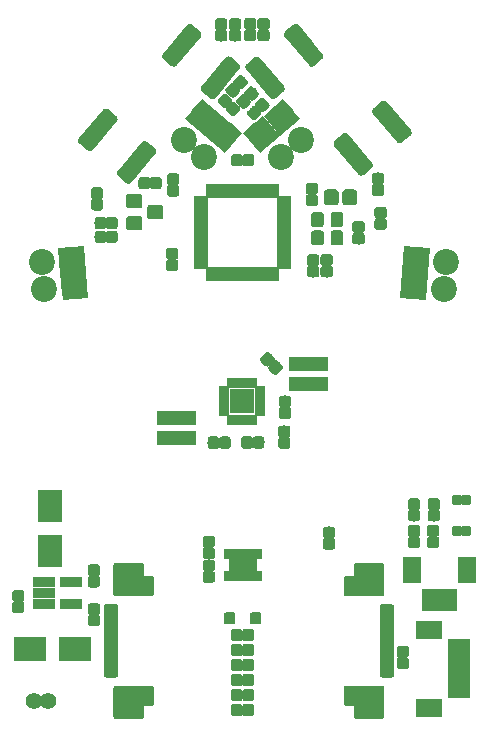
<source format=gbr>
G04 #@! TF.GenerationSoftware,KiCad,Pcbnew,(5.1.4)-1*
G04 #@! TF.CreationDate,2019-11-08T17:49:40+09:00*
G04 #@! TF.ProjectId,gekko,67656b6b-6f2e-46b6-9963-61645f706362,rev?*
G04 #@! TF.SameCoordinates,Original*
G04 #@! TF.FileFunction,Soldermask,Top*
G04 #@! TF.FilePolarity,Negative*
%FSLAX46Y46*%
G04 Gerber Fmt 4.6, Leading zero omitted, Abs format (unit mm)*
G04 Created by KiCad (PCBNEW (5.1.4)-1) date 2019-11-08 17:49:40*
%MOMM*%
%LPD*%
G04 APERTURE LIST*
%ADD10R,2.200000X1.600000*%
%ADD11R,1.950000X1.000000*%
%ADD12C,2.200000*%
%ADD13C,0.100000*%
%ADD14C,1.100000*%
%ADD15C,1.300000*%
%ADD16C,0.300000*%
%ADD17R,0.700000X1.200000*%
%ADD18R,1.200000X0.700000*%
%ADD19R,0.857200X1.238200*%
%ADD20C,0.802000*%
%ADD21C,1.525000*%
%ADD22C,0.600000*%
%ADD23R,1.000000X1.950000*%
%ADD24R,1.600000X2.200000*%
%ADD25C,1.275000*%
%ADD26R,2.400000X1.300000*%
%ADD27R,0.679908X0.900126*%
%ADD28R,1.275000X1.200000*%
%ADD29R,0.600000X0.950000*%
%ADD30R,0.950000X0.600000*%
%ADD31C,0.650000*%
%ADD32C,0.990000*%
%ADD33C,0.450000*%
%ADD34R,2.806599X2.012798*%
%ADD35R,2.012798X2.806599*%
%ADD36R,1.861999X0.968000*%
%ADD37C,1.400000*%
G04 APERTURE END LIST*
D10*
X165650000Y-139750000D03*
X165650000Y-146350000D03*
D11*
X168175000Y-141050000D03*
X168175000Y-142050000D03*
X168175000Y-143050000D03*
X168175000Y-144050000D03*
X168175000Y-145050000D03*
D12*
X166911168Y-110892285D03*
X164576934Y-108429472D03*
D13*
G36*
X163385249Y-109429415D02*
G01*
X163576991Y-107237787D01*
X165768619Y-107429529D01*
X165576877Y-109621157D01*
X163385249Y-109429415D01*
X163385249Y-109429415D01*
G37*
D12*
X167107268Y-108650847D03*
X164380834Y-110670910D03*
D13*
G36*
X163189149Y-111670853D02*
G01*
X163380891Y-109479225D01*
X165572519Y-109670967D01*
X165380777Y-111862595D01*
X163189149Y-111670853D01*
X163189149Y-111670853D01*
G37*
D12*
X153116769Y-99766985D03*
X153207688Y-96374960D03*
D13*
G36*
X151657973Y-96239377D02*
G01*
X153343271Y-94825245D01*
X154757403Y-96510543D01*
X153072105Y-97924675D01*
X151657973Y-96239377D01*
X151657973Y-96239377D01*
G37*
D12*
X154840369Y-98320713D03*
X151484088Y-97821233D03*
D13*
G36*
X149934373Y-97685650D02*
G01*
X151619671Y-96271518D01*
X153033803Y-97956816D01*
X151348505Y-99370948D01*
X149934373Y-97685650D01*
X149934373Y-97685650D01*
G37*
D12*
X144936400Y-98313728D03*
X146569081Y-96367975D03*
D13*
G36*
X146704664Y-97917690D02*
G01*
X145019366Y-96503558D01*
X146433498Y-94818260D01*
X148118796Y-96232392D01*
X146704664Y-97917690D01*
X146704664Y-97917690D01*
G37*
D12*
X146660000Y-99760000D03*
X148292681Y-97814247D03*
D13*
G36*
X148428264Y-99363962D02*
G01*
X146742966Y-97949830D01*
X148157098Y-96264532D01*
X149842396Y-97678664D01*
X148428264Y-99363962D01*
X148428264Y-99363962D01*
G37*
D12*
X132913900Y-108648562D03*
X135444234Y-108427186D03*
D13*
G36*
X134444291Y-109618871D02*
G01*
X134252549Y-107427243D01*
X136444177Y-107235501D01*
X136635919Y-109427129D01*
X134444291Y-109618871D01*
X134444291Y-109618871D01*
G37*
D12*
X133110000Y-110890000D03*
X135640335Y-110668624D03*
D13*
G36*
X134640392Y-111860309D02*
G01*
X134448650Y-109668681D01*
X136640278Y-109476939D01*
X136832020Y-111668567D01*
X134640392Y-111860309D01*
X134640392Y-111860309D01*
G37*
D14*
X140250000Y-146550000D03*
D13*
G36*
X138953843Y-145960982D02*
G01*
X138965224Y-145923463D01*
X138983706Y-145888886D01*
X139008579Y-145858579D01*
X139038886Y-145833706D01*
X139073463Y-145815224D01*
X139110982Y-145803843D01*
X139150000Y-145800000D01*
X141350000Y-145800000D01*
X141389018Y-145803843D01*
X141426537Y-145815224D01*
X141461114Y-145833706D01*
X141491421Y-145858579D01*
X141516294Y-145888886D01*
X141534776Y-145923463D01*
X141546157Y-145960982D01*
X141550000Y-146000000D01*
X141550000Y-147100000D01*
X141546157Y-147139018D01*
X141534776Y-147176537D01*
X141516294Y-147211114D01*
X141491421Y-147241421D01*
X141461114Y-147266294D01*
X141426537Y-147284776D01*
X141389018Y-147296157D01*
X141350000Y-147300000D01*
X139150000Y-147300000D01*
X139110982Y-147296157D01*
X139073463Y-147284776D01*
X139038886Y-147266294D01*
X139008579Y-147241421D01*
X138983706Y-147211114D01*
X138965224Y-147176537D01*
X138953843Y-147139018D01*
X138950000Y-147100000D01*
X138950000Y-146000000D01*
X138953843Y-145960982D01*
X138953843Y-145960982D01*
G37*
D14*
X140250000Y-134850000D03*
D13*
G36*
X138953843Y-134260982D02*
G01*
X138965224Y-134223463D01*
X138983706Y-134188886D01*
X139008579Y-134158579D01*
X139038886Y-134133706D01*
X139073463Y-134115224D01*
X139110982Y-134103843D01*
X139150000Y-134100000D01*
X141350000Y-134100000D01*
X141389018Y-134103843D01*
X141426537Y-134115224D01*
X141461114Y-134133706D01*
X141491421Y-134158579D01*
X141516294Y-134188886D01*
X141534776Y-134223463D01*
X141546157Y-134260982D01*
X141550000Y-134300000D01*
X141550000Y-135400000D01*
X141546157Y-135439018D01*
X141534776Y-135476537D01*
X141516294Y-135511114D01*
X141491421Y-135541421D01*
X141461114Y-135566294D01*
X141426537Y-135584776D01*
X141389018Y-135596157D01*
X141350000Y-135600000D01*
X139150000Y-135600000D01*
X139110982Y-135596157D01*
X139073463Y-135584776D01*
X139038886Y-135566294D01*
X139008579Y-135541421D01*
X138983706Y-135511114D01*
X138965224Y-135476537D01*
X138953843Y-135439018D01*
X138950000Y-135400000D01*
X138950000Y-134300000D01*
X138953843Y-134260982D01*
X138953843Y-134260982D01*
G37*
D15*
X140675000Y-145350000D03*
D13*
G36*
X138953843Y-144660982D02*
G01*
X138965224Y-144623463D01*
X138983706Y-144588886D01*
X139008579Y-144558579D01*
X139038886Y-144533706D01*
X139073463Y-144515224D01*
X139110982Y-144503843D01*
X139150000Y-144500000D01*
X142200000Y-144500000D01*
X142239018Y-144503843D01*
X142276537Y-144515224D01*
X142311114Y-144533706D01*
X142341421Y-144558579D01*
X142366294Y-144588886D01*
X142384776Y-144623463D01*
X142396157Y-144660982D01*
X142400000Y-144700000D01*
X142400000Y-146000000D01*
X142396157Y-146039018D01*
X142384776Y-146076537D01*
X142366294Y-146111114D01*
X142341421Y-146141421D01*
X142311114Y-146166294D01*
X142276537Y-146184776D01*
X142239018Y-146196157D01*
X142200000Y-146200000D01*
X139150000Y-146200000D01*
X139110982Y-146196157D01*
X139073463Y-146184776D01*
X139038886Y-146166294D01*
X139008579Y-146141421D01*
X138983706Y-146111114D01*
X138965224Y-146076537D01*
X138953843Y-146039018D01*
X138950000Y-146000000D01*
X138950000Y-144700000D01*
X138953843Y-144660982D01*
X138953843Y-144660982D01*
G37*
D16*
X138750000Y-137950000D03*
D13*
G36*
X138153843Y-137760982D02*
G01*
X138165224Y-137723463D01*
X138183706Y-137688886D01*
X138208579Y-137658579D01*
X138238886Y-137633706D01*
X138273463Y-137615224D01*
X138310982Y-137603843D01*
X138350000Y-137600000D01*
X139150000Y-137600000D01*
X139189018Y-137603843D01*
X139226537Y-137615224D01*
X139261114Y-137633706D01*
X139291421Y-137658579D01*
X139316294Y-137688886D01*
X139334776Y-137723463D01*
X139346157Y-137760982D01*
X139350000Y-137800000D01*
X139350000Y-138100000D01*
X139346157Y-138139018D01*
X139334776Y-138176537D01*
X139316294Y-138211114D01*
X139291421Y-138241421D01*
X139261114Y-138266294D01*
X139226537Y-138284776D01*
X139189018Y-138296157D01*
X139150000Y-138300000D01*
X138350000Y-138300000D01*
X138310982Y-138296157D01*
X138273463Y-138284776D01*
X138238886Y-138266294D01*
X138208579Y-138241421D01*
X138183706Y-138211114D01*
X138165224Y-138176537D01*
X138153843Y-138139018D01*
X138150000Y-138100000D01*
X138150000Y-137800000D01*
X138153843Y-137760982D01*
X138153843Y-137760982D01*
G37*
D16*
X138750000Y-138450000D03*
D13*
G36*
X138153843Y-138260982D02*
G01*
X138165224Y-138223463D01*
X138183706Y-138188886D01*
X138208579Y-138158579D01*
X138238886Y-138133706D01*
X138273463Y-138115224D01*
X138310982Y-138103843D01*
X138350000Y-138100000D01*
X139150000Y-138100000D01*
X139189018Y-138103843D01*
X139226537Y-138115224D01*
X139261114Y-138133706D01*
X139291421Y-138158579D01*
X139316294Y-138188886D01*
X139334776Y-138223463D01*
X139346157Y-138260982D01*
X139350000Y-138300000D01*
X139350000Y-138600000D01*
X139346157Y-138639018D01*
X139334776Y-138676537D01*
X139316294Y-138711114D01*
X139291421Y-138741421D01*
X139261114Y-138766294D01*
X139226537Y-138784776D01*
X139189018Y-138796157D01*
X139150000Y-138800000D01*
X138350000Y-138800000D01*
X138310982Y-138796157D01*
X138273463Y-138784776D01*
X138238886Y-138766294D01*
X138208579Y-138741421D01*
X138183706Y-138711114D01*
X138165224Y-138676537D01*
X138153843Y-138639018D01*
X138150000Y-138600000D01*
X138150000Y-138300000D01*
X138153843Y-138260982D01*
X138153843Y-138260982D01*
G37*
D16*
X138750000Y-138950000D03*
D13*
G36*
X138153843Y-138760982D02*
G01*
X138165224Y-138723463D01*
X138183706Y-138688886D01*
X138208579Y-138658579D01*
X138238886Y-138633706D01*
X138273463Y-138615224D01*
X138310982Y-138603843D01*
X138350000Y-138600000D01*
X139150000Y-138600000D01*
X139189018Y-138603843D01*
X139226537Y-138615224D01*
X139261114Y-138633706D01*
X139291421Y-138658579D01*
X139316294Y-138688886D01*
X139334776Y-138723463D01*
X139346157Y-138760982D01*
X139350000Y-138800000D01*
X139350000Y-139100000D01*
X139346157Y-139139018D01*
X139334776Y-139176537D01*
X139316294Y-139211114D01*
X139291421Y-139241421D01*
X139261114Y-139266294D01*
X139226537Y-139284776D01*
X139189018Y-139296157D01*
X139150000Y-139300000D01*
X138350000Y-139300000D01*
X138310982Y-139296157D01*
X138273463Y-139284776D01*
X138238886Y-139266294D01*
X138208579Y-139241421D01*
X138183706Y-139211114D01*
X138165224Y-139176537D01*
X138153843Y-139139018D01*
X138150000Y-139100000D01*
X138150000Y-138800000D01*
X138153843Y-138760982D01*
X138153843Y-138760982D01*
G37*
D16*
X138750000Y-139450000D03*
D13*
G36*
X138153843Y-139260982D02*
G01*
X138165224Y-139223463D01*
X138183706Y-139188886D01*
X138208579Y-139158579D01*
X138238886Y-139133706D01*
X138273463Y-139115224D01*
X138310982Y-139103843D01*
X138350000Y-139100000D01*
X139150000Y-139100000D01*
X139189018Y-139103843D01*
X139226537Y-139115224D01*
X139261114Y-139133706D01*
X139291421Y-139158579D01*
X139316294Y-139188886D01*
X139334776Y-139223463D01*
X139346157Y-139260982D01*
X139350000Y-139300000D01*
X139350000Y-139600000D01*
X139346157Y-139639018D01*
X139334776Y-139676537D01*
X139316294Y-139711114D01*
X139291421Y-139741421D01*
X139261114Y-139766294D01*
X139226537Y-139784776D01*
X139189018Y-139796157D01*
X139150000Y-139800000D01*
X138350000Y-139800000D01*
X138310982Y-139796157D01*
X138273463Y-139784776D01*
X138238886Y-139766294D01*
X138208579Y-139741421D01*
X138183706Y-139711114D01*
X138165224Y-139676537D01*
X138153843Y-139639018D01*
X138150000Y-139600000D01*
X138150000Y-139300000D01*
X138153843Y-139260982D01*
X138153843Y-139260982D01*
G37*
D16*
X138750000Y-139950000D03*
D13*
G36*
X138153843Y-139760982D02*
G01*
X138165224Y-139723463D01*
X138183706Y-139688886D01*
X138208579Y-139658579D01*
X138238886Y-139633706D01*
X138273463Y-139615224D01*
X138310982Y-139603843D01*
X138350000Y-139600000D01*
X139150000Y-139600000D01*
X139189018Y-139603843D01*
X139226537Y-139615224D01*
X139261114Y-139633706D01*
X139291421Y-139658579D01*
X139316294Y-139688886D01*
X139334776Y-139723463D01*
X139346157Y-139760982D01*
X139350000Y-139800000D01*
X139350000Y-140100000D01*
X139346157Y-140139018D01*
X139334776Y-140176537D01*
X139316294Y-140211114D01*
X139291421Y-140241421D01*
X139261114Y-140266294D01*
X139226537Y-140284776D01*
X139189018Y-140296157D01*
X139150000Y-140300000D01*
X138350000Y-140300000D01*
X138310982Y-140296157D01*
X138273463Y-140284776D01*
X138238886Y-140266294D01*
X138208579Y-140241421D01*
X138183706Y-140211114D01*
X138165224Y-140176537D01*
X138153843Y-140139018D01*
X138150000Y-140100000D01*
X138150000Y-139800000D01*
X138153843Y-139760982D01*
X138153843Y-139760982D01*
G37*
D16*
X138750000Y-140450000D03*
D13*
G36*
X138153843Y-140260982D02*
G01*
X138165224Y-140223463D01*
X138183706Y-140188886D01*
X138208579Y-140158579D01*
X138238886Y-140133706D01*
X138273463Y-140115224D01*
X138310982Y-140103843D01*
X138350000Y-140100000D01*
X139150000Y-140100000D01*
X139189018Y-140103843D01*
X139226537Y-140115224D01*
X139261114Y-140133706D01*
X139291421Y-140158579D01*
X139316294Y-140188886D01*
X139334776Y-140223463D01*
X139346157Y-140260982D01*
X139350000Y-140300000D01*
X139350000Y-140600000D01*
X139346157Y-140639018D01*
X139334776Y-140676537D01*
X139316294Y-140711114D01*
X139291421Y-140741421D01*
X139261114Y-140766294D01*
X139226537Y-140784776D01*
X139189018Y-140796157D01*
X139150000Y-140800000D01*
X138350000Y-140800000D01*
X138310982Y-140796157D01*
X138273463Y-140784776D01*
X138238886Y-140766294D01*
X138208579Y-140741421D01*
X138183706Y-140711114D01*
X138165224Y-140676537D01*
X138153843Y-140639018D01*
X138150000Y-140600000D01*
X138150000Y-140300000D01*
X138153843Y-140260982D01*
X138153843Y-140260982D01*
G37*
D16*
X138750000Y-140950000D03*
D13*
G36*
X138153843Y-140760982D02*
G01*
X138165224Y-140723463D01*
X138183706Y-140688886D01*
X138208579Y-140658579D01*
X138238886Y-140633706D01*
X138273463Y-140615224D01*
X138310982Y-140603843D01*
X138350000Y-140600000D01*
X139150000Y-140600000D01*
X139189018Y-140603843D01*
X139226537Y-140615224D01*
X139261114Y-140633706D01*
X139291421Y-140658579D01*
X139316294Y-140688886D01*
X139334776Y-140723463D01*
X139346157Y-140760982D01*
X139350000Y-140800000D01*
X139350000Y-141100000D01*
X139346157Y-141139018D01*
X139334776Y-141176537D01*
X139316294Y-141211114D01*
X139291421Y-141241421D01*
X139261114Y-141266294D01*
X139226537Y-141284776D01*
X139189018Y-141296157D01*
X139150000Y-141300000D01*
X138350000Y-141300000D01*
X138310982Y-141296157D01*
X138273463Y-141284776D01*
X138238886Y-141266294D01*
X138208579Y-141241421D01*
X138183706Y-141211114D01*
X138165224Y-141176537D01*
X138153843Y-141139018D01*
X138150000Y-141100000D01*
X138150000Y-140800000D01*
X138153843Y-140760982D01*
X138153843Y-140760982D01*
G37*
D16*
X138750000Y-141450000D03*
D13*
G36*
X138153843Y-141260982D02*
G01*
X138165224Y-141223463D01*
X138183706Y-141188886D01*
X138208579Y-141158579D01*
X138238886Y-141133706D01*
X138273463Y-141115224D01*
X138310982Y-141103843D01*
X138350000Y-141100000D01*
X139150000Y-141100000D01*
X139189018Y-141103843D01*
X139226537Y-141115224D01*
X139261114Y-141133706D01*
X139291421Y-141158579D01*
X139316294Y-141188886D01*
X139334776Y-141223463D01*
X139346157Y-141260982D01*
X139350000Y-141300000D01*
X139350000Y-141600000D01*
X139346157Y-141639018D01*
X139334776Y-141676537D01*
X139316294Y-141711114D01*
X139291421Y-141741421D01*
X139261114Y-141766294D01*
X139226537Y-141784776D01*
X139189018Y-141796157D01*
X139150000Y-141800000D01*
X138350000Y-141800000D01*
X138310982Y-141796157D01*
X138273463Y-141784776D01*
X138238886Y-141766294D01*
X138208579Y-141741421D01*
X138183706Y-141711114D01*
X138165224Y-141676537D01*
X138153843Y-141639018D01*
X138150000Y-141600000D01*
X138150000Y-141300000D01*
X138153843Y-141260982D01*
X138153843Y-141260982D01*
G37*
D16*
X138750000Y-141950000D03*
D13*
G36*
X138153843Y-141760982D02*
G01*
X138165224Y-141723463D01*
X138183706Y-141688886D01*
X138208579Y-141658579D01*
X138238886Y-141633706D01*
X138273463Y-141615224D01*
X138310982Y-141603843D01*
X138350000Y-141600000D01*
X139150000Y-141600000D01*
X139189018Y-141603843D01*
X139226537Y-141615224D01*
X139261114Y-141633706D01*
X139291421Y-141658579D01*
X139316294Y-141688886D01*
X139334776Y-141723463D01*
X139346157Y-141760982D01*
X139350000Y-141800000D01*
X139350000Y-142100000D01*
X139346157Y-142139018D01*
X139334776Y-142176537D01*
X139316294Y-142211114D01*
X139291421Y-142241421D01*
X139261114Y-142266294D01*
X139226537Y-142284776D01*
X139189018Y-142296157D01*
X139150000Y-142300000D01*
X138350000Y-142300000D01*
X138310982Y-142296157D01*
X138273463Y-142284776D01*
X138238886Y-142266294D01*
X138208579Y-142241421D01*
X138183706Y-142211114D01*
X138165224Y-142176537D01*
X138153843Y-142139018D01*
X138150000Y-142100000D01*
X138150000Y-141800000D01*
X138153843Y-141760982D01*
X138153843Y-141760982D01*
G37*
D16*
X138750000Y-142450000D03*
D13*
G36*
X138153843Y-142260982D02*
G01*
X138165224Y-142223463D01*
X138183706Y-142188886D01*
X138208579Y-142158579D01*
X138238886Y-142133706D01*
X138273463Y-142115224D01*
X138310982Y-142103843D01*
X138350000Y-142100000D01*
X139150000Y-142100000D01*
X139189018Y-142103843D01*
X139226537Y-142115224D01*
X139261114Y-142133706D01*
X139291421Y-142158579D01*
X139316294Y-142188886D01*
X139334776Y-142223463D01*
X139346157Y-142260982D01*
X139350000Y-142300000D01*
X139350000Y-142600000D01*
X139346157Y-142639018D01*
X139334776Y-142676537D01*
X139316294Y-142711114D01*
X139291421Y-142741421D01*
X139261114Y-142766294D01*
X139226537Y-142784776D01*
X139189018Y-142796157D01*
X139150000Y-142800000D01*
X138350000Y-142800000D01*
X138310982Y-142796157D01*
X138273463Y-142784776D01*
X138238886Y-142766294D01*
X138208579Y-142741421D01*
X138183706Y-142711114D01*
X138165224Y-142676537D01*
X138153843Y-142639018D01*
X138150000Y-142600000D01*
X138150000Y-142300000D01*
X138153843Y-142260982D01*
X138153843Y-142260982D01*
G37*
D16*
X138750000Y-142950000D03*
D13*
G36*
X138153843Y-142760982D02*
G01*
X138165224Y-142723463D01*
X138183706Y-142688886D01*
X138208579Y-142658579D01*
X138238886Y-142633706D01*
X138273463Y-142615224D01*
X138310982Y-142603843D01*
X138350000Y-142600000D01*
X139150000Y-142600000D01*
X139189018Y-142603843D01*
X139226537Y-142615224D01*
X139261114Y-142633706D01*
X139291421Y-142658579D01*
X139316294Y-142688886D01*
X139334776Y-142723463D01*
X139346157Y-142760982D01*
X139350000Y-142800000D01*
X139350000Y-143100000D01*
X139346157Y-143139018D01*
X139334776Y-143176537D01*
X139316294Y-143211114D01*
X139291421Y-143241421D01*
X139261114Y-143266294D01*
X139226537Y-143284776D01*
X139189018Y-143296157D01*
X139150000Y-143300000D01*
X138350000Y-143300000D01*
X138310982Y-143296157D01*
X138273463Y-143284776D01*
X138238886Y-143266294D01*
X138208579Y-143241421D01*
X138183706Y-143211114D01*
X138165224Y-143176537D01*
X138153843Y-143139018D01*
X138150000Y-143100000D01*
X138150000Y-142800000D01*
X138153843Y-142760982D01*
X138153843Y-142760982D01*
G37*
D15*
X140675000Y-136050000D03*
D13*
G36*
X138953843Y-135360982D02*
G01*
X138965224Y-135323463D01*
X138983706Y-135288886D01*
X139008579Y-135258579D01*
X139038886Y-135233706D01*
X139073463Y-135215224D01*
X139110982Y-135203843D01*
X139150000Y-135200000D01*
X142200000Y-135200000D01*
X142239018Y-135203843D01*
X142276537Y-135215224D01*
X142311114Y-135233706D01*
X142341421Y-135258579D01*
X142366294Y-135288886D01*
X142384776Y-135323463D01*
X142396157Y-135360982D01*
X142400000Y-135400000D01*
X142400000Y-136700000D01*
X142396157Y-136739018D01*
X142384776Y-136776537D01*
X142366294Y-136811114D01*
X142341421Y-136841421D01*
X142311114Y-136866294D01*
X142276537Y-136884776D01*
X142239018Y-136896157D01*
X142200000Y-136900000D01*
X139150000Y-136900000D01*
X139110982Y-136896157D01*
X139073463Y-136884776D01*
X139038886Y-136866294D01*
X139008579Y-136841421D01*
X138983706Y-136811114D01*
X138965224Y-136776537D01*
X138953843Y-136739018D01*
X138950000Y-136700000D01*
X138950000Y-135400000D01*
X138953843Y-135360982D01*
X138953843Y-135360982D01*
G37*
D16*
X138750000Y-143450000D03*
D13*
G36*
X138153843Y-143260982D02*
G01*
X138165224Y-143223463D01*
X138183706Y-143188886D01*
X138208579Y-143158579D01*
X138238886Y-143133706D01*
X138273463Y-143115224D01*
X138310982Y-143103843D01*
X138350000Y-143100000D01*
X139150000Y-143100000D01*
X139189018Y-143103843D01*
X139226537Y-143115224D01*
X139261114Y-143133706D01*
X139291421Y-143158579D01*
X139316294Y-143188886D01*
X139334776Y-143223463D01*
X139346157Y-143260982D01*
X139350000Y-143300000D01*
X139350000Y-143600000D01*
X139346157Y-143639018D01*
X139334776Y-143676537D01*
X139316294Y-143711114D01*
X139291421Y-143741421D01*
X139261114Y-143766294D01*
X139226537Y-143784776D01*
X139189018Y-143796157D01*
X139150000Y-143800000D01*
X138350000Y-143800000D01*
X138310982Y-143796157D01*
X138273463Y-143784776D01*
X138238886Y-143766294D01*
X138208579Y-143741421D01*
X138183706Y-143711114D01*
X138165224Y-143676537D01*
X138153843Y-143639018D01*
X138150000Y-143600000D01*
X138150000Y-143300000D01*
X138153843Y-143260982D01*
X138153843Y-143260982D01*
G37*
D17*
X152650000Y-109650000D03*
X152150000Y-109650000D03*
X151650000Y-109650000D03*
X151150000Y-109650000D03*
X150650000Y-109650000D03*
X150150000Y-109650000D03*
X149650000Y-109650000D03*
X149150000Y-109650000D03*
X148650000Y-109650000D03*
X148150000Y-109650000D03*
X147650000Y-109650000D03*
X147150000Y-109650000D03*
D18*
X146400000Y-108900000D03*
X146400000Y-108400000D03*
X146400000Y-107900000D03*
X146400000Y-107400000D03*
X146400000Y-106900000D03*
X146400000Y-106400000D03*
X146400000Y-105900000D03*
X146400000Y-105400000D03*
X146400000Y-104900000D03*
X146400000Y-104400000D03*
X146400000Y-103900000D03*
X146400000Y-103400000D03*
D17*
X147150000Y-102650000D03*
X147650000Y-102650000D03*
X148150000Y-102650000D03*
X148650000Y-102650000D03*
X149150000Y-102650000D03*
X149650000Y-102650000D03*
X150150000Y-102650000D03*
X150650000Y-102650000D03*
X151150000Y-102650000D03*
X151650000Y-102650000D03*
X152150000Y-102650000D03*
X152650000Y-102650000D03*
D18*
X153400000Y-103400000D03*
X153400000Y-103900000D03*
X153400000Y-104400000D03*
X153400000Y-104900000D03*
X153400000Y-105400000D03*
X153400000Y-105900000D03*
X153400000Y-106400000D03*
X153400000Y-106900000D03*
X153400000Y-107400000D03*
X153400000Y-107900000D03*
X153400000Y-108400000D03*
X153400000Y-108900000D03*
D19*
X145491200Y-121843800D03*
X144678400Y-121843800D03*
X143865600Y-121843800D03*
X143052800Y-121843800D03*
X143052800Y-123520200D03*
X143865600Y-123520200D03*
X144678400Y-123520200D03*
X145491200Y-123520200D03*
D14*
X160600000Y-134850000D03*
D13*
G36*
X161896157Y-135439018D02*
G01*
X161884776Y-135476537D01*
X161866294Y-135511114D01*
X161841421Y-135541421D01*
X161811114Y-135566294D01*
X161776537Y-135584776D01*
X161739018Y-135596157D01*
X161700000Y-135600000D01*
X159500000Y-135600000D01*
X159460982Y-135596157D01*
X159423463Y-135584776D01*
X159388886Y-135566294D01*
X159358579Y-135541421D01*
X159333706Y-135511114D01*
X159315224Y-135476537D01*
X159303843Y-135439018D01*
X159300000Y-135400000D01*
X159300000Y-134300000D01*
X159303843Y-134260982D01*
X159315224Y-134223463D01*
X159333706Y-134188886D01*
X159358579Y-134158579D01*
X159388886Y-134133706D01*
X159423463Y-134115224D01*
X159460982Y-134103843D01*
X159500000Y-134100000D01*
X161700000Y-134100000D01*
X161739018Y-134103843D01*
X161776537Y-134115224D01*
X161811114Y-134133706D01*
X161841421Y-134158579D01*
X161866294Y-134188886D01*
X161884776Y-134223463D01*
X161896157Y-134260982D01*
X161900000Y-134300000D01*
X161900000Y-135400000D01*
X161896157Y-135439018D01*
X161896157Y-135439018D01*
G37*
D14*
X160600000Y-146550000D03*
D13*
G36*
X161896157Y-147139018D02*
G01*
X161884776Y-147176537D01*
X161866294Y-147211114D01*
X161841421Y-147241421D01*
X161811114Y-147266294D01*
X161776537Y-147284776D01*
X161739018Y-147296157D01*
X161700000Y-147300000D01*
X159500000Y-147300000D01*
X159460982Y-147296157D01*
X159423463Y-147284776D01*
X159388886Y-147266294D01*
X159358579Y-147241421D01*
X159333706Y-147211114D01*
X159315224Y-147176537D01*
X159303843Y-147139018D01*
X159300000Y-147100000D01*
X159300000Y-146000000D01*
X159303843Y-145960982D01*
X159315224Y-145923463D01*
X159333706Y-145888886D01*
X159358579Y-145858579D01*
X159388886Y-145833706D01*
X159423463Y-145815224D01*
X159460982Y-145803843D01*
X159500000Y-145800000D01*
X161700000Y-145800000D01*
X161739018Y-145803843D01*
X161776537Y-145815224D01*
X161811114Y-145833706D01*
X161841421Y-145858579D01*
X161866294Y-145888886D01*
X161884776Y-145923463D01*
X161896157Y-145960982D01*
X161900000Y-146000000D01*
X161900000Y-147100000D01*
X161896157Y-147139018D01*
X161896157Y-147139018D01*
G37*
D15*
X160175000Y-136050000D03*
D13*
G36*
X161896157Y-136739018D02*
G01*
X161884776Y-136776537D01*
X161866294Y-136811114D01*
X161841421Y-136841421D01*
X161811114Y-136866294D01*
X161776537Y-136884776D01*
X161739018Y-136896157D01*
X161700000Y-136900000D01*
X158650000Y-136900000D01*
X158610982Y-136896157D01*
X158573463Y-136884776D01*
X158538886Y-136866294D01*
X158508579Y-136841421D01*
X158483706Y-136811114D01*
X158465224Y-136776537D01*
X158453843Y-136739018D01*
X158450000Y-136700000D01*
X158450000Y-135400000D01*
X158453843Y-135360982D01*
X158465224Y-135323463D01*
X158483706Y-135288886D01*
X158508579Y-135258579D01*
X158538886Y-135233706D01*
X158573463Y-135215224D01*
X158610982Y-135203843D01*
X158650000Y-135200000D01*
X161700000Y-135200000D01*
X161739018Y-135203843D01*
X161776537Y-135215224D01*
X161811114Y-135233706D01*
X161841421Y-135258579D01*
X161866294Y-135288886D01*
X161884776Y-135323463D01*
X161896157Y-135360982D01*
X161900000Y-135400000D01*
X161900000Y-136700000D01*
X161896157Y-136739018D01*
X161896157Y-136739018D01*
G37*
D16*
X162100000Y-143450000D03*
D13*
G36*
X162696157Y-143639018D02*
G01*
X162684776Y-143676537D01*
X162666294Y-143711114D01*
X162641421Y-143741421D01*
X162611114Y-143766294D01*
X162576537Y-143784776D01*
X162539018Y-143796157D01*
X162500000Y-143800000D01*
X161700000Y-143800000D01*
X161660982Y-143796157D01*
X161623463Y-143784776D01*
X161588886Y-143766294D01*
X161558579Y-143741421D01*
X161533706Y-143711114D01*
X161515224Y-143676537D01*
X161503843Y-143639018D01*
X161500000Y-143600000D01*
X161500000Y-143300000D01*
X161503843Y-143260982D01*
X161515224Y-143223463D01*
X161533706Y-143188886D01*
X161558579Y-143158579D01*
X161588886Y-143133706D01*
X161623463Y-143115224D01*
X161660982Y-143103843D01*
X161700000Y-143100000D01*
X162500000Y-143100000D01*
X162539018Y-143103843D01*
X162576537Y-143115224D01*
X162611114Y-143133706D01*
X162641421Y-143158579D01*
X162666294Y-143188886D01*
X162684776Y-143223463D01*
X162696157Y-143260982D01*
X162700000Y-143300000D01*
X162700000Y-143600000D01*
X162696157Y-143639018D01*
X162696157Y-143639018D01*
G37*
D16*
X162100000Y-142950000D03*
D13*
G36*
X162696157Y-143139018D02*
G01*
X162684776Y-143176537D01*
X162666294Y-143211114D01*
X162641421Y-143241421D01*
X162611114Y-143266294D01*
X162576537Y-143284776D01*
X162539018Y-143296157D01*
X162500000Y-143300000D01*
X161700000Y-143300000D01*
X161660982Y-143296157D01*
X161623463Y-143284776D01*
X161588886Y-143266294D01*
X161558579Y-143241421D01*
X161533706Y-143211114D01*
X161515224Y-143176537D01*
X161503843Y-143139018D01*
X161500000Y-143100000D01*
X161500000Y-142800000D01*
X161503843Y-142760982D01*
X161515224Y-142723463D01*
X161533706Y-142688886D01*
X161558579Y-142658579D01*
X161588886Y-142633706D01*
X161623463Y-142615224D01*
X161660982Y-142603843D01*
X161700000Y-142600000D01*
X162500000Y-142600000D01*
X162539018Y-142603843D01*
X162576537Y-142615224D01*
X162611114Y-142633706D01*
X162641421Y-142658579D01*
X162666294Y-142688886D01*
X162684776Y-142723463D01*
X162696157Y-142760982D01*
X162700000Y-142800000D01*
X162700000Y-143100000D01*
X162696157Y-143139018D01*
X162696157Y-143139018D01*
G37*
D16*
X162100000Y-142450000D03*
D13*
G36*
X162696157Y-142639018D02*
G01*
X162684776Y-142676537D01*
X162666294Y-142711114D01*
X162641421Y-142741421D01*
X162611114Y-142766294D01*
X162576537Y-142784776D01*
X162539018Y-142796157D01*
X162500000Y-142800000D01*
X161700000Y-142800000D01*
X161660982Y-142796157D01*
X161623463Y-142784776D01*
X161588886Y-142766294D01*
X161558579Y-142741421D01*
X161533706Y-142711114D01*
X161515224Y-142676537D01*
X161503843Y-142639018D01*
X161500000Y-142600000D01*
X161500000Y-142300000D01*
X161503843Y-142260982D01*
X161515224Y-142223463D01*
X161533706Y-142188886D01*
X161558579Y-142158579D01*
X161588886Y-142133706D01*
X161623463Y-142115224D01*
X161660982Y-142103843D01*
X161700000Y-142100000D01*
X162500000Y-142100000D01*
X162539018Y-142103843D01*
X162576537Y-142115224D01*
X162611114Y-142133706D01*
X162641421Y-142158579D01*
X162666294Y-142188886D01*
X162684776Y-142223463D01*
X162696157Y-142260982D01*
X162700000Y-142300000D01*
X162700000Y-142600000D01*
X162696157Y-142639018D01*
X162696157Y-142639018D01*
G37*
D16*
X162100000Y-141950000D03*
D13*
G36*
X162696157Y-142139018D02*
G01*
X162684776Y-142176537D01*
X162666294Y-142211114D01*
X162641421Y-142241421D01*
X162611114Y-142266294D01*
X162576537Y-142284776D01*
X162539018Y-142296157D01*
X162500000Y-142300000D01*
X161700000Y-142300000D01*
X161660982Y-142296157D01*
X161623463Y-142284776D01*
X161588886Y-142266294D01*
X161558579Y-142241421D01*
X161533706Y-142211114D01*
X161515224Y-142176537D01*
X161503843Y-142139018D01*
X161500000Y-142100000D01*
X161500000Y-141800000D01*
X161503843Y-141760982D01*
X161515224Y-141723463D01*
X161533706Y-141688886D01*
X161558579Y-141658579D01*
X161588886Y-141633706D01*
X161623463Y-141615224D01*
X161660982Y-141603843D01*
X161700000Y-141600000D01*
X162500000Y-141600000D01*
X162539018Y-141603843D01*
X162576537Y-141615224D01*
X162611114Y-141633706D01*
X162641421Y-141658579D01*
X162666294Y-141688886D01*
X162684776Y-141723463D01*
X162696157Y-141760982D01*
X162700000Y-141800000D01*
X162700000Y-142100000D01*
X162696157Y-142139018D01*
X162696157Y-142139018D01*
G37*
D16*
X162100000Y-141450000D03*
D13*
G36*
X162696157Y-141639018D02*
G01*
X162684776Y-141676537D01*
X162666294Y-141711114D01*
X162641421Y-141741421D01*
X162611114Y-141766294D01*
X162576537Y-141784776D01*
X162539018Y-141796157D01*
X162500000Y-141800000D01*
X161700000Y-141800000D01*
X161660982Y-141796157D01*
X161623463Y-141784776D01*
X161588886Y-141766294D01*
X161558579Y-141741421D01*
X161533706Y-141711114D01*
X161515224Y-141676537D01*
X161503843Y-141639018D01*
X161500000Y-141600000D01*
X161500000Y-141300000D01*
X161503843Y-141260982D01*
X161515224Y-141223463D01*
X161533706Y-141188886D01*
X161558579Y-141158579D01*
X161588886Y-141133706D01*
X161623463Y-141115224D01*
X161660982Y-141103843D01*
X161700000Y-141100000D01*
X162500000Y-141100000D01*
X162539018Y-141103843D01*
X162576537Y-141115224D01*
X162611114Y-141133706D01*
X162641421Y-141158579D01*
X162666294Y-141188886D01*
X162684776Y-141223463D01*
X162696157Y-141260982D01*
X162700000Y-141300000D01*
X162700000Y-141600000D01*
X162696157Y-141639018D01*
X162696157Y-141639018D01*
G37*
D16*
X162100000Y-140950000D03*
D13*
G36*
X162696157Y-141139018D02*
G01*
X162684776Y-141176537D01*
X162666294Y-141211114D01*
X162641421Y-141241421D01*
X162611114Y-141266294D01*
X162576537Y-141284776D01*
X162539018Y-141296157D01*
X162500000Y-141300000D01*
X161700000Y-141300000D01*
X161660982Y-141296157D01*
X161623463Y-141284776D01*
X161588886Y-141266294D01*
X161558579Y-141241421D01*
X161533706Y-141211114D01*
X161515224Y-141176537D01*
X161503843Y-141139018D01*
X161500000Y-141100000D01*
X161500000Y-140800000D01*
X161503843Y-140760982D01*
X161515224Y-140723463D01*
X161533706Y-140688886D01*
X161558579Y-140658579D01*
X161588886Y-140633706D01*
X161623463Y-140615224D01*
X161660982Y-140603843D01*
X161700000Y-140600000D01*
X162500000Y-140600000D01*
X162539018Y-140603843D01*
X162576537Y-140615224D01*
X162611114Y-140633706D01*
X162641421Y-140658579D01*
X162666294Y-140688886D01*
X162684776Y-140723463D01*
X162696157Y-140760982D01*
X162700000Y-140800000D01*
X162700000Y-141100000D01*
X162696157Y-141139018D01*
X162696157Y-141139018D01*
G37*
D16*
X162100000Y-140450000D03*
D13*
G36*
X162696157Y-140639018D02*
G01*
X162684776Y-140676537D01*
X162666294Y-140711114D01*
X162641421Y-140741421D01*
X162611114Y-140766294D01*
X162576537Y-140784776D01*
X162539018Y-140796157D01*
X162500000Y-140800000D01*
X161700000Y-140800000D01*
X161660982Y-140796157D01*
X161623463Y-140784776D01*
X161588886Y-140766294D01*
X161558579Y-140741421D01*
X161533706Y-140711114D01*
X161515224Y-140676537D01*
X161503843Y-140639018D01*
X161500000Y-140600000D01*
X161500000Y-140300000D01*
X161503843Y-140260982D01*
X161515224Y-140223463D01*
X161533706Y-140188886D01*
X161558579Y-140158579D01*
X161588886Y-140133706D01*
X161623463Y-140115224D01*
X161660982Y-140103843D01*
X161700000Y-140100000D01*
X162500000Y-140100000D01*
X162539018Y-140103843D01*
X162576537Y-140115224D01*
X162611114Y-140133706D01*
X162641421Y-140158579D01*
X162666294Y-140188886D01*
X162684776Y-140223463D01*
X162696157Y-140260982D01*
X162700000Y-140300000D01*
X162700000Y-140600000D01*
X162696157Y-140639018D01*
X162696157Y-140639018D01*
G37*
D16*
X162100000Y-139950000D03*
D13*
G36*
X162696157Y-140139018D02*
G01*
X162684776Y-140176537D01*
X162666294Y-140211114D01*
X162641421Y-140241421D01*
X162611114Y-140266294D01*
X162576537Y-140284776D01*
X162539018Y-140296157D01*
X162500000Y-140300000D01*
X161700000Y-140300000D01*
X161660982Y-140296157D01*
X161623463Y-140284776D01*
X161588886Y-140266294D01*
X161558579Y-140241421D01*
X161533706Y-140211114D01*
X161515224Y-140176537D01*
X161503843Y-140139018D01*
X161500000Y-140100000D01*
X161500000Y-139800000D01*
X161503843Y-139760982D01*
X161515224Y-139723463D01*
X161533706Y-139688886D01*
X161558579Y-139658579D01*
X161588886Y-139633706D01*
X161623463Y-139615224D01*
X161660982Y-139603843D01*
X161700000Y-139600000D01*
X162500000Y-139600000D01*
X162539018Y-139603843D01*
X162576537Y-139615224D01*
X162611114Y-139633706D01*
X162641421Y-139658579D01*
X162666294Y-139688886D01*
X162684776Y-139723463D01*
X162696157Y-139760982D01*
X162700000Y-139800000D01*
X162700000Y-140100000D01*
X162696157Y-140139018D01*
X162696157Y-140139018D01*
G37*
D16*
X162100000Y-139450000D03*
D13*
G36*
X162696157Y-139639018D02*
G01*
X162684776Y-139676537D01*
X162666294Y-139711114D01*
X162641421Y-139741421D01*
X162611114Y-139766294D01*
X162576537Y-139784776D01*
X162539018Y-139796157D01*
X162500000Y-139800000D01*
X161700000Y-139800000D01*
X161660982Y-139796157D01*
X161623463Y-139784776D01*
X161588886Y-139766294D01*
X161558579Y-139741421D01*
X161533706Y-139711114D01*
X161515224Y-139676537D01*
X161503843Y-139639018D01*
X161500000Y-139600000D01*
X161500000Y-139300000D01*
X161503843Y-139260982D01*
X161515224Y-139223463D01*
X161533706Y-139188886D01*
X161558579Y-139158579D01*
X161588886Y-139133706D01*
X161623463Y-139115224D01*
X161660982Y-139103843D01*
X161700000Y-139100000D01*
X162500000Y-139100000D01*
X162539018Y-139103843D01*
X162576537Y-139115224D01*
X162611114Y-139133706D01*
X162641421Y-139158579D01*
X162666294Y-139188886D01*
X162684776Y-139223463D01*
X162696157Y-139260982D01*
X162700000Y-139300000D01*
X162700000Y-139600000D01*
X162696157Y-139639018D01*
X162696157Y-139639018D01*
G37*
D16*
X162100000Y-138950000D03*
D13*
G36*
X162696157Y-139139018D02*
G01*
X162684776Y-139176537D01*
X162666294Y-139211114D01*
X162641421Y-139241421D01*
X162611114Y-139266294D01*
X162576537Y-139284776D01*
X162539018Y-139296157D01*
X162500000Y-139300000D01*
X161700000Y-139300000D01*
X161660982Y-139296157D01*
X161623463Y-139284776D01*
X161588886Y-139266294D01*
X161558579Y-139241421D01*
X161533706Y-139211114D01*
X161515224Y-139176537D01*
X161503843Y-139139018D01*
X161500000Y-139100000D01*
X161500000Y-138800000D01*
X161503843Y-138760982D01*
X161515224Y-138723463D01*
X161533706Y-138688886D01*
X161558579Y-138658579D01*
X161588886Y-138633706D01*
X161623463Y-138615224D01*
X161660982Y-138603843D01*
X161700000Y-138600000D01*
X162500000Y-138600000D01*
X162539018Y-138603843D01*
X162576537Y-138615224D01*
X162611114Y-138633706D01*
X162641421Y-138658579D01*
X162666294Y-138688886D01*
X162684776Y-138723463D01*
X162696157Y-138760982D01*
X162700000Y-138800000D01*
X162700000Y-139100000D01*
X162696157Y-139139018D01*
X162696157Y-139139018D01*
G37*
D16*
X162100000Y-138450000D03*
D13*
G36*
X162696157Y-138639018D02*
G01*
X162684776Y-138676537D01*
X162666294Y-138711114D01*
X162641421Y-138741421D01*
X162611114Y-138766294D01*
X162576537Y-138784776D01*
X162539018Y-138796157D01*
X162500000Y-138800000D01*
X161700000Y-138800000D01*
X161660982Y-138796157D01*
X161623463Y-138784776D01*
X161588886Y-138766294D01*
X161558579Y-138741421D01*
X161533706Y-138711114D01*
X161515224Y-138676537D01*
X161503843Y-138639018D01*
X161500000Y-138600000D01*
X161500000Y-138300000D01*
X161503843Y-138260982D01*
X161515224Y-138223463D01*
X161533706Y-138188886D01*
X161558579Y-138158579D01*
X161588886Y-138133706D01*
X161623463Y-138115224D01*
X161660982Y-138103843D01*
X161700000Y-138100000D01*
X162500000Y-138100000D01*
X162539018Y-138103843D01*
X162576537Y-138115224D01*
X162611114Y-138133706D01*
X162641421Y-138158579D01*
X162666294Y-138188886D01*
X162684776Y-138223463D01*
X162696157Y-138260982D01*
X162700000Y-138300000D01*
X162700000Y-138600000D01*
X162696157Y-138639018D01*
X162696157Y-138639018D01*
G37*
D15*
X160175000Y-145350000D03*
D13*
G36*
X161896157Y-146039018D02*
G01*
X161884776Y-146076537D01*
X161866294Y-146111114D01*
X161841421Y-146141421D01*
X161811114Y-146166294D01*
X161776537Y-146184776D01*
X161739018Y-146196157D01*
X161700000Y-146200000D01*
X158650000Y-146200000D01*
X158610982Y-146196157D01*
X158573463Y-146184776D01*
X158538886Y-146166294D01*
X158508579Y-146141421D01*
X158483706Y-146111114D01*
X158465224Y-146076537D01*
X158453843Y-146039018D01*
X158450000Y-146000000D01*
X158450000Y-144700000D01*
X158453843Y-144660982D01*
X158465224Y-144623463D01*
X158483706Y-144588886D01*
X158508579Y-144558579D01*
X158538886Y-144533706D01*
X158573463Y-144515224D01*
X158610982Y-144503843D01*
X158650000Y-144500000D01*
X161700000Y-144500000D01*
X161739018Y-144503843D01*
X161776537Y-144515224D01*
X161811114Y-144533706D01*
X161841421Y-144558579D01*
X161866294Y-144588886D01*
X161884776Y-144623463D01*
X161896157Y-144660982D01*
X161900000Y-144700000D01*
X161900000Y-146000000D01*
X161896157Y-146039018D01*
X161896157Y-146039018D01*
G37*
D16*
X162100000Y-137950000D03*
D13*
G36*
X162696157Y-138139018D02*
G01*
X162684776Y-138176537D01*
X162666294Y-138211114D01*
X162641421Y-138241421D01*
X162611114Y-138266294D01*
X162576537Y-138284776D01*
X162539018Y-138296157D01*
X162500000Y-138300000D01*
X161700000Y-138300000D01*
X161660982Y-138296157D01*
X161623463Y-138284776D01*
X161588886Y-138266294D01*
X161558579Y-138241421D01*
X161533706Y-138211114D01*
X161515224Y-138176537D01*
X161503843Y-138139018D01*
X161500000Y-138100000D01*
X161500000Y-137800000D01*
X161503843Y-137760982D01*
X161515224Y-137723463D01*
X161533706Y-137688886D01*
X161558579Y-137658579D01*
X161588886Y-137633706D01*
X161623463Y-137615224D01*
X161660982Y-137603843D01*
X161700000Y-137600000D01*
X162500000Y-137600000D01*
X162539018Y-137603843D01*
X162576537Y-137615224D01*
X162611114Y-137633706D01*
X162641421Y-137658579D01*
X162666294Y-137688886D01*
X162684776Y-137723463D01*
X162696157Y-137760982D01*
X162700000Y-137800000D01*
X162700000Y-138100000D01*
X162696157Y-138139018D01*
X162696157Y-138139018D01*
G37*
D20*
X142494000Y-104400000D03*
D13*
G36*
X143176157Y-104840018D02*
G01*
X143164776Y-104877537D01*
X143146294Y-104912114D01*
X143121421Y-104942421D01*
X143091114Y-104967294D01*
X143056537Y-104985776D01*
X143019018Y-104997157D01*
X142980000Y-105001000D01*
X142008000Y-105001000D01*
X141968982Y-104997157D01*
X141931463Y-104985776D01*
X141896886Y-104967294D01*
X141866579Y-104942421D01*
X141841706Y-104912114D01*
X141823224Y-104877537D01*
X141811843Y-104840018D01*
X141808000Y-104801000D01*
X141808000Y-103999000D01*
X141811843Y-103959982D01*
X141823224Y-103922463D01*
X141841706Y-103887886D01*
X141866579Y-103857579D01*
X141896886Y-103832706D01*
X141931463Y-103814224D01*
X141968982Y-103802843D01*
X142008000Y-103799000D01*
X142980000Y-103799000D01*
X143019018Y-103802843D01*
X143056537Y-103814224D01*
X143091114Y-103832706D01*
X143121421Y-103857579D01*
X143146294Y-103887886D01*
X143164776Y-103922463D01*
X143176157Y-103959982D01*
X143180000Y-103999000D01*
X143180000Y-104801000D01*
X143176157Y-104840018D01*
X143176157Y-104840018D01*
G37*
D20*
X140724000Y-105350000D03*
D13*
G36*
X141406157Y-105790018D02*
G01*
X141394776Y-105827537D01*
X141376294Y-105862114D01*
X141351421Y-105892421D01*
X141321114Y-105917294D01*
X141286537Y-105935776D01*
X141249018Y-105947157D01*
X141210000Y-105951000D01*
X140238000Y-105951000D01*
X140198982Y-105947157D01*
X140161463Y-105935776D01*
X140126886Y-105917294D01*
X140096579Y-105892421D01*
X140071706Y-105862114D01*
X140053224Y-105827537D01*
X140041843Y-105790018D01*
X140038000Y-105751000D01*
X140038000Y-104949000D01*
X140041843Y-104909982D01*
X140053224Y-104872463D01*
X140071706Y-104837886D01*
X140096579Y-104807579D01*
X140126886Y-104782706D01*
X140161463Y-104764224D01*
X140198982Y-104752843D01*
X140238000Y-104749000D01*
X141210000Y-104749000D01*
X141249018Y-104752843D01*
X141286537Y-104764224D01*
X141321114Y-104782706D01*
X141351421Y-104807579D01*
X141376294Y-104837886D01*
X141394776Y-104872463D01*
X141406157Y-104909982D01*
X141410000Y-104949000D01*
X141410000Y-105751000D01*
X141406157Y-105790018D01*
X141406157Y-105790018D01*
G37*
D20*
X140724000Y-103450000D03*
D13*
G36*
X141406157Y-103890018D02*
G01*
X141394776Y-103927537D01*
X141376294Y-103962114D01*
X141351421Y-103992421D01*
X141321114Y-104017294D01*
X141286537Y-104035776D01*
X141249018Y-104047157D01*
X141210000Y-104051000D01*
X140238000Y-104051000D01*
X140198982Y-104047157D01*
X140161463Y-104035776D01*
X140126886Y-104017294D01*
X140096579Y-103992421D01*
X140071706Y-103962114D01*
X140053224Y-103927537D01*
X140041843Y-103890018D01*
X140038000Y-103851000D01*
X140038000Y-103049000D01*
X140041843Y-103009982D01*
X140053224Y-102972463D01*
X140071706Y-102937886D01*
X140096579Y-102907579D01*
X140126886Y-102882706D01*
X140161463Y-102864224D01*
X140198982Y-102852843D01*
X140238000Y-102849000D01*
X141210000Y-102849000D01*
X141249018Y-102852843D01*
X141286537Y-102864224D01*
X141321114Y-102882706D01*
X141351421Y-102907579D01*
X141376294Y-102937886D01*
X141394776Y-102972463D01*
X141406157Y-103009982D01*
X141410000Y-103049000D01*
X141410000Y-103851000D01*
X141406157Y-103890018D01*
X141406157Y-103890018D01*
G37*
G36*
X161877998Y-94950269D02*
G01*
X161910946Y-94954789D01*
X161943293Y-94962518D01*
X161974726Y-94973379D01*
X162004943Y-94987270D01*
X162033653Y-95004055D01*
X162060580Y-95023573D01*
X162085464Y-95045637D01*
X162108065Y-95070034D01*
X164114992Y-97461797D01*
X164135094Y-97488292D01*
X164152501Y-97516629D01*
X164167047Y-97546536D01*
X164178592Y-97577724D01*
X164187024Y-97609895D01*
X164192263Y-97642736D01*
X164194257Y-97675933D01*
X164192987Y-97709166D01*
X164188467Y-97742114D01*
X164180738Y-97774461D01*
X164169877Y-97805894D01*
X164155986Y-97836111D01*
X164139201Y-97864821D01*
X164119682Y-97891748D01*
X164097619Y-97916632D01*
X164073222Y-97939233D01*
X163424211Y-98483818D01*
X163397717Y-98503920D01*
X163369379Y-98521327D01*
X163339472Y-98535873D01*
X163308284Y-98547418D01*
X163276113Y-98555850D01*
X163243272Y-98561089D01*
X163210075Y-98563083D01*
X163176842Y-98561813D01*
X163143894Y-98557293D01*
X163111547Y-98549564D01*
X163080114Y-98538703D01*
X163049897Y-98524812D01*
X163021187Y-98508027D01*
X162994260Y-98488509D01*
X162969376Y-98466445D01*
X162946775Y-98442048D01*
X160939848Y-96050285D01*
X160919746Y-96023790D01*
X160902339Y-95995453D01*
X160887793Y-95965546D01*
X160876248Y-95934358D01*
X160867816Y-95902187D01*
X160862577Y-95869346D01*
X160860583Y-95836149D01*
X160861853Y-95802916D01*
X160866373Y-95769968D01*
X160874102Y-95737621D01*
X160884963Y-95706188D01*
X160898854Y-95675971D01*
X160915639Y-95647261D01*
X160935158Y-95620334D01*
X160957221Y-95595450D01*
X160981618Y-95572849D01*
X161630629Y-95028264D01*
X161657123Y-95008162D01*
X161685461Y-94990755D01*
X161715368Y-94976209D01*
X161746556Y-94964664D01*
X161778727Y-94956232D01*
X161811568Y-94950993D01*
X161844765Y-94948999D01*
X161877998Y-94950269D01*
X161877998Y-94950269D01*
G37*
D21*
X162527420Y-96756041D03*
D13*
G36*
X158603158Y-97698187D02*
G01*
X158636106Y-97702707D01*
X158668453Y-97710436D01*
X158699886Y-97721297D01*
X158730103Y-97735188D01*
X158758813Y-97751973D01*
X158785740Y-97771491D01*
X158810624Y-97793555D01*
X158833225Y-97817952D01*
X160840152Y-100209715D01*
X160860254Y-100236210D01*
X160877661Y-100264547D01*
X160892207Y-100294454D01*
X160903752Y-100325642D01*
X160912184Y-100357813D01*
X160917423Y-100390654D01*
X160919417Y-100423851D01*
X160918147Y-100457084D01*
X160913627Y-100490032D01*
X160905898Y-100522379D01*
X160895037Y-100553812D01*
X160881146Y-100584029D01*
X160864361Y-100612739D01*
X160844842Y-100639666D01*
X160822779Y-100664550D01*
X160798382Y-100687151D01*
X160149371Y-101231736D01*
X160122877Y-101251838D01*
X160094539Y-101269245D01*
X160064632Y-101283791D01*
X160033444Y-101295336D01*
X160001273Y-101303768D01*
X159968432Y-101309007D01*
X159935235Y-101311001D01*
X159902002Y-101309731D01*
X159869054Y-101305211D01*
X159836707Y-101297482D01*
X159805274Y-101286621D01*
X159775057Y-101272730D01*
X159746347Y-101255945D01*
X159719420Y-101236427D01*
X159694536Y-101214363D01*
X159671935Y-101189966D01*
X157665008Y-98798203D01*
X157644906Y-98771708D01*
X157627499Y-98743371D01*
X157612953Y-98713464D01*
X157601408Y-98682276D01*
X157592976Y-98650105D01*
X157587737Y-98617264D01*
X157585743Y-98584067D01*
X157587013Y-98550834D01*
X157591533Y-98517886D01*
X157599262Y-98485539D01*
X157610123Y-98454106D01*
X157624014Y-98423889D01*
X157640799Y-98395179D01*
X157660318Y-98368252D01*
X157682381Y-98343368D01*
X157706778Y-98320767D01*
X158355789Y-97776182D01*
X158382283Y-97756080D01*
X158410621Y-97738673D01*
X158440528Y-97724127D01*
X158471716Y-97712582D01*
X158503887Y-97704150D01*
X158536728Y-97698911D01*
X158569925Y-97696917D01*
X158603158Y-97698187D01*
X158603158Y-97698187D01*
G37*
D21*
X159252580Y-99503959D03*
D13*
G36*
X141623272Y-98368911D02*
G01*
X141656113Y-98374150D01*
X141688284Y-98382582D01*
X141719472Y-98394127D01*
X141749379Y-98408673D01*
X141777716Y-98426080D01*
X141804211Y-98446182D01*
X142453222Y-98990767D01*
X142477619Y-99013368D01*
X142499683Y-99038252D01*
X142519201Y-99065179D01*
X142535986Y-99093889D01*
X142549877Y-99124106D01*
X142560738Y-99155539D01*
X142568467Y-99187886D01*
X142572987Y-99220834D01*
X142574257Y-99254067D01*
X142572263Y-99287264D01*
X142567024Y-99320105D01*
X142558592Y-99352276D01*
X142547047Y-99383464D01*
X142532501Y-99413371D01*
X142515094Y-99441709D01*
X142494992Y-99468203D01*
X140488065Y-101859966D01*
X140465464Y-101884363D01*
X140440580Y-101906426D01*
X140413653Y-101925945D01*
X140384943Y-101942730D01*
X140354726Y-101956621D01*
X140323293Y-101967482D01*
X140290946Y-101975211D01*
X140257998Y-101979731D01*
X140224765Y-101981001D01*
X140191568Y-101979007D01*
X140158727Y-101973768D01*
X140126556Y-101965336D01*
X140095368Y-101953791D01*
X140065461Y-101939245D01*
X140037124Y-101921838D01*
X140010629Y-101901736D01*
X139361618Y-101357151D01*
X139337221Y-101334550D01*
X139315157Y-101309666D01*
X139295639Y-101282739D01*
X139278854Y-101254029D01*
X139264963Y-101223812D01*
X139254102Y-101192379D01*
X139246373Y-101160032D01*
X139241853Y-101127084D01*
X139240583Y-101093851D01*
X139242577Y-101060654D01*
X139247816Y-101027813D01*
X139256248Y-100995642D01*
X139267793Y-100964454D01*
X139282339Y-100934547D01*
X139299746Y-100906209D01*
X139319848Y-100879715D01*
X141326775Y-98487952D01*
X141349376Y-98463555D01*
X141374260Y-98441492D01*
X141401187Y-98421973D01*
X141429897Y-98405188D01*
X141460114Y-98391297D01*
X141491547Y-98380436D01*
X141523894Y-98372707D01*
X141556842Y-98368187D01*
X141590075Y-98366917D01*
X141623272Y-98368911D01*
X141623272Y-98368911D01*
G37*
D21*
X140907420Y-100173959D03*
D13*
G36*
X138348432Y-95620993D02*
G01*
X138381273Y-95626232D01*
X138413444Y-95634664D01*
X138444632Y-95646209D01*
X138474539Y-95660755D01*
X138502876Y-95678162D01*
X138529371Y-95698264D01*
X139178382Y-96242849D01*
X139202779Y-96265450D01*
X139224843Y-96290334D01*
X139244361Y-96317261D01*
X139261146Y-96345971D01*
X139275037Y-96376188D01*
X139285898Y-96407621D01*
X139293627Y-96439968D01*
X139298147Y-96472916D01*
X139299417Y-96506149D01*
X139297423Y-96539346D01*
X139292184Y-96572187D01*
X139283752Y-96604358D01*
X139272207Y-96635546D01*
X139257661Y-96665453D01*
X139240254Y-96693791D01*
X139220152Y-96720285D01*
X137213225Y-99112048D01*
X137190624Y-99136445D01*
X137165740Y-99158508D01*
X137138813Y-99178027D01*
X137110103Y-99194812D01*
X137079886Y-99208703D01*
X137048453Y-99219564D01*
X137016106Y-99227293D01*
X136983158Y-99231813D01*
X136949925Y-99233083D01*
X136916728Y-99231089D01*
X136883887Y-99225850D01*
X136851716Y-99217418D01*
X136820528Y-99205873D01*
X136790621Y-99191327D01*
X136762284Y-99173920D01*
X136735789Y-99153818D01*
X136086778Y-98609233D01*
X136062381Y-98586632D01*
X136040317Y-98561748D01*
X136020799Y-98534821D01*
X136004014Y-98506111D01*
X135990123Y-98475894D01*
X135979262Y-98444461D01*
X135971533Y-98412114D01*
X135967013Y-98379166D01*
X135965743Y-98345933D01*
X135967737Y-98312736D01*
X135972976Y-98279895D01*
X135981408Y-98247724D01*
X135992953Y-98216536D01*
X136007499Y-98186629D01*
X136024906Y-98158291D01*
X136045008Y-98131797D01*
X138051935Y-95740034D01*
X138074536Y-95715637D01*
X138099420Y-95693574D01*
X138126347Y-95674055D01*
X138155057Y-95657270D01*
X138185274Y-95643379D01*
X138216707Y-95632518D01*
X138249054Y-95624789D01*
X138282002Y-95620269D01*
X138315235Y-95618999D01*
X138348432Y-95620993D01*
X138348432Y-95620993D01*
G37*
D21*
X137632580Y-97426041D03*
D13*
G36*
X151133158Y-91218187D02*
G01*
X151166106Y-91222707D01*
X151198453Y-91230436D01*
X151229886Y-91241297D01*
X151260103Y-91255188D01*
X151288813Y-91271973D01*
X151315740Y-91291491D01*
X151340624Y-91313555D01*
X151363225Y-91337952D01*
X153370152Y-93729715D01*
X153390254Y-93756210D01*
X153407661Y-93784547D01*
X153422207Y-93814454D01*
X153433752Y-93845642D01*
X153442184Y-93877813D01*
X153447423Y-93910654D01*
X153449417Y-93943851D01*
X153448147Y-93977084D01*
X153443627Y-94010032D01*
X153435898Y-94042379D01*
X153425037Y-94073812D01*
X153411146Y-94104029D01*
X153394361Y-94132739D01*
X153374842Y-94159666D01*
X153352779Y-94184550D01*
X153328382Y-94207151D01*
X152679371Y-94751736D01*
X152652877Y-94771838D01*
X152624539Y-94789245D01*
X152594632Y-94803791D01*
X152563444Y-94815336D01*
X152531273Y-94823768D01*
X152498432Y-94829007D01*
X152465235Y-94831001D01*
X152432002Y-94829731D01*
X152399054Y-94825211D01*
X152366707Y-94817482D01*
X152335274Y-94806621D01*
X152305057Y-94792730D01*
X152276347Y-94775945D01*
X152249420Y-94756427D01*
X152224536Y-94734363D01*
X152201935Y-94709966D01*
X150195008Y-92318203D01*
X150174906Y-92291708D01*
X150157499Y-92263371D01*
X150142953Y-92233464D01*
X150131408Y-92202276D01*
X150122976Y-92170105D01*
X150117737Y-92137264D01*
X150115743Y-92104067D01*
X150117013Y-92070834D01*
X150121533Y-92037886D01*
X150129262Y-92005539D01*
X150140123Y-91974106D01*
X150154014Y-91943889D01*
X150170799Y-91915179D01*
X150190318Y-91888252D01*
X150212381Y-91863368D01*
X150236778Y-91840767D01*
X150885789Y-91296182D01*
X150912283Y-91276080D01*
X150940621Y-91258673D01*
X150970528Y-91244127D01*
X151001716Y-91232582D01*
X151033887Y-91224150D01*
X151066728Y-91218911D01*
X151099925Y-91216917D01*
X151133158Y-91218187D01*
X151133158Y-91218187D01*
G37*
D21*
X151782580Y-93023959D03*
D13*
G36*
X154407998Y-88470269D02*
G01*
X154440946Y-88474789D01*
X154473293Y-88482518D01*
X154504726Y-88493379D01*
X154534943Y-88507270D01*
X154563653Y-88524055D01*
X154590580Y-88543573D01*
X154615464Y-88565637D01*
X154638065Y-88590034D01*
X156644992Y-90981797D01*
X156665094Y-91008292D01*
X156682501Y-91036629D01*
X156697047Y-91066536D01*
X156708592Y-91097724D01*
X156717024Y-91129895D01*
X156722263Y-91162736D01*
X156724257Y-91195933D01*
X156722987Y-91229166D01*
X156718467Y-91262114D01*
X156710738Y-91294461D01*
X156699877Y-91325894D01*
X156685986Y-91356111D01*
X156669201Y-91384821D01*
X156649682Y-91411748D01*
X156627619Y-91436632D01*
X156603222Y-91459233D01*
X155954211Y-92003818D01*
X155927717Y-92023920D01*
X155899379Y-92041327D01*
X155869472Y-92055873D01*
X155838284Y-92067418D01*
X155806113Y-92075850D01*
X155773272Y-92081089D01*
X155740075Y-92083083D01*
X155706842Y-92081813D01*
X155673894Y-92077293D01*
X155641547Y-92069564D01*
X155610114Y-92058703D01*
X155579897Y-92044812D01*
X155551187Y-92028027D01*
X155524260Y-92008509D01*
X155499376Y-91986445D01*
X155476775Y-91962048D01*
X153469848Y-89570285D01*
X153449746Y-89543790D01*
X153432339Y-89515453D01*
X153417793Y-89485546D01*
X153406248Y-89454358D01*
X153397816Y-89422187D01*
X153392577Y-89389346D01*
X153390583Y-89356149D01*
X153391853Y-89322916D01*
X153396373Y-89289968D01*
X153404102Y-89257621D01*
X153414963Y-89226188D01*
X153428854Y-89195971D01*
X153445639Y-89167261D01*
X153465158Y-89140334D01*
X153487221Y-89115450D01*
X153511618Y-89092849D01*
X154160629Y-88548264D01*
X154187123Y-88528162D01*
X154215461Y-88510755D01*
X154245368Y-88496209D01*
X154276556Y-88484664D01*
X154308727Y-88476232D01*
X154341568Y-88470993D01*
X154374765Y-88468999D01*
X154407998Y-88470269D01*
X154407998Y-88470269D01*
G37*
D21*
X155057420Y-90276041D03*
D13*
G36*
X148728272Y-91218911D02*
G01*
X148761113Y-91224150D01*
X148793284Y-91232582D01*
X148824472Y-91244127D01*
X148854379Y-91258673D01*
X148882716Y-91276080D01*
X148909211Y-91296182D01*
X149558222Y-91840767D01*
X149582619Y-91863368D01*
X149604683Y-91888252D01*
X149624201Y-91915179D01*
X149640986Y-91943889D01*
X149654877Y-91974106D01*
X149665738Y-92005539D01*
X149673467Y-92037886D01*
X149677987Y-92070834D01*
X149679257Y-92104067D01*
X149677263Y-92137264D01*
X149672024Y-92170105D01*
X149663592Y-92202276D01*
X149652047Y-92233464D01*
X149637501Y-92263371D01*
X149620094Y-92291709D01*
X149599992Y-92318203D01*
X147593065Y-94709966D01*
X147570464Y-94734363D01*
X147545580Y-94756426D01*
X147518653Y-94775945D01*
X147489943Y-94792730D01*
X147459726Y-94806621D01*
X147428293Y-94817482D01*
X147395946Y-94825211D01*
X147362998Y-94829731D01*
X147329765Y-94831001D01*
X147296568Y-94829007D01*
X147263727Y-94823768D01*
X147231556Y-94815336D01*
X147200368Y-94803791D01*
X147170461Y-94789245D01*
X147142124Y-94771838D01*
X147115629Y-94751736D01*
X146466618Y-94207151D01*
X146442221Y-94184550D01*
X146420157Y-94159666D01*
X146400639Y-94132739D01*
X146383854Y-94104029D01*
X146369963Y-94073812D01*
X146359102Y-94042379D01*
X146351373Y-94010032D01*
X146346853Y-93977084D01*
X146345583Y-93943851D01*
X146347577Y-93910654D01*
X146352816Y-93877813D01*
X146361248Y-93845642D01*
X146372793Y-93814454D01*
X146387339Y-93784547D01*
X146404746Y-93756209D01*
X146424848Y-93729715D01*
X148431775Y-91337952D01*
X148454376Y-91313555D01*
X148479260Y-91291492D01*
X148506187Y-91271973D01*
X148534897Y-91255188D01*
X148565114Y-91241297D01*
X148596547Y-91230436D01*
X148628894Y-91222707D01*
X148661842Y-91218187D01*
X148695075Y-91216917D01*
X148728272Y-91218911D01*
X148728272Y-91218911D01*
G37*
D21*
X148012420Y-93023959D03*
D13*
G36*
X145453432Y-88470993D02*
G01*
X145486273Y-88476232D01*
X145518444Y-88484664D01*
X145549632Y-88496209D01*
X145579539Y-88510755D01*
X145607876Y-88528162D01*
X145634371Y-88548264D01*
X146283382Y-89092849D01*
X146307779Y-89115450D01*
X146329843Y-89140334D01*
X146349361Y-89167261D01*
X146366146Y-89195971D01*
X146380037Y-89226188D01*
X146390898Y-89257621D01*
X146398627Y-89289968D01*
X146403147Y-89322916D01*
X146404417Y-89356149D01*
X146402423Y-89389346D01*
X146397184Y-89422187D01*
X146388752Y-89454358D01*
X146377207Y-89485546D01*
X146362661Y-89515453D01*
X146345254Y-89543791D01*
X146325152Y-89570285D01*
X144318225Y-91962048D01*
X144295624Y-91986445D01*
X144270740Y-92008508D01*
X144243813Y-92028027D01*
X144215103Y-92044812D01*
X144184886Y-92058703D01*
X144153453Y-92069564D01*
X144121106Y-92077293D01*
X144088158Y-92081813D01*
X144054925Y-92083083D01*
X144021728Y-92081089D01*
X143988887Y-92075850D01*
X143956716Y-92067418D01*
X143925528Y-92055873D01*
X143895621Y-92041327D01*
X143867284Y-92023920D01*
X143840789Y-92003818D01*
X143191778Y-91459233D01*
X143167381Y-91436632D01*
X143145317Y-91411748D01*
X143125799Y-91384821D01*
X143109014Y-91356111D01*
X143095123Y-91325894D01*
X143084262Y-91294461D01*
X143076533Y-91262114D01*
X143072013Y-91229166D01*
X143070743Y-91195933D01*
X143072737Y-91162736D01*
X143077976Y-91129895D01*
X143086408Y-91097724D01*
X143097953Y-91066536D01*
X143112499Y-91036629D01*
X143129906Y-91008291D01*
X143150008Y-90981797D01*
X145156935Y-88590034D01*
X145179536Y-88565637D01*
X145204420Y-88543574D01*
X145231347Y-88524055D01*
X145260057Y-88507270D01*
X145290274Y-88493379D01*
X145321707Y-88482518D01*
X145354054Y-88474789D01*
X145387002Y-88470269D01*
X145420235Y-88468999D01*
X145453432Y-88470993D01*
X145453432Y-88470993D01*
G37*
D21*
X144737580Y-90276041D03*
D22*
X148780000Y-138790000D03*
D13*
G36*
X148440982Y-139286157D02*
G01*
X148403463Y-139274776D01*
X148368886Y-139256294D01*
X148338579Y-139231421D01*
X148313706Y-139201114D01*
X148295224Y-139166537D01*
X148283843Y-139129018D01*
X148280000Y-139090000D01*
X148280000Y-138490000D01*
X148283843Y-138450982D01*
X148295224Y-138413463D01*
X148313706Y-138378886D01*
X148338579Y-138348579D01*
X148368886Y-138323706D01*
X148403463Y-138305224D01*
X148440982Y-138293843D01*
X148480000Y-138290000D01*
X149080000Y-138290000D01*
X149119018Y-138293843D01*
X149156537Y-138305224D01*
X149191114Y-138323706D01*
X149221421Y-138348579D01*
X149246294Y-138378886D01*
X149264776Y-138413463D01*
X149276157Y-138450982D01*
X149280000Y-138490000D01*
X149280000Y-139090000D01*
X149276157Y-139129018D01*
X149264776Y-139166537D01*
X149246294Y-139201114D01*
X149221421Y-139231421D01*
X149191114Y-139256294D01*
X149156537Y-139274776D01*
X149119018Y-139286157D01*
X149080000Y-139290000D01*
X148480000Y-139290000D01*
X148440982Y-139286157D01*
X148440982Y-139286157D01*
G37*
D22*
X150980000Y-138790000D03*
D13*
G36*
X150640982Y-139286157D02*
G01*
X150603463Y-139274776D01*
X150568886Y-139256294D01*
X150538579Y-139231421D01*
X150513706Y-139201114D01*
X150495224Y-139166537D01*
X150483843Y-139129018D01*
X150480000Y-139090000D01*
X150480000Y-138490000D01*
X150483843Y-138450982D01*
X150495224Y-138413463D01*
X150513706Y-138378886D01*
X150538579Y-138348579D01*
X150568886Y-138323706D01*
X150603463Y-138305224D01*
X150640982Y-138293843D01*
X150680000Y-138290000D01*
X151280000Y-138290000D01*
X151319018Y-138293843D01*
X151356537Y-138305224D01*
X151391114Y-138323706D01*
X151421421Y-138348579D01*
X151446294Y-138378886D01*
X151464776Y-138413463D01*
X151476157Y-138450982D01*
X151480000Y-138490000D01*
X151480000Y-139090000D01*
X151476157Y-139129018D01*
X151464776Y-139166537D01*
X151446294Y-139201114D01*
X151421421Y-139231421D01*
X151391114Y-139256294D01*
X151356537Y-139274776D01*
X151319018Y-139286157D01*
X151280000Y-139290000D01*
X150680000Y-139290000D01*
X150640982Y-139286157D01*
X150640982Y-139286157D01*
G37*
D23*
X165550000Y-137245000D03*
X166550000Y-137245000D03*
X167550000Y-137245000D03*
D24*
X164250000Y-134720000D03*
X168850000Y-134720000D03*
D13*
G36*
X157737493Y-102476535D02*
G01*
X157768435Y-102481125D01*
X157798778Y-102488725D01*
X157828230Y-102499263D01*
X157856508Y-102512638D01*
X157883338Y-102528719D01*
X157908463Y-102547353D01*
X157931640Y-102568360D01*
X157952647Y-102591537D01*
X157971281Y-102616662D01*
X157987362Y-102643492D01*
X158000737Y-102671770D01*
X158011275Y-102701222D01*
X158018875Y-102731565D01*
X158023465Y-102762507D01*
X158025000Y-102793750D01*
X158025000Y-103506250D01*
X158023465Y-103537493D01*
X158018875Y-103568435D01*
X158011275Y-103598778D01*
X158000737Y-103628230D01*
X157987362Y-103656508D01*
X157971281Y-103683338D01*
X157952647Y-103708463D01*
X157931640Y-103731640D01*
X157908463Y-103752647D01*
X157883338Y-103771281D01*
X157856508Y-103787362D01*
X157828230Y-103800737D01*
X157798778Y-103811275D01*
X157768435Y-103818875D01*
X157737493Y-103823465D01*
X157706250Y-103825000D01*
X157068750Y-103825000D01*
X157037507Y-103823465D01*
X157006565Y-103818875D01*
X156976222Y-103811275D01*
X156946770Y-103800737D01*
X156918492Y-103787362D01*
X156891662Y-103771281D01*
X156866537Y-103752647D01*
X156843360Y-103731640D01*
X156822353Y-103708463D01*
X156803719Y-103683338D01*
X156787638Y-103656508D01*
X156774263Y-103628230D01*
X156763725Y-103598778D01*
X156756125Y-103568435D01*
X156751535Y-103537493D01*
X156750000Y-103506250D01*
X156750000Y-102793750D01*
X156751535Y-102762507D01*
X156756125Y-102731565D01*
X156763725Y-102701222D01*
X156774263Y-102671770D01*
X156787638Y-102643492D01*
X156803719Y-102616662D01*
X156822353Y-102591537D01*
X156843360Y-102568360D01*
X156866537Y-102547353D01*
X156891662Y-102528719D01*
X156918492Y-102512638D01*
X156946770Y-102499263D01*
X156976222Y-102488725D01*
X157006565Y-102481125D01*
X157037507Y-102476535D01*
X157068750Y-102475000D01*
X157706250Y-102475000D01*
X157737493Y-102476535D01*
X157737493Y-102476535D01*
G37*
D25*
X157387500Y-103150000D03*
D13*
G36*
X159312493Y-102476535D02*
G01*
X159343435Y-102481125D01*
X159373778Y-102488725D01*
X159403230Y-102499263D01*
X159431508Y-102512638D01*
X159458338Y-102528719D01*
X159483463Y-102547353D01*
X159506640Y-102568360D01*
X159527647Y-102591537D01*
X159546281Y-102616662D01*
X159562362Y-102643492D01*
X159575737Y-102671770D01*
X159586275Y-102701222D01*
X159593875Y-102731565D01*
X159598465Y-102762507D01*
X159600000Y-102793750D01*
X159600000Y-103506250D01*
X159598465Y-103537493D01*
X159593875Y-103568435D01*
X159586275Y-103598778D01*
X159575737Y-103628230D01*
X159562362Y-103656508D01*
X159546281Y-103683338D01*
X159527647Y-103708463D01*
X159506640Y-103731640D01*
X159483463Y-103752647D01*
X159458338Y-103771281D01*
X159431508Y-103787362D01*
X159403230Y-103800737D01*
X159373778Y-103811275D01*
X159343435Y-103818875D01*
X159312493Y-103823465D01*
X159281250Y-103825000D01*
X158643750Y-103825000D01*
X158612507Y-103823465D01*
X158581565Y-103818875D01*
X158551222Y-103811275D01*
X158521770Y-103800737D01*
X158493492Y-103787362D01*
X158466662Y-103771281D01*
X158441537Y-103752647D01*
X158418360Y-103731640D01*
X158397353Y-103708463D01*
X158378719Y-103683338D01*
X158362638Y-103656508D01*
X158349263Y-103628230D01*
X158338725Y-103598778D01*
X158331125Y-103568435D01*
X158326535Y-103537493D01*
X158325000Y-103506250D01*
X158325000Y-102793750D01*
X158326535Y-102762507D01*
X158331125Y-102731565D01*
X158338725Y-102701222D01*
X158349263Y-102671770D01*
X158362638Y-102643492D01*
X158378719Y-102616662D01*
X158397353Y-102591537D01*
X158418360Y-102568360D01*
X158441537Y-102547353D01*
X158466662Y-102528719D01*
X158493492Y-102512638D01*
X158521770Y-102499263D01*
X158551222Y-102488725D01*
X158581565Y-102481125D01*
X158612507Y-102476535D01*
X158643750Y-102475000D01*
X159281250Y-102475000D01*
X159312493Y-102476535D01*
X159312493Y-102476535D01*
G37*
D25*
X158962500Y-103150000D03*
D26*
X149910000Y-134260000D03*
D27*
X148660000Y-133301277D03*
X149159999Y-133301277D03*
X149660000Y-133301277D03*
X150160000Y-133301277D03*
X150660001Y-133301277D03*
X151160000Y-133301277D03*
X151160000Y-135218723D03*
X150660001Y-135218723D03*
X150160000Y-135218723D03*
X149660000Y-135218723D03*
X149159999Y-135218723D03*
X148660000Y-135218723D03*
D28*
X150275000Y-120800000D03*
X150275000Y-120000000D03*
D29*
X150840000Y-118840000D03*
D30*
X148280000Y-120200000D03*
D29*
X149640000Y-118840000D03*
D30*
X151400000Y-119400000D03*
X151400000Y-121000000D03*
X151400000Y-120600000D03*
D29*
X150440000Y-118840000D03*
X148840000Y-121960000D03*
D30*
X148280000Y-119800000D03*
D28*
X149405000Y-120800000D03*
D29*
X149240000Y-121960000D03*
X150040000Y-118840000D03*
D30*
X148280000Y-120600000D03*
D29*
X148840000Y-118840000D03*
D30*
X151400000Y-119800000D03*
D29*
X150040000Y-121960000D03*
D30*
X148280000Y-121000000D03*
D29*
X150840000Y-121960000D03*
D30*
X148280000Y-121400000D03*
X148280000Y-119400000D03*
X151400000Y-121400000D03*
D29*
X150440000Y-121960000D03*
D30*
X151400000Y-120200000D03*
D28*
X149405000Y-120000000D03*
D29*
X149640000Y-121960000D03*
X149240000Y-118840000D03*
D31*
X156225000Y-106575000D03*
D13*
G36*
X155860982Y-107196157D02*
G01*
X155823463Y-107184776D01*
X155788886Y-107166294D01*
X155758579Y-107141421D01*
X155733706Y-107111114D01*
X155715224Y-107076537D01*
X155703843Y-107039018D01*
X155700000Y-107000000D01*
X155700000Y-106150000D01*
X155703843Y-106110982D01*
X155715224Y-106073463D01*
X155733706Y-106038886D01*
X155758579Y-106008579D01*
X155788886Y-105983706D01*
X155823463Y-105965224D01*
X155860982Y-105953843D01*
X155900000Y-105950000D01*
X156550000Y-105950000D01*
X156589018Y-105953843D01*
X156626537Y-105965224D01*
X156661114Y-105983706D01*
X156691421Y-106008579D01*
X156716294Y-106038886D01*
X156734776Y-106073463D01*
X156746157Y-106110982D01*
X156750000Y-106150000D01*
X156750000Y-107000000D01*
X156746157Y-107039018D01*
X156734776Y-107076537D01*
X156716294Y-107111114D01*
X156691421Y-107141421D01*
X156661114Y-107166294D01*
X156626537Y-107184776D01*
X156589018Y-107196157D01*
X156550000Y-107200000D01*
X155900000Y-107200000D01*
X155860982Y-107196157D01*
X155860982Y-107196157D01*
G37*
D31*
X157875000Y-106575000D03*
D13*
G36*
X157510982Y-107196157D02*
G01*
X157473463Y-107184776D01*
X157438886Y-107166294D01*
X157408579Y-107141421D01*
X157383706Y-107111114D01*
X157365224Y-107076537D01*
X157353843Y-107039018D01*
X157350000Y-107000000D01*
X157350000Y-106150000D01*
X157353843Y-106110982D01*
X157365224Y-106073463D01*
X157383706Y-106038886D01*
X157408579Y-106008579D01*
X157438886Y-105983706D01*
X157473463Y-105965224D01*
X157510982Y-105953843D01*
X157550000Y-105950000D01*
X158200000Y-105950000D01*
X158239018Y-105953843D01*
X158276537Y-105965224D01*
X158311114Y-105983706D01*
X158341421Y-106008579D01*
X158366294Y-106038886D01*
X158384776Y-106073463D01*
X158396157Y-106110982D01*
X158400000Y-106150000D01*
X158400000Y-107000000D01*
X158396157Y-107039018D01*
X158384776Y-107076537D01*
X158366294Y-107111114D01*
X158341421Y-107141421D01*
X158311114Y-107166294D01*
X158276537Y-107184776D01*
X158239018Y-107196157D01*
X158200000Y-107200000D01*
X157550000Y-107200000D01*
X157510982Y-107196157D01*
X157510982Y-107196157D01*
G37*
D31*
X156225000Y-105025000D03*
D13*
G36*
X155860982Y-105646157D02*
G01*
X155823463Y-105634776D01*
X155788886Y-105616294D01*
X155758579Y-105591421D01*
X155733706Y-105561114D01*
X155715224Y-105526537D01*
X155703843Y-105489018D01*
X155700000Y-105450000D01*
X155700000Y-104600000D01*
X155703843Y-104560982D01*
X155715224Y-104523463D01*
X155733706Y-104488886D01*
X155758579Y-104458579D01*
X155788886Y-104433706D01*
X155823463Y-104415224D01*
X155860982Y-104403843D01*
X155900000Y-104400000D01*
X156550000Y-104400000D01*
X156589018Y-104403843D01*
X156626537Y-104415224D01*
X156661114Y-104433706D01*
X156691421Y-104458579D01*
X156716294Y-104488886D01*
X156734776Y-104523463D01*
X156746157Y-104560982D01*
X156750000Y-104600000D01*
X156750000Y-105450000D01*
X156746157Y-105489018D01*
X156734776Y-105526537D01*
X156716294Y-105561114D01*
X156691421Y-105591421D01*
X156661114Y-105616294D01*
X156626537Y-105634776D01*
X156589018Y-105646157D01*
X156550000Y-105650000D01*
X155900000Y-105650000D01*
X155860982Y-105646157D01*
X155860982Y-105646157D01*
G37*
D31*
X157875000Y-105025000D03*
D13*
G36*
X157510982Y-105646157D02*
G01*
X157473463Y-105634776D01*
X157438886Y-105616294D01*
X157408579Y-105591421D01*
X157383706Y-105561114D01*
X157365224Y-105526537D01*
X157353843Y-105489018D01*
X157350000Y-105450000D01*
X157350000Y-104600000D01*
X157353843Y-104560982D01*
X157365224Y-104523463D01*
X157383706Y-104488886D01*
X157408579Y-104458579D01*
X157438886Y-104433706D01*
X157473463Y-104415224D01*
X157510982Y-104403843D01*
X157550000Y-104400000D01*
X158200000Y-104400000D01*
X158239018Y-104403843D01*
X158276537Y-104415224D01*
X158311114Y-104433706D01*
X158341421Y-104458579D01*
X158366294Y-104488886D01*
X158384776Y-104523463D01*
X158396157Y-104560982D01*
X158400000Y-104600000D01*
X158400000Y-105450000D01*
X158396157Y-105489018D01*
X158384776Y-105526537D01*
X158366294Y-105561114D01*
X158341421Y-105591421D01*
X158311114Y-105616294D01*
X158276537Y-105634776D01*
X158239018Y-105646157D01*
X158200000Y-105650000D01*
X157550000Y-105650000D01*
X157510982Y-105646157D01*
X157510982Y-105646157D01*
G37*
G36*
X137596759Y-137506192D02*
G01*
X137620785Y-137509756D01*
X137644345Y-137515657D01*
X137667214Y-137523840D01*
X137689171Y-137534224D01*
X137710004Y-137546711D01*
X137729512Y-137561180D01*
X137747509Y-137577491D01*
X137763820Y-137595488D01*
X137778289Y-137614996D01*
X137790776Y-137635829D01*
X137801160Y-137657786D01*
X137809343Y-137680655D01*
X137815244Y-137704215D01*
X137818808Y-137728241D01*
X137820000Y-137752500D01*
X137820000Y-138247500D01*
X137818808Y-138271759D01*
X137815244Y-138295785D01*
X137809343Y-138319345D01*
X137801160Y-138342214D01*
X137790776Y-138364171D01*
X137778289Y-138385004D01*
X137763820Y-138404512D01*
X137747509Y-138422509D01*
X137729512Y-138438820D01*
X137710004Y-138453289D01*
X137689171Y-138465776D01*
X137667214Y-138476160D01*
X137644345Y-138484343D01*
X137620785Y-138490244D01*
X137596759Y-138493808D01*
X137572500Y-138495000D01*
X137027500Y-138495000D01*
X137003241Y-138493808D01*
X136979215Y-138490244D01*
X136955655Y-138484343D01*
X136932786Y-138476160D01*
X136910829Y-138465776D01*
X136889996Y-138453289D01*
X136870488Y-138438820D01*
X136852491Y-138422509D01*
X136836180Y-138404512D01*
X136821711Y-138385004D01*
X136809224Y-138364171D01*
X136798840Y-138342214D01*
X136790657Y-138319345D01*
X136784756Y-138295785D01*
X136781192Y-138271759D01*
X136780000Y-138247500D01*
X136780000Y-137752500D01*
X136781192Y-137728241D01*
X136784756Y-137704215D01*
X136790657Y-137680655D01*
X136798840Y-137657786D01*
X136809224Y-137635829D01*
X136821711Y-137614996D01*
X136836180Y-137595488D01*
X136852491Y-137577491D01*
X136870488Y-137561180D01*
X136889996Y-137546711D01*
X136910829Y-137534224D01*
X136932786Y-137523840D01*
X136955655Y-137515657D01*
X136979215Y-137509756D01*
X137003241Y-137506192D01*
X137027500Y-137505000D01*
X137572500Y-137505000D01*
X137596759Y-137506192D01*
X137596759Y-137506192D01*
G37*
D32*
X137300000Y-138000000D03*
D13*
G36*
X137596759Y-138476192D02*
G01*
X137620785Y-138479756D01*
X137644345Y-138485657D01*
X137667214Y-138493840D01*
X137689171Y-138504224D01*
X137710004Y-138516711D01*
X137729512Y-138531180D01*
X137747509Y-138547491D01*
X137763820Y-138565488D01*
X137778289Y-138584996D01*
X137790776Y-138605829D01*
X137801160Y-138627786D01*
X137809343Y-138650655D01*
X137815244Y-138674215D01*
X137818808Y-138698241D01*
X137820000Y-138722500D01*
X137820000Y-139217500D01*
X137818808Y-139241759D01*
X137815244Y-139265785D01*
X137809343Y-139289345D01*
X137801160Y-139312214D01*
X137790776Y-139334171D01*
X137778289Y-139355004D01*
X137763820Y-139374512D01*
X137747509Y-139392509D01*
X137729512Y-139408820D01*
X137710004Y-139423289D01*
X137689171Y-139435776D01*
X137667214Y-139446160D01*
X137644345Y-139454343D01*
X137620785Y-139460244D01*
X137596759Y-139463808D01*
X137572500Y-139465000D01*
X137027500Y-139465000D01*
X137003241Y-139463808D01*
X136979215Y-139460244D01*
X136955655Y-139454343D01*
X136932786Y-139446160D01*
X136910829Y-139435776D01*
X136889996Y-139423289D01*
X136870488Y-139408820D01*
X136852491Y-139392509D01*
X136836180Y-139374512D01*
X136821711Y-139355004D01*
X136809224Y-139334171D01*
X136798840Y-139312214D01*
X136790657Y-139289345D01*
X136784756Y-139265785D01*
X136781192Y-139241759D01*
X136780000Y-139217500D01*
X136780000Y-138722500D01*
X136781192Y-138698241D01*
X136784756Y-138674215D01*
X136790657Y-138650655D01*
X136798840Y-138627786D01*
X136809224Y-138605829D01*
X136821711Y-138584996D01*
X136836180Y-138565488D01*
X136852491Y-138547491D01*
X136870488Y-138531180D01*
X136889996Y-138516711D01*
X136910829Y-138504224D01*
X136932786Y-138493840D01*
X136955655Y-138485657D01*
X136979215Y-138479756D01*
X137003241Y-138476192D01*
X137027500Y-138475000D01*
X137572500Y-138475000D01*
X137596759Y-138476192D01*
X137596759Y-138476192D01*
G37*
D32*
X137300000Y-138970000D03*
D13*
G36*
X166371759Y-128621192D02*
G01*
X166395785Y-128624756D01*
X166419345Y-128630657D01*
X166442214Y-128638840D01*
X166464171Y-128649224D01*
X166485004Y-128661711D01*
X166504512Y-128676180D01*
X166522509Y-128692491D01*
X166538820Y-128710488D01*
X166553289Y-128729996D01*
X166565776Y-128750829D01*
X166576160Y-128772786D01*
X166584343Y-128795655D01*
X166590244Y-128819215D01*
X166593808Y-128843241D01*
X166595000Y-128867500D01*
X166595000Y-129362500D01*
X166593808Y-129386759D01*
X166590244Y-129410785D01*
X166584343Y-129434345D01*
X166576160Y-129457214D01*
X166565776Y-129479171D01*
X166553289Y-129500004D01*
X166538820Y-129519512D01*
X166522509Y-129537509D01*
X166504512Y-129553820D01*
X166485004Y-129568289D01*
X166464171Y-129580776D01*
X166442214Y-129591160D01*
X166419345Y-129599343D01*
X166395785Y-129605244D01*
X166371759Y-129608808D01*
X166347500Y-129610000D01*
X165802500Y-129610000D01*
X165778241Y-129608808D01*
X165754215Y-129605244D01*
X165730655Y-129599343D01*
X165707786Y-129591160D01*
X165685829Y-129580776D01*
X165664996Y-129568289D01*
X165645488Y-129553820D01*
X165627491Y-129537509D01*
X165611180Y-129519512D01*
X165596711Y-129500004D01*
X165584224Y-129479171D01*
X165573840Y-129457214D01*
X165565657Y-129434345D01*
X165559756Y-129410785D01*
X165556192Y-129386759D01*
X165555000Y-129362500D01*
X165555000Y-128867500D01*
X165556192Y-128843241D01*
X165559756Y-128819215D01*
X165565657Y-128795655D01*
X165573840Y-128772786D01*
X165584224Y-128750829D01*
X165596711Y-128729996D01*
X165611180Y-128710488D01*
X165627491Y-128692491D01*
X165645488Y-128676180D01*
X165664996Y-128661711D01*
X165685829Y-128649224D01*
X165707786Y-128638840D01*
X165730655Y-128630657D01*
X165754215Y-128624756D01*
X165778241Y-128621192D01*
X165802500Y-128620000D01*
X166347500Y-128620000D01*
X166371759Y-128621192D01*
X166371759Y-128621192D01*
G37*
D32*
X166075000Y-129115000D03*
D13*
G36*
X166371759Y-129591192D02*
G01*
X166395785Y-129594756D01*
X166419345Y-129600657D01*
X166442214Y-129608840D01*
X166464171Y-129619224D01*
X166485004Y-129631711D01*
X166504512Y-129646180D01*
X166522509Y-129662491D01*
X166538820Y-129680488D01*
X166553289Y-129699996D01*
X166565776Y-129720829D01*
X166576160Y-129742786D01*
X166584343Y-129765655D01*
X166590244Y-129789215D01*
X166593808Y-129813241D01*
X166595000Y-129837500D01*
X166595000Y-130332500D01*
X166593808Y-130356759D01*
X166590244Y-130380785D01*
X166584343Y-130404345D01*
X166576160Y-130427214D01*
X166565776Y-130449171D01*
X166553289Y-130470004D01*
X166538820Y-130489512D01*
X166522509Y-130507509D01*
X166504512Y-130523820D01*
X166485004Y-130538289D01*
X166464171Y-130550776D01*
X166442214Y-130561160D01*
X166419345Y-130569343D01*
X166395785Y-130575244D01*
X166371759Y-130578808D01*
X166347500Y-130580000D01*
X165802500Y-130580000D01*
X165778241Y-130578808D01*
X165754215Y-130575244D01*
X165730655Y-130569343D01*
X165707786Y-130561160D01*
X165685829Y-130550776D01*
X165664996Y-130538289D01*
X165645488Y-130523820D01*
X165627491Y-130507509D01*
X165611180Y-130489512D01*
X165596711Y-130470004D01*
X165584224Y-130449171D01*
X165573840Y-130427214D01*
X165565657Y-130404345D01*
X165559756Y-130380785D01*
X165556192Y-130356759D01*
X165555000Y-130332500D01*
X165555000Y-129837500D01*
X165556192Y-129813241D01*
X165559756Y-129789215D01*
X165565657Y-129765655D01*
X165573840Y-129742786D01*
X165584224Y-129720829D01*
X165596711Y-129699996D01*
X165611180Y-129680488D01*
X165627491Y-129662491D01*
X165645488Y-129646180D01*
X165664996Y-129631711D01*
X165685829Y-129619224D01*
X165707786Y-129608840D01*
X165730655Y-129600657D01*
X165754215Y-129594756D01*
X165778241Y-129591192D01*
X165802500Y-129590000D01*
X166347500Y-129590000D01*
X166371759Y-129591192D01*
X166371759Y-129591192D01*
G37*
D32*
X166075000Y-130085000D03*
D13*
G36*
X147316759Y-132771192D02*
G01*
X147340785Y-132774756D01*
X147364345Y-132780657D01*
X147387214Y-132788840D01*
X147409171Y-132799224D01*
X147430004Y-132811711D01*
X147449512Y-132826180D01*
X147467509Y-132842491D01*
X147483820Y-132860488D01*
X147498289Y-132879996D01*
X147510776Y-132900829D01*
X147521160Y-132922786D01*
X147529343Y-132945655D01*
X147535244Y-132969215D01*
X147538808Y-132993241D01*
X147540000Y-133017500D01*
X147540000Y-133512500D01*
X147538808Y-133536759D01*
X147535244Y-133560785D01*
X147529343Y-133584345D01*
X147521160Y-133607214D01*
X147510776Y-133629171D01*
X147498289Y-133650004D01*
X147483820Y-133669512D01*
X147467509Y-133687509D01*
X147449512Y-133703820D01*
X147430004Y-133718289D01*
X147409171Y-133730776D01*
X147387214Y-133741160D01*
X147364345Y-133749343D01*
X147340785Y-133755244D01*
X147316759Y-133758808D01*
X147292500Y-133760000D01*
X146747500Y-133760000D01*
X146723241Y-133758808D01*
X146699215Y-133755244D01*
X146675655Y-133749343D01*
X146652786Y-133741160D01*
X146630829Y-133730776D01*
X146609996Y-133718289D01*
X146590488Y-133703820D01*
X146572491Y-133687509D01*
X146556180Y-133669512D01*
X146541711Y-133650004D01*
X146529224Y-133629171D01*
X146518840Y-133607214D01*
X146510657Y-133584345D01*
X146504756Y-133560785D01*
X146501192Y-133536759D01*
X146500000Y-133512500D01*
X146500000Y-133017500D01*
X146501192Y-132993241D01*
X146504756Y-132969215D01*
X146510657Y-132945655D01*
X146518840Y-132922786D01*
X146529224Y-132900829D01*
X146541711Y-132879996D01*
X146556180Y-132860488D01*
X146572491Y-132842491D01*
X146590488Y-132826180D01*
X146609996Y-132811711D01*
X146630829Y-132799224D01*
X146652786Y-132788840D01*
X146675655Y-132780657D01*
X146699215Y-132774756D01*
X146723241Y-132771192D01*
X146747500Y-132770000D01*
X147292500Y-132770000D01*
X147316759Y-132771192D01*
X147316759Y-132771192D01*
G37*
D32*
X147020000Y-133265000D03*
D13*
G36*
X147316759Y-131801192D02*
G01*
X147340785Y-131804756D01*
X147364345Y-131810657D01*
X147387214Y-131818840D01*
X147409171Y-131829224D01*
X147430004Y-131841711D01*
X147449512Y-131856180D01*
X147467509Y-131872491D01*
X147483820Y-131890488D01*
X147498289Y-131909996D01*
X147510776Y-131930829D01*
X147521160Y-131952786D01*
X147529343Y-131975655D01*
X147535244Y-131999215D01*
X147538808Y-132023241D01*
X147540000Y-132047500D01*
X147540000Y-132542500D01*
X147538808Y-132566759D01*
X147535244Y-132590785D01*
X147529343Y-132614345D01*
X147521160Y-132637214D01*
X147510776Y-132659171D01*
X147498289Y-132680004D01*
X147483820Y-132699512D01*
X147467509Y-132717509D01*
X147449512Y-132733820D01*
X147430004Y-132748289D01*
X147409171Y-132760776D01*
X147387214Y-132771160D01*
X147364345Y-132779343D01*
X147340785Y-132785244D01*
X147316759Y-132788808D01*
X147292500Y-132790000D01*
X146747500Y-132790000D01*
X146723241Y-132788808D01*
X146699215Y-132785244D01*
X146675655Y-132779343D01*
X146652786Y-132771160D01*
X146630829Y-132760776D01*
X146609996Y-132748289D01*
X146590488Y-132733820D01*
X146572491Y-132717509D01*
X146556180Y-132699512D01*
X146541711Y-132680004D01*
X146529224Y-132659171D01*
X146518840Y-132637214D01*
X146510657Y-132614345D01*
X146504756Y-132590785D01*
X146501192Y-132566759D01*
X146500000Y-132542500D01*
X146500000Y-132047500D01*
X146501192Y-132023241D01*
X146504756Y-131999215D01*
X146510657Y-131975655D01*
X146518840Y-131952786D01*
X146529224Y-131930829D01*
X146541711Y-131909996D01*
X146556180Y-131890488D01*
X146572491Y-131872491D01*
X146590488Y-131856180D01*
X146609996Y-131841711D01*
X146630829Y-131829224D01*
X146652786Y-131818840D01*
X146675655Y-131810657D01*
X146699215Y-131804756D01*
X146723241Y-131801192D01*
X146747500Y-131800000D01*
X147292500Y-131800000D01*
X147316759Y-131801192D01*
X147316759Y-131801192D01*
G37*
D32*
X147020000Y-132295000D03*
D13*
G36*
X147326759Y-134791192D02*
G01*
X147350785Y-134794756D01*
X147374345Y-134800657D01*
X147397214Y-134808840D01*
X147419171Y-134819224D01*
X147440004Y-134831711D01*
X147459512Y-134846180D01*
X147477509Y-134862491D01*
X147493820Y-134880488D01*
X147508289Y-134899996D01*
X147520776Y-134920829D01*
X147531160Y-134942786D01*
X147539343Y-134965655D01*
X147545244Y-134989215D01*
X147548808Y-135013241D01*
X147550000Y-135037500D01*
X147550000Y-135532500D01*
X147548808Y-135556759D01*
X147545244Y-135580785D01*
X147539343Y-135604345D01*
X147531160Y-135627214D01*
X147520776Y-135649171D01*
X147508289Y-135670004D01*
X147493820Y-135689512D01*
X147477509Y-135707509D01*
X147459512Y-135723820D01*
X147440004Y-135738289D01*
X147419171Y-135750776D01*
X147397214Y-135761160D01*
X147374345Y-135769343D01*
X147350785Y-135775244D01*
X147326759Y-135778808D01*
X147302500Y-135780000D01*
X146757500Y-135780000D01*
X146733241Y-135778808D01*
X146709215Y-135775244D01*
X146685655Y-135769343D01*
X146662786Y-135761160D01*
X146640829Y-135750776D01*
X146619996Y-135738289D01*
X146600488Y-135723820D01*
X146582491Y-135707509D01*
X146566180Y-135689512D01*
X146551711Y-135670004D01*
X146539224Y-135649171D01*
X146528840Y-135627214D01*
X146520657Y-135604345D01*
X146514756Y-135580785D01*
X146511192Y-135556759D01*
X146510000Y-135532500D01*
X146510000Y-135037500D01*
X146511192Y-135013241D01*
X146514756Y-134989215D01*
X146520657Y-134965655D01*
X146528840Y-134942786D01*
X146539224Y-134920829D01*
X146551711Y-134899996D01*
X146566180Y-134880488D01*
X146582491Y-134862491D01*
X146600488Y-134846180D01*
X146619996Y-134831711D01*
X146640829Y-134819224D01*
X146662786Y-134808840D01*
X146685655Y-134800657D01*
X146709215Y-134794756D01*
X146733241Y-134791192D01*
X146757500Y-134790000D01*
X147302500Y-134790000D01*
X147326759Y-134791192D01*
X147326759Y-134791192D01*
G37*
D32*
X147030000Y-135285000D03*
D13*
G36*
X147326759Y-133821192D02*
G01*
X147350785Y-133824756D01*
X147374345Y-133830657D01*
X147397214Y-133838840D01*
X147419171Y-133849224D01*
X147440004Y-133861711D01*
X147459512Y-133876180D01*
X147477509Y-133892491D01*
X147493820Y-133910488D01*
X147508289Y-133929996D01*
X147520776Y-133950829D01*
X147531160Y-133972786D01*
X147539343Y-133995655D01*
X147545244Y-134019215D01*
X147548808Y-134043241D01*
X147550000Y-134067500D01*
X147550000Y-134562500D01*
X147548808Y-134586759D01*
X147545244Y-134610785D01*
X147539343Y-134634345D01*
X147531160Y-134657214D01*
X147520776Y-134679171D01*
X147508289Y-134700004D01*
X147493820Y-134719512D01*
X147477509Y-134737509D01*
X147459512Y-134753820D01*
X147440004Y-134768289D01*
X147419171Y-134780776D01*
X147397214Y-134791160D01*
X147374345Y-134799343D01*
X147350785Y-134805244D01*
X147326759Y-134808808D01*
X147302500Y-134810000D01*
X146757500Y-134810000D01*
X146733241Y-134808808D01*
X146709215Y-134805244D01*
X146685655Y-134799343D01*
X146662786Y-134791160D01*
X146640829Y-134780776D01*
X146619996Y-134768289D01*
X146600488Y-134753820D01*
X146582491Y-134737509D01*
X146566180Y-134719512D01*
X146551711Y-134700004D01*
X146539224Y-134679171D01*
X146528840Y-134657214D01*
X146520657Y-134634345D01*
X146514756Y-134610785D01*
X146511192Y-134586759D01*
X146510000Y-134562500D01*
X146510000Y-134067500D01*
X146511192Y-134043241D01*
X146514756Y-134019215D01*
X146520657Y-133995655D01*
X146528840Y-133972786D01*
X146539224Y-133950829D01*
X146551711Y-133929996D01*
X146566180Y-133910488D01*
X146582491Y-133892491D01*
X146600488Y-133876180D01*
X146619996Y-133861711D01*
X146640829Y-133849224D01*
X146662786Y-133838840D01*
X146685655Y-133830657D01*
X146709215Y-133824756D01*
X146733241Y-133821192D01*
X146757500Y-133820000D01*
X147302500Y-133820000D01*
X147326759Y-133821192D01*
X147326759Y-133821192D01*
G37*
D32*
X147030000Y-134315000D03*
D13*
G36*
X163746759Y-142086192D02*
G01*
X163770785Y-142089756D01*
X163794345Y-142095657D01*
X163817214Y-142103840D01*
X163839171Y-142114224D01*
X163860004Y-142126711D01*
X163879512Y-142141180D01*
X163897509Y-142157491D01*
X163913820Y-142175488D01*
X163928289Y-142194996D01*
X163940776Y-142215829D01*
X163951160Y-142237786D01*
X163959343Y-142260655D01*
X163965244Y-142284215D01*
X163968808Y-142308241D01*
X163970000Y-142332500D01*
X163970000Y-142827500D01*
X163968808Y-142851759D01*
X163965244Y-142875785D01*
X163959343Y-142899345D01*
X163951160Y-142922214D01*
X163940776Y-142944171D01*
X163928289Y-142965004D01*
X163913820Y-142984512D01*
X163897509Y-143002509D01*
X163879512Y-143018820D01*
X163860004Y-143033289D01*
X163839171Y-143045776D01*
X163817214Y-143056160D01*
X163794345Y-143064343D01*
X163770785Y-143070244D01*
X163746759Y-143073808D01*
X163722500Y-143075000D01*
X163177500Y-143075000D01*
X163153241Y-143073808D01*
X163129215Y-143070244D01*
X163105655Y-143064343D01*
X163082786Y-143056160D01*
X163060829Y-143045776D01*
X163039996Y-143033289D01*
X163020488Y-143018820D01*
X163002491Y-143002509D01*
X162986180Y-142984512D01*
X162971711Y-142965004D01*
X162959224Y-142944171D01*
X162948840Y-142922214D01*
X162940657Y-142899345D01*
X162934756Y-142875785D01*
X162931192Y-142851759D01*
X162930000Y-142827500D01*
X162930000Y-142332500D01*
X162931192Y-142308241D01*
X162934756Y-142284215D01*
X162940657Y-142260655D01*
X162948840Y-142237786D01*
X162959224Y-142215829D01*
X162971711Y-142194996D01*
X162986180Y-142175488D01*
X163002491Y-142157491D01*
X163020488Y-142141180D01*
X163039996Y-142126711D01*
X163060829Y-142114224D01*
X163082786Y-142103840D01*
X163105655Y-142095657D01*
X163129215Y-142089756D01*
X163153241Y-142086192D01*
X163177500Y-142085000D01*
X163722500Y-142085000D01*
X163746759Y-142086192D01*
X163746759Y-142086192D01*
G37*
D32*
X163450000Y-142580000D03*
D13*
G36*
X163746759Y-141116192D02*
G01*
X163770785Y-141119756D01*
X163794345Y-141125657D01*
X163817214Y-141133840D01*
X163839171Y-141144224D01*
X163860004Y-141156711D01*
X163879512Y-141171180D01*
X163897509Y-141187491D01*
X163913820Y-141205488D01*
X163928289Y-141224996D01*
X163940776Y-141245829D01*
X163951160Y-141267786D01*
X163959343Y-141290655D01*
X163965244Y-141314215D01*
X163968808Y-141338241D01*
X163970000Y-141362500D01*
X163970000Y-141857500D01*
X163968808Y-141881759D01*
X163965244Y-141905785D01*
X163959343Y-141929345D01*
X163951160Y-141952214D01*
X163940776Y-141974171D01*
X163928289Y-141995004D01*
X163913820Y-142014512D01*
X163897509Y-142032509D01*
X163879512Y-142048820D01*
X163860004Y-142063289D01*
X163839171Y-142075776D01*
X163817214Y-142086160D01*
X163794345Y-142094343D01*
X163770785Y-142100244D01*
X163746759Y-142103808D01*
X163722500Y-142105000D01*
X163177500Y-142105000D01*
X163153241Y-142103808D01*
X163129215Y-142100244D01*
X163105655Y-142094343D01*
X163082786Y-142086160D01*
X163060829Y-142075776D01*
X163039996Y-142063289D01*
X163020488Y-142048820D01*
X163002491Y-142032509D01*
X162986180Y-142014512D01*
X162971711Y-141995004D01*
X162959224Y-141974171D01*
X162948840Y-141952214D01*
X162940657Y-141929345D01*
X162934756Y-141905785D01*
X162931192Y-141881759D01*
X162930000Y-141857500D01*
X162930000Y-141362500D01*
X162931192Y-141338241D01*
X162934756Y-141314215D01*
X162940657Y-141290655D01*
X162948840Y-141267786D01*
X162959224Y-141245829D01*
X162971711Y-141224996D01*
X162986180Y-141205488D01*
X163002491Y-141187491D01*
X163020488Y-141171180D01*
X163039996Y-141156711D01*
X163060829Y-141144224D01*
X163082786Y-141133840D01*
X163105655Y-141125657D01*
X163129215Y-141119756D01*
X163153241Y-141116192D01*
X163177500Y-141115000D01*
X163722500Y-141115000D01*
X163746759Y-141116192D01*
X163746759Y-141116192D01*
G37*
D32*
X163450000Y-141610000D03*
D13*
G36*
X156046759Y-101921192D02*
G01*
X156070785Y-101924756D01*
X156094345Y-101930657D01*
X156117214Y-101938840D01*
X156139171Y-101949224D01*
X156160004Y-101961711D01*
X156179512Y-101976180D01*
X156197509Y-101992491D01*
X156213820Y-102010488D01*
X156228289Y-102029996D01*
X156240776Y-102050829D01*
X156251160Y-102072786D01*
X156259343Y-102095655D01*
X156265244Y-102119215D01*
X156268808Y-102143241D01*
X156270000Y-102167500D01*
X156270000Y-102662500D01*
X156268808Y-102686759D01*
X156265244Y-102710785D01*
X156259343Y-102734345D01*
X156251160Y-102757214D01*
X156240776Y-102779171D01*
X156228289Y-102800004D01*
X156213820Y-102819512D01*
X156197509Y-102837509D01*
X156179512Y-102853820D01*
X156160004Y-102868289D01*
X156139171Y-102880776D01*
X156117214Y-102891160D01*
X156094345Y-102899343D01*
X156070785Y-102905244D01*
X156046759Y-102908808D01*
X156022500Y-102910000D01*
X155477500Y-102910000D01*
X155453241Y-102908808D01*
X155429215Y-102905244D01*
X155405655Y-102899343D01*
X155382786Y-102891160D01*
X155360829Y-102880776D01*
X155339996Y-102868289D01*
X155320488Y-102853820D01*
X155302491Y-102837509D01*
X155286180Y-102819512D01*
X155271711Y-102800004D01*
X155259224Y-102779171D01*
X155248840Y-102757214D01*
X155240657Y-102734345D01*
X155234756Y-102710785D01*
X155231192Y-102686759D01*
X155230000Y-102662500D01*
X155230000Y-102167500D01*
X155231192Y-102143241D01*
X155234756Y-102119215D01*
X155240657Y-102095655D01*
X155248840Y-102072786D01*
X155259224Y-102050829D01*
X155271711Y-102029996D01*
X155286180Y-102010488D01*
X155302491Y-101992491D01*
X155320488Y-101976180D01*
X155339996Y-101961711D01*
X155360829Y-101949224D01*
X155382786Y-101938840D01*
X155405655Y-101930657D01*
X155429215Y-101924756D01*
X155453241Y-101921192D01*
X155477500Y-101920000D01*
X156022500Y-101920000D01*
X156046759Y-101921192D01*
X156046759Y-101921192D01*
G37*
D32*
X155750000Y-102415000D03*
D13*
G36*
X156046759Y-102891192D02*
G01*
X156070785Y-102894756D01*
X156094345Y-102900657D01*
X156117214Y-102908840D01*
X156139171Y-102919224D01*
X156160004Y-102931711D01*
X156179512Y-102946180D01*
X156197509Y-102962491D01*
X156213820Y-102980488D01*
X156228289Y-102999996D01*
X156240776Y-103020829D01*
X156251160Y-103042786D01*
X156259343Y-103065655D01*
X156265244Y-103089215D01*
X156268808Y-103113241D01*
X156270000Y-103137500D01*
X156270000Y-103632500D01*
X156268808Y-103656759D01*
X156265244Y-103680785D01*
X156259343Y-103704345D01*
X156251160Y-103727214D01*
X156240776Y-103749171D01*
X156228289Y-103770004D01*
X156213820Y-103789512D01*
X156197509Y-103807509D01*
X156179512Y-103823820D01*
X156160004Y-103838289D01*
X156139171Y-103850776D01*
X156117214Y-103861160D01*
X156094345Y-103869343D01*
X156070785Y-103875244D01*
X156046759Y-103878808D01*
X156022500Y-103880000D01*
X155477500Y-103880000D01*
X155453241Y-103878808D01*
X155429215Y-103875244D01*
X155405655Y-103869343D01*
X155382786Y-103861160D01*
X155360829Y-103850776D01*
X155339996Y-103838289D01*
X155320488Y-103823820D01*
X155302491Y-103807509D01*
X155286180Y-103789512D01*
X155271711Y-103770004D01*
X155259224Y-103749171D01*
X155248840Y-103727214D01*
X155240657Y-103704345D01*
X155234756Y-103680785D01*
X155231192Y-103656759D01*
X155230000Y-103632500D01*
X155230000Y-103137500D01*
X155231192Y-103113241D01*
X155234756Y-103089215D01*
X155240657Y-103065655D01*
X155248840Y-103042786D01*
X155259224Y-103020829D01*
X155271711Y-102999996D01*
X155286180Y-102980488D01*
X155302491Y-102962491D01*
X155320488Y-102946180D01*
X155339996Y-102931711D01*
X155360829Y-102919224D01*
X155382786Y-102908840D01*
X155405655Y-102900657D01*
X155429215Y-102894756D01*
X155453241Y-102891192D01*
X155477500Y-102890000D01*
X156022500Y-102890000D01*
X156046759Y-102891192D01*
X156046759Y-102891192D01*
G37*
D32*
X155750000Y-103385000D03*
D13*
G36*
X157296759Y-107961192D02*
G01*
X157320785Y-107964756D01*
X157344345Y-107970657D01*
X157367214Y-107978840D01*
X157389171Y-107989224D01*
X157410004Y-108001711D01*
X157429512Y-108016180D01*
X157447509Y-108032491D01*
X157463820Y-108050488D01*
X157478289Y-108069996D01*
X157490776Y-108090829D01*
X157501160Y-108112786D01*
X157509343Y-108135655D01*
X157515244Y-108159215D01*
X157518808Y-108183241D01*
X157520000Y-108207500D01*
X157520000Y-108702500D01*
X157518808Y-108726759D01*
X157515244Y-108750785D01*
X157509343Y-108774345D01*
X157501160Y-108797214D01*
X157490776Y-108819171D01*
X157478289Y-108840004D01*
X157463820Y-108859512D01*
X157447509Y-108877509D01*
X157429512Y-108893820D01*
X157410004Y-108908289D01*
X157389171Y-108920776D01*
X157367214Y-108931160D01*
X157344345Y-108939343D01*
X157320785Y-108945244D01*
X157296759Y-108948808D01*
X157272500Y-108950000D01*
X156727500Y-108950000D01*
X156703241Y-108948808D01*
X156679215Y-108945244D01*
X156655655Y-108939343D01*
X156632786Y-108931160D01*
X156610829Y-108920776D01*
X156589996Y-108908289D01*
X156570488Y-108893820D01*
X156552491Y-108877509D01*
X156536180Y-108859512D01*
X156521711Y-108840004D01*
X156509224Y-108819171D01*
X156498840Y-108797214D01*
X156490657Y-108774345D01*
X156484756Y-108750785D01*
X156481192Y-108726759D01*
X156480000Y-108702500D01*
X156480000Y-108207500D01*
X156481192Y-108183241D01*
X156484756Y-108159215D01*
X156490657Y-108135655D01*
X156498840Y-108112786D01*
X156509224Y-108090829D01*
X156521711Y-108069996D01*
X156536180Y-108050488D01*
X156552491Y-108032491D01*
X156570488Y-108016180D01*
X156589996Y-108001711D01*
X156610829Y-107989224D01*
X156632786Y-107978840D01*
X156655655Y-107970657D01*
X156679215Y-107964756D01*
X156703241Y-107961192D01*
X156727500Y-107960000D01*
X157272500Y-107960000D01*
X157296759Y-107961192D01*
X157296759Y-107961192D01*
G37*
D32*
X157000000Y-108455000D03*
D13*
G36*
X157296759Y-108931192D02*
G01*
X157320785Y-108934756D01*
X157344345Y-108940657D01*
X157367214Y-108948840D01*
X157389171Y-108959224D01*
X157410004Y-108971711D01*
X157429512Y-108986180D01*
X157447509Y-109002491D01*
X157463820Y-109020488D01*
X157478289Y-109039996D01*
X157490776Y-109060829D01*
X157501160Y-109082786D01*
X157509343Y-109105655D01*
X157515244Y-109129215D01*
X157518808Y-109153241D01*
X157520000Y-109177500D01*
X157520000Y-109672500D01*
X157518808Y-109696759D01*
X157515244Y-109720785D01*
X157509343Y-109744345D01*
X157501160Y-109767214D01*
X157490776Y-109789171D01*
X157478289Y-109810004D01*
X157463820Y-109829512D01*
X157447509Y-109847509D01*
X157429512Y-109863820D01*
X157410004Y-109878289D01*
X157389171Y-109890776D01*
X157367214Y-109901160D01*
X157344345Y-109909343D01*
X157320785Y-109915244D01*
X157296759Y-109918808D01*
X157272500Y-109920000D01*
X156727500Y-109920000D01*
X156703241Y-109918808D01*
X156679215Y-109915244D01*
X156655655Y-109909343D01*
X156632786Y-109901160D01*
X156610829Y-109890776D01*
X156589996Y-109878289D01*
X156570488Y-109863820D01*
X156552491Y-109847509D01*
X156536180Y-109829512D01*
X156521711Y-109810004D01*
X156509224Y-109789171D01*
X156498840Y-109767214D01*
X156490657Y-109744345D01*
X156484756Y-109720785D01*
X156481192Y-109696759D01*
X156480000Y-109672500D01*
X156480000Y-109177500D01*
X156481192Y-109153241D01*
X156484756Y-109129215D01*
X156490657Y-109105655D01*
X156498840Y-109082786D01*
X156509224Y-109060829D01*
X156521711Y-109039996D01*
X156536180Y-109020488D01*
X156552491Y-109002491D01*
X156570488Y-108986180D01*
X156589996Y-108971711D01*
X156610829Y-108959224D01*
X156632786Y-108948840D01*
X156655655Y-108940657D01*
X156679215Y-108934756D01*
X156703241Y-108931192D01*
X156727500Y-108930000D01*
X157272500Y-108930000D01*
X157296759Y-108931192D01*
X157296759Y-108931192D01*
G37*
D32*
X157000000Y-109425000D03*
D13*
G36*
X156146759Y-107971192D02*
G01*
X156170785Y-107974756D01*
X156194345Y-107980657D01*
X156217214Y-107988840D01*
X156239171Y-107999224D01*
X156260004Y-108011711D01*
X156279512Y-108026180D01*
X156297509Y-108042491D01*
X156313820Y-108060488D01*
X156328289Y-108079996D01*
X156340776Y-108100829D01*
X156351160Y-108122786D01*
X156359343Y-108145655D01*
X156365244Y-108169215D01*
X156368808Y-108193241D01*
X156370000Y-108217500D01*
X156370000Y-108712500D01*
X156368808Y-108736759D01*
X156365244Y-108760785D01*
X156359343Y-108784345D01*
X156351160Y-108807214D01*
X156340776Y-108829171D01*
X156328289Y-108850004D01*
X156313820Y-108869512D01*
X156297509Y-108887509D01*
X156279512Y-108903820D01*
X156260004Y-108918289D01*
X156239171Y-108930776D01*
X156217214Y-108941160D01*
X156194345Y-108949343D01*
X156170785Y-108955244D01*
X156146759Y-108958808D01*
X156122500Y-108960000D01*
X155577500Y-108960000D01*
X155553241Y-108958808D01*
X155529215Y-108955244D01*
X155505655Y-108949343D01*
X155482786Y-108941160D01*
X155460829Y-108930776D01*
X155439996Y-108918289D01*
X155420488Y-108903820D01*
X155402491Y-108887509D01*
X155386180Y-108869512D01*
X155371711Y-108850004D01*
X155359224Y-108829171D01*
X155348840Y-108807214D01*
X155340657Y-108784345D01*
X155334756Y-108760785D01*
X155331192Y-108736759D01*
X155330000Y-108712500D01*
X155330000Y-108217500D01*
X155331192Y-108193241D01*
X155334756Y-108169215D01*
X155340657Y-108145655D01*
X155348840Y-108122786D01*
X155359224Y-108100829D01*
X155371711Y-108079996D01*
X155386180Y-108060488D01*
X155402491Y-108042491D01*
X155420488Y-108026180D01*
X155439996Y-108011711D01*
X155460829Y-107999224D01*
X155482786Y-107988840D01*
X155505655Y-107980657D01*
X155529215Y-107974756D01*
X155553241Y-107971192D01*
X155577500Y-107970000D01*
X156122500Y-107970000D01*
X156146759Y-107971192D01*
X156146759Y-107971192D01*
G37*
D32*
X155850000Y-108465000D03*
D13*
G36*
X156146759Y-108941192D02*
G01*
X156170785Y-108944756D01*
X156194345Y-108950657D01*
X156217214Y-108958840D01*
X156239171Y-108969224D01*
X156260004Y-108981711D01*
X156279512Y-108996180D01*
X156297509Y-109012491D01*
X156313820Y-109030488D01*
X156328289Y-109049996D01*
X156340776Y-109070829D01*
X156351160Y-109092786D01*
X156359343Y-109115655D01*
X156365244Y-109139215D01*
X156368808Y-109163241D01*
X156370000Y-109187500D01*
X156370000Y-109682500D01*
X156368808Y-109706759D01*
X156365244Y-109730785D01*
X156359343Y-109754345D01*
X156351160Y-109777214D01*
X156340776Y-109799171D01*
X156328289Y-109820004D01*
X156313820Y-109839512D01*
X156297509Y-109857509D01*
X156279512Y-109873820D01*
X156260004Y-109888289D01*
X156239171Y-109900776D01*
X156217214Y-109911160D01*
X156194345Y-109919343D01*
X156170785Y-109925244D01*
X156146759Y-109928808D01*
X156122500Y-109930000D01*
X155577500Y-109930000D01*
X155553241Y-109928808D01*
X155529215Y-109925244D01*
X155505655Y-109919343D01*
X155482786Y-109911160D01*
X155460829Y-109900776D01*
X155439996Y-109888289D01*
X155420488Y-109873820D01*
X155402491Y-109857509D01*
X155386180Y-109839512D01*
X155371711Y-109820004D01*
X155359224Y-109799171D01*
X155348840Y-109777214D01*
X155340657Y-109754345D01*
X155334756Y-109730785D01*
X155331192Y-109706759D01*
X155330000Y-109682500D01*
X155330000Y-109187500D01*
X155331192Y-109163241D01*
X155334756Y-109139215D01*
X155340657Y-109115655D01*
X155348840Y-109092786D01*
X155359224Y-109070829D01*
X155371711Y-109049996D01*
X155386180Y-109030488D01*
X155402491Y-109012491D01*
X155420488Y-108996180D01*
X155439996Y-108981711D01*
X155460829Y-108969224D01*
X155482786Y-108958840D01*
X155505655Y-108950657D01*
X155529215Y-108944756D01*
X155553241Y-108941192D01*
X155577500Y-108940000D01*
X156122500Y-108940000D01*
X156146759Y-108941192D01*
X156146759Y-108941192D01*
G37*
D32*
X155850000Y-109435000D03*
D13*
G36*
X150656759Y-99481192D02*
G01*
X150680785Y-99484756D01*
X150704345Y-99490657D01*
X150727214Y-99498840D01*
X150749171Y-99509224D01*
X150770004Y-99521711D01*
X150789512Y-99536180D01*
X150807509Y-99552491D01*
X150823820Y-99570488D01*
X150838289Y-99589996D01*
X150850776Y-99610829D01*
X150861160Y-99632786D01*
X150869343Y-99655655D01*
X150875244Y-99679215D01*
X150878808Y-99703241D01*
X150880000Y-99727500D01*
X150880000Y-100272500D01*
X150878808Y-100296759D01*
X150875244Y-100320785D01*
X150869343Y-100344345D01*
X150861160Y-100367214D01*
X150850776Y-100389171D01*
X150838289Y-100410004D01*
X150823820Y-100429512D01*
X150807509Y-100447509D01*
X150789512Y-100463820D01*
X150770004Y-100478289D01*
X150749171Y-100490776D01*
X150727214Y-100501160D01*
X150704345Y-100509343D01*
X150680785Y-100515244D01*
X150656759Y-100518808D01*
X150632500Y-100520000D01*
X150137500Y-100520000D01*
X150113241Y-100518808D01*
X150089215Y-100515244D01*
X150065655Y-100509343D01*
X150042786Y-100501160D01*
X150020829Y-100490776D01*
X149999996Y-100478289D01*
X149980488Y-100463820D01*
X149962491Y-100447509D01*
X149946180Y-100429512D01*
X149931711Y-100410004D01*
X149919224Y-100389171D01*
X149908840Y-100367214D01*
X149900657Y-100344345D01*
X149894756Y-100320785D01*
X149891192Y-100296759D01*
X149890000Y-100272500D01*
X149890000Y-99727500D01*
X149891192Y-99703241D01*
X149894756Y-99679215D01*
X149900657Y-99655655D01*
X149908840Y-99632786D01*
X149919224Y-99610829D01*
X149931711Y-99589996D01*
X149946180Y-99570488D01*
X149962491Y-99552491D01*
X149980488Y-99536180D01*
X149999996Y-99521711D01*
X150020829Y-99509224D01*
X150042786Y-99498840D01*
X150065655Y-99490657D01*
X150089215Y-99484756D01*
X150113241Y-99481192D01*
X150137500Y-99480000D01*
X150632500Y-99480000D01*
X150656759Y-99481192D01*
X150656759Y-99481192D01*
G37*
D32*
X150385000Y-100000000D03*
D13*
G36*
X149686759Y-99481192D02*
G01*
X149710785Y-99484756D01*
X149734345Y-99490657D01*
X149757214Y-99498840D01*
X149779171Y-99509224D01*
X149800004Y-99521711D01*
X149819512Y-99536180D01*
X149837509Y-99552491D01*
X149853820Y-99570488D01*
X149868289Y-99589996D01*
X149880776Y-99610829D01*
X149891160Y-99632786D01*
X149899343Y-99655655D01*
X149905244Y-99679215D01*
X149908808Y-99703241D01*
X149910000Y-99727500D01*
X149910000Y-100272500D01*
X149908808Y-100296759D01*
X149905244Y-100320785D01*
X149899343Y-100344345D01*
X149891160Y-100367214D01*
X149880776Y-100389171D01*
X149868289Y-100410004D01*
X149853820Y-100429512D01*
X149837509Y-100447509D01*
X149819512Y-100463820D01*
X149800004Y-100478289D01*
X149779171Y-100490776D01*
X149757214Y-100501160D01*
X149734345Y-100509343D01*
X149710785Y-100515244D01*
X149686759Y-100518808D01*
X149662500Y-100520000D01*
X149167500Y-100520000D01*
X149143241Y-100518808D01*
X149119215Y-100515244D01*
X149095655Y-100509343D01*
X149072786Y-100501160D01*
X149050829Y-100490776D01*
X149029996Y-100478289D01*
X149010488Y-100463820D01*
X148992491Y-100447509D01*
X148976180Y-100429512D01*
X148961711Y-100410004D01*
X148949224Y-100389171D01*
X148938840Y-100367214D01*
X148930657Y-100344345D01*
X148924756Y-100320785D01*
X148921192Y-100296759D01*
X148920000Y-100272500D01*
X148920000Y-99727500D01*
X148921192Y-99703241D01*
X148924756Y-99679215D01*
X148930657Y-99655655D01*
X148938840Y-99632786D01*
X148949224Y-99610829D01*
X148961711Y-99589996D01*
X148976180Y-99570488D01*
X148992491Y-99552491D01*
X149010488Y-99536180D01*
X149029996Y-99521711D01*
X149050829Y-99509224D01*
X149072786Y-99498840D01*
X149095655Y-99490657D01*
X149119215Y-99484756D01*
X149143241Y-99481192D01*
X149167500Y-99480000D01*
X149662500Y-99480000D01*
X149686759Y-99481192D01*
X149686759Y-99481192D01*
G37*
D32*
X149415000Y-100000000D03*
D13*
G36*
X144296759Y-102091192D02*
G01*
X144320785Y-102094756D01*
X144344345Y-102100657D01*
X144367214Y-102108840D01*
X144389171Y-102119224D01*
X144410004Y-102131711D01*
X144429512Y-102146180D01*
X144447509Y-102162491D01*
X144463820Y-102180488D01*
X144478289Y-102199996D01*
X144490776Y-102220829D01*
X144501160Y-102242786D01*
X144509343Y-102265655D01*
X144515244Y-102289215D01*
X144518808Y-102313241D01*
X144520000Y-102337500D01*
X144520000Y-102832500D01*
X144518808Y-102856759D01*
X144515244Y-102880785D01*
X144509343Y-102904345D01*
X144501160Y-102927214D01*
X144490776Y-102949171D01*
X144478289Y-102970004D01*
X144463820Y-102989512D01*
X144447509Y-103007509D01*
X144429512Y-103023820D01*
X144410004Y-103038289D01*
X144389171Y-103050776D01*
X144367214Y-103061160D01*
X144344345Y-103069343D01*
X144320785Y-103075244D01*
X144296759Y-103078808D01*
X144272500Y-103080000D01*
X143727500Y-103080000D01*
X143703241Y-103078808D01*
X143679215Y-103075244D01*
X143655655Y-103069343D01*
X143632786Y-103061160D01*
X143610829Y-103050776D01*
X143589996Y-103038289D01*
X143570488Y-103023820D01*
X143552491Y-103007509D01*
X143536180Y-102989512D01*
X143521711Y-102970004D01*
X143509224Y-102949171D01*
X143498840Y-102927214D01*
X143490657Y-102904345D01*
X143484756Y-102880785D01*
X143481192Y-102856759D01*
X143480000Y-102832500D01*
X143480000Y-102337500D01*
X143481192Y-102313241D01*
X143484756Y-102289215D01*
X143490657Y-102265655D01*
X143498840Y-102242786D01*
X143509224Y-102220829D01*
X143521711Y-102199996D01*
X143536180Y-102180488D01*
X143552491Y-102162491D01*
X143570488Y-102146180D01*
X143589996Y-102131711D01*
X143610829Y-102119224D01*
X143632786Y-102108840D01*
X143655655Y-102100657D01*
X143679215Y-102094756D01*
X143703241Y-102091192D01*
X143727500Y-102090000D01*
X144272500Y-102090000D01*
X144296759Y-102091192D01*
X144296759Y-102091192D01*
G37*
D32*
X144000000Y-102585000D03*
D13*
G36*
X144296759Y-101121192D02*
G01*
X144320785Y-101124756D01*
X144344345Y-101130657D01*
X144367214Y-101138840D01*
X144389171Y-101149224D01*
X144410004Y-101161711D01*
X144429512Y-101176180D01*
X144447509Y-101192491D01*
X144463820Y-101210488D01*
X144478289Y-101229996D01*
X144490776Y-101250829D01*
X144501160Y-101272786D01*
X144509343Y-101295655D01*
X144515244Y-101319215D01*
X144518808Y-101343241D01*
X144520000Y-101367500D01*
X144520000Y-101862500D01*
X144518808Y-101886759D01*
X144515244Y-101910785D01*
X144509343Y-101934345D01*
X144501160Y-101957214D01*
X144490776Y-101979171D01*
X144478289Y-102000004D01*
X144463820Y-102019512D01*
X144447509Y-102037509D01*
X144429512Y-102053820D01*
X144410004Y-102068289D01*
X144389171Y-102080776D01*
X144367214Y-102091160D01*
X144344345Y-102099343D01*
X144320785Y-102105244D01*
X144296759Y-102108808D01*
X144272500Y-102110000D01*
X143727500Y-102110000D01*
X143703241Y-102108808D01*
X143679215Y-102105244D01*
X143655655Y-102099343D01*
X143632786Y-102091160D01*
X143610829Y-102080776D01*
X143589996Y-102068289D01*
X143570488Y-102053820D01*
X143552491Y-102037509D01*
X143536180Y-102019512D01*
X143521711Y-102000004D01*
X143509224Y-101979171D01*
X143498840Y-101957214D01*
X143490657Y-101934345D01*
X143484756Y-101910785D01*
X143481192Y-101886759D01*
X143480000Y-101862500D01*
X143480000Y-101367500D01*
X143481192Y-101343241D01*
X143484756Y-101319215D01*
X143490657Y-101295655D01*
X143498840Y-101272786D01*
X143509224Y-101250829D01*
X143521711Y-101229996D01*
X143536180Y-101210488D01*
X143552491Y-101192491D01*
X143570488Y-101176180D01*
X143589996Y-101161711D01*
X143610829Y-101149224D01*
X143632786Y-101138840D01*
X143655655Y-101130657D01*
X143679215Y-101124756D01*
X143703241Y-101121192D01*
X143727500Y-101120000D01*
X144272500Y-101120000D01*
X144296759Y-101121192D01*
X144296759Y-101121192D01*
G37*
D32*
X144000000Y-101615000D03*
D13*
G36*
X144221759Y-107421192D02*
G01*
X144245785Y-107424756D01*
X144269345Y-107430657D01*
X144292214Y-107438840D01*
X144314171Y-107449224D01*
X144335004Y-107461711D01*
X144354512Y-107476180D01*
X144372509Y-107492491D01*
X144388820Y-107510488D01*
X144403289Y-107529996D01*
X144415776Y-107550829D01*
X144426160Y-107572786D01*
X144434343Y-107595655D01*
X144440244Y-107619215D01*
X144443808Y-107643241D01*
X144445000Y-107667500D01*
X144445000Y-108162500D01*
X144443808Y-108186759D01*
X144440244Y-108210785D01*
X144434343Y-108234345D01*
X144426160Y-108257214D01*
X144415776Y-108279171D01*
X144403289Y-108300004D01*
X144388820Y-108319512D01*
X144372509Y-108337509D01*
X144354512Y-108353820D01*
X144335004Y-108368289D01*
X144314171Y-108380776D01*
X144292214Y-108391160D01*
X144269345Y-108399343D01*
X144245785Y-108405244D01*
X144221759Y-108408808D01*
X144197500Y-108410000D01*
X143652500Y-108410000D01*
X143628241Y-108408808D01*
X143604215Y-108405244D01*
X143580655Y-108399343D01*
X143557786Y-108391160D01*
X143535829Y-108380776D01*
X143514996Y-108368289D01*
X143495488Y-108353820D01*
X143477491Y-108337509D01*
X143461180Y-108319512D01*
X143446711Y-108300004D01*
X143434224Y-108279171D01*
X143423840Y-108257214D01*
X143415657Y-108234345D01*
X143409756Y-108210785D01*
X143406192Y-108186759D01*
X143405000Y-108162500D01*
X143405000Y-107667500D01*
X143406192Y-107643241D01*
X143409756Y-107619215D01*
X143415657Y-107595655D01*
X143423840Y-107572786D01*
X143434224Y-107550829D01*
X143446711Y-107529996D01*
X143461180Y-107510488D01*
X143477491Y-107492491D01*
X143495488Y-107476180D01*
X143514996Y-107461711D01*
X143535829Y-107449224D01*
X143557786Y-107438840D01*
X143580655Y-107430657D01*
X143604215Y-107424756D01*
X143628241Y-107421192D01*
X143652500Y-107420000D01*
X144197500Y-107420000D01*
X144221759Y-107421192D01*
X144221759Y-107421192D01*
G37*
D32*
X143925000Y-107915000D03*
D13*
G36*
X144221759Y-108391192D02*
G01*
X144245785Y-108394756D01*
X144269345Y-108400657D01*
X144292214Y-108408840D01*
X144314171Y-108419224D01*
X144335004Y-108431711D01*
X144354512Y-108446180D01*
X144372509Y-108462491D01*
X144388820Y-108480488D01*
X144403289Y-108499996D01*
X144415776Y-108520829D01*
X144426160Y-108542786D01*
X144434343Y-108565655D01*
X144440244Y-108589215D01*
X144443808Y-108613241D01*
X144445000Y-108637500D01*
X144445000Y-109132500D01*
X144443808Y-109156759D01*
X144440244Y-109180785D01*
X144434343Y-109204345D01*
X144426160Y-109227214D01*
X144415776Y-109249171D01*
X144403289Y-109270004D01*
X144388820Y-109289512D01*
X144372509Y-109307509D01*
X144354512Y-109323820D01*
X144335004Y-109338289D01*
X144314171Y-109350776D01*
X144292214Y-109361160D01*
X144269345Y-109369343D01*
X144245785Y-109375244D01*
X144221759Y-109378808D01*
X144197500Y-109380000D01*
X143652500Y-109380000D01*
X143628241Y-109378808D01*
X143604215Y-109375244D01*
X143580655Y-109369343D01*
X143557786Y-109361160D01*
X143535829Y-109350776D01*
X143514996Y-109338289D01*
X143495488Y-109323820D01*
X143477491Y-109307509D01*
X143461180Y-109289512D01*
X143446711Y-109270004D01*
X143434224Y-109249171D01*
X143423840Y-109227214D01*
X143415657Y-109204345D01*
X143409756Y-109180785D01*
X143406192Y-109156759D01*
X143405000Y-109132500D01*
X143405000Y-108637500D01*
X143406192Y-108613241D01*
X143409756Y-108589215D01*
X143415657Y-108565655D01*
X143423840Y-108542786D01*
X143434224Y-108520829D01*
X143446711Y-108499996D01*
X143461180Y-108480488D01*
X143477491Y-108462491D01*
X143495488Y-108446180D01*
X143514996Y-108431711D01*
X143535829Y-108419224D01*
X143557786Y-108408840D01*
X143580655Y-108400657D01*
X143604215Y-108394756D01*
X143628241Y-108391192D01*
X143652500Y-108390000D01*
X144197500Y-108390000D01*
X144221759Y-108391192D01*
X144221759Y-108391192D01*
G37*
D32*
X143925000Y-108885000D03*
D13*
G36*
X159996759Y-105171192D02*
G01*
X160020785Y-105174756D01*
X160044345Y-105180657D01*
X160067214Y-105188840D01*
X160089171Y-105199224D01*
X160110004Y-105211711D01*
X160129512Y-105226180D01*
X160147509Y-105242491D01*
X160163820Y-105260488D01*
X160178289Y-105279996D01*
X160190776Y-105300829D01*
X160201160Y-105322786D01*
X160209343Y-105345655D01*
X160215244Y-105369215D01*
X160218808Y-105393241D01*
X160220000Y-105417500D01*
X160220000Y-105912500D01*
X160218808Y-105936759D01*
X160215244Y-105960785D01*
X160209343Y-105984345D01*
X160201160Y-106007214D01*
X160190776Y-106029171D01*
X160178289Y-106050004D01*
X160163820Y-106069512D01*
X160147509Y-106087509D01*
X160129512Y-106103820D01*
X160110004Y-106118289D01*
X160089171Y-106130776D01*
X160067214Y-106141160D01*
X160044345Y-106149343D01*
X160020785Y-106155244D01*
X159996759Y-106158808D01*
X159972500Y-106160000D01*
X159427500Y-106160000D01*
X159403241Y-106158808D01*
X159379215Y-106155244D01*
X159355655Y-106149343D01*
X159332786Y-106141160D01*
X159310829Y-106130776D01*
X159289996Y-106118289D01*
X159270488Y-106103820D01*
X159252491Y-106087509D01*
X159236180Y-106069512D01*
X159221711Y-106050004D01*
X159209224Y-106029171D01*
X159198840Y-106007214D01*
X159190657Y-105984345D01*
X159184756Y-105960785D01*
X159181192Y-105936759D01*
X159180000Y-105912500D01*
X159180000Y-105417500D01*
X159181192Y-105393241D01*
X159184756Y-105369215D01*
X159190657Y-105345655D01*
X159198840Y-105322786D01*
X159209224Y-105300829D01*
X159221711Y-105279996D01*
X159236180Y-105260488D01*
X159252491Y-105242491D01*
X159270488Y-105226180D01*
X159289996Y-105211711D01*
X159310829Y-105199224D01*
X159332786Y-105188840D01*
X159355655Y-105180657D01*
X159379215Y-105174756D01*
X159403241Y-105171192D01*
X159427500Y-105170000D01*
X159972500Y-105170000D01*
X159996759Y-105171192D01*
X159996759Y-105171192D01*
G37*
D32*
X159700000Y-105665000D03*
D13*
G36*
X159996759Y-106141192D02*
G01*
X160020785Y-106144756D01*
X160044345Y-106150657D01*
X160067214Y-106158840D01*
X160089171Y-106169224D01*
X160110004Y-106181711D01*
X160129512Y-106196180D01*
X160147509Y-106212491D01*
X160163820Y-106230488D01*
X160178289Y-106249996D01*
X160190776Y-106270829D01*
X160201160Y-106292786D01*
X160209343Y-106315655D01*
X160215244Y-106339215D01*
X160218808Y-106363241D01*
X160220000Y-106387500D01*
X160220000Y-106882500D01*
X160218808Y-106906759D01*
X160215244Y-106930785D01*
X160209343Y-106954345D01*
X160201160Y-106977214D01*
X160190776Y-106999171D01*
X160178289Y-107020004D01*
X160163820Y-107039512D01*
X160147509Y-107057509D01*
X160129512Y-107073820D01*
X160110004Y-107088289D01*
X160089171Y-107100776D01*
X160067214Y-107111160D01*
X160044345Y-107119343D01*
X160020785Y-107125244D01*
X159996759Y-107128808D01*
X159972500Y-107130000D01*
X159427500Y-107130000D01*
X159403241Y-107128808D01*
X159379215Y-107125244D01*
X159355655Y-107119343D01*
X159332786Y-107111160D01*
X159310829Y-107100776D01*
X159289996Y-107088289D01*
X159270488Y-107073820D01*
X159252491Y-107057509D01*
X159236180Y-107039512D01*
X159221711Y-107020004D01*
X159209224Y-106999171D01*
X159198840Y-106977214D01*
X159190657Y-106954345D01*
X159184756Y-106930785D01*
X159181192Y-106906759D01*
X159180000Y-106882500D01*
X159180000Y-106387500D01*
X159181192Y-106363241D01*
X159184756Y-106339215D01*
X159190657Y-106315655D01*
X159198840Y-106292786D01*
X159209224Y-106270829D01*
X159221711Y-106249996D01*
X159236180Y-106230488D01*
X159252491Y-106212491D01*
X159270488Y-106196180D01*
X159289996Y-106181711D01*
X159310829Y-106169224D01*
X159332786Y-106158840D01*
X159355655Y-106150657D01*
X159379215Y-106144756D01*
X159403241Y-106141192D01*
X159427500Y-106140000D01*
X159972500Y-106140000D01*
X159996759Y-106141192D01*
X159996759Y-106141192D01*
G37*
D32*
X159700000Y-106635000D03*
D13*
G36*
X153766759Y-119931192D02*
G01*
X153790785Y-119934756D01*
X153814345Y-119940657D01*
X153837214Y-119948840D01*
X153859171Y-119959224D01*
X153880004Y-119971711D01*
X153899512Y-119986180D01*
X153917509Y-120002491D01*
X153933820Y-120020488D01*
X153948289Y-120039996D01*
X153960776Y-120060829D01*
X153971160Y-120082786D01*
X153979343Y-120105655D01*
X153985244Y-120129215D01*
X153988808Y-120153241D01*
X153990000Y-120177500D01*
X153990000Y-120672500D01*
X153988808Y-120696759D01*
X153985244Y-120720785D01*
X153979343Y-120744345D01*
X153971160Y-120767214D01*
X153960776Y-120789171D01*
X153948289Y-120810004D01*
X153933820Y-120829512D01*
X153917509Y-120847509D01*
X153899512Y-120863820D01*
X153880004Y-120878289D01*
X153859171Y-120890776D01*
X153837214Y-120901160D01*
X153814345Y-120909343D01*
X153790785Y-120915244D01*
X153766759Y-120918808D01*
X153742500Y-120920000D01*
X153197500Y-120920000D01*
X153173241Y-120918808D01*
X153149215Y-120915244D01*
X153125655Y-120909343D01*
X153102786Y-120901160D01*
X153080829Y-120890776D01*
X153059996Y-120878289D01*
X153040488Y-120863820D01*
X153022491Y-120847509D01*
X153006180Y-120829512D01*
X152991711Y-120810004D01*
X152979224Y-120789171D01*
X152968840Y-120767214D01*
X152960657Y-120744345D01*
X152954756Y-120720785D01*
X152951192Y-120696759D01*
X152950000Y-120672500D01*
X152950000Y-120177500D01*
X152951192Y-120153241D01*
X152954756Y-120129215D01*
X152960657Y-120105655D01*
X152968840Y-120082786D01*
X152979224Y-120060829D01*
X152991711Y-120039996D01*
X153006180Y-120020488D01*
X153022491Y-120002491D01*
X153040488Y-119986180D01*
X153059996Y-119971711D01*
X153080829Y-119959224D01*
X153102786Y-119948840D01*
X153125655Y-119940657D01*
X153149215Y-119934756D01*
X153173241Y-119931192D01*
X153197500Y-119930000D01*
X153742500Y-119930000D01*
X153766759Y-119931192D01*
X153766759Y-119931192D01*
G37*
D32*
X153470000Y-120425000D03*
D13*
G36*
X153766759Y-120901192D02*
G01*
X153790785Y-120904756D01*
X153814345Y-120910657D01*
X153837214Y-120918840D01*
X153859171Y-120929224D01*
X153880004Y-120941711D01*
X153899512Y-120956180D01*
X153917509Y-120972491D01*
X153933820Y-120990488D01*
X153948289Y-121009996D01*
X153960776Y-121030829D01*
X153971160Y-121052786D01*
X153979343Y-121075655D01*
X153985244Y-121099215D01*
X153988808Y-121123241D01*
X153990000Y-121147500D01*
X153990000Y-121642500D01*
X153988808Y-121666759D01*
X153985244Y-121690785D01*
X153979343Y-121714345D01*
X153971160Y-121737214D01*
X153960776Y-121759171D01*
X153948289Y-121780004D01*
X153933820Y-121799512D01*
X153917509Y-121817509D01*
X153899512Y-121833820D01*
X153880004Y-121848289D01*
X153859171Y-121860776D01*
X153837214Y-121871160D01*
X153814345Y-121879343D01*
X153790785Y-121885244D01*
X153766759Y-121888808D01*
X153742500Y-121890000D01*
X153197500Y-121890000D01*
X153173241Y-121888808D01*
X153149215Y-121885244D01*
X153125655Y-121879343D01*
X153102786Y-121871160D01*
X153080829Y-121860776D01*
X153059996Y-121848289D01*
X153040488Y-121833820D01*
X153022491Y-121817509D01*
X153006180Y-121799512D01*
X152991711Y-121780004D01*
X152979224Y-121759171D01*
X152968840Y-121737214D01*
X152960657Y-121714345D01*
X152954756Y-121690785D01*
X152951192Y-121666759D01*
X152950000Y-121642500D01*
X152950000Y-121147500D01*
X152951192Y-121123241D01*
X152954756Y-121099215D01*
X152960657Y-121075655D01*
X152968840Y-121052786D01*
X152979224Y-121030829D01*
X152991711Y-121009996D01*
X153006180Y-120990488D01*
X153022491Y-120972491D01*
X153040488Y-120956180D01*
X153059996Y-120941711D01*
X153080829Y-120929224D01*
X153102786Y-120918840D01*
X153125655Y-120910657D01*
X153149215Y-120904756D01*
X153173241Y-120901192D01*
X153197500Y-120900000D01*
X153742500Y-120900000D01*
X153766759Y-120901192D01*
X153766759Y-120901192D01*
G37*
D32*
X153470000Y-121395000D03*
D13*
G36*
X150546759Y-123381192D02*
G01*
X150570785Y-123384756D01*
X150594345Y-123390657D01*
X150617214Y-123398840D01*
X150639171Y-123409224D01*
X150660004Y-123421711D01*
X150679512Y-123436180D01*
X150697509Y-123452491D01*
X150713820Y-123470488D01*
X150728289Y-123489996D01*
X150740776Y-123510829D01*
X150751160Y-123532786D01*
X150759343Y-123555655D01*
X150765244Y-123579215D01*
X150768808Y-123603241D01*
X150770000Y-123627500D01*
X150770000Y-124172500D01*
X150768808Y-124196759D01*
X150765244Y-124220785D01*
X150759343Y-124244345D01*
X150751160Y-124267214D01*
X150740776Y-124289171D01*
X150728289Y-124310004D01*
X150713820Y-124329512D01*
X150697509Y-124347509D01*
X150679512Y-124363820D01*
X150660004Y-124378289D01*
X150639171Y-124390776D01*
X150617214Y-124401160D01*
X150594345Y-124409343D01*
X150570785Y-124415244D01*
X150546759Y-124418808D01*
X150522500Y-124420000D01*
X150027500Y-124420000D01*
X150003241Y-124418808D01*
X149979215Y-124415244D01*
X149955655Y-124409343D01*
X149932786Y-124401160D01*
X149910829Y-124390776D01*
X149889996Y-124378289D01*
X149870488Y-124363820D01*
X149852491Y-124347509D01*
X149836180Y-124329512D01*
X149821711Y-124310004D01*
X149809224Y-124289171D01*
X149798840Y-124267214D01*
X149790657Y-124244345D01*
X149784756Y-124220785D01*
X149781192Y-124196759D01*
X149780000Y-124172500D01*
X149780000Y-123627500D01*
X149781192Y-123603241D01*
X149784756Y-123579215D01*
X149790657Y-123555655D01*
X149798840Y-123532786D01*
X149809224Y-123510829D01*
X149821711Y-123489996D01*
X149836180Y-123470488D01*
X149852491Y-123452491D01*
X149870488Y-123436180D01*
X149889996Y-123421711D01*
X149910829Y-123409224D01*
X149932786Y-123398840D01*
X149955655Y-123390657D01*
X149979215Y-123384756D01*
X150003241Y-123381192D01*
X150027500Y-123380000D01*
X150522500Y-123380000D01*
X150546759Y-123381192D01*
X150546759Y-123381192D01*
G37*
D32*
X150275000Y-123900000D03*
D13*
G36*
X151516759Y-123381192D02*
G01*
X151540785Y-123384756D01*
X151564345Y-123390657D01*
X151587214Y-123398840D01*
X151609171Y-123409224D01*
X151630004Y-123421711D01*
X151649512Y-123436180D01*
X151667509Y-123452491D01*
X151683820Y-123470488D01*
X151698289Y-123489996D01*
X151710776Y-123510829D01*
X151721160Y-123532786D01*
X151729343Y-123555655D01*
X151735244Y-123579215D01*
X151738808Y-123603241D01*
X151740000Y-123627500D01*
X151740000Y-124172500D01*
X151738808Y-124196759D01*
X151735244Y-124220785D01*
X151729343Y-124244345D01*
X151721160Y-124267214D01*
X151710776Y-124289171D01*
X151698289Y-124310004D01*
X151683820Y-124329512D01*
X151667509Y-124347509D01*
X151649512Y-124363820D01*
X151630004Y-124378289D01*
X151609171Y-124390776D01*
X151587214Y-124401160D01*
X151564345Y-124409343D01*
X151540785Y-124415244D01*
X151516759Y-124418808D01*
X151492500Y-124420000D01*
X150997500Y-124420000D01*
X150973241Y-124418808D01*
X150949215Y-124415244D01*
X150925655Y-124409343D01*
X150902786Y-124401160D01*
X150880829Y-124390776D01*
X150859996Y-124378289D01*
X150840488Y-124363820D01*
X150822491Y-124347509D01*
X150806180Y-124329512D01*
X150791711Y-124310004D01*
X150779224Y-124289171D01*
X150768840Y-124267214D01*
X150760657Y-124244345D01*
X150754756Y-124220785D01*
X150751192Y-124196759D01*
X150750000Y-124172500D01*
X150750000Y-123627500D01*
X150751192Y-123603241D01*
X150754756Y-123579215D01*
X150760657Y-123555655D01*
X150768840Y-123532786D01*
X150779224Y-123510829D01*
X150791711Y-123489996D01*
X150806180Y-123470488D01*
X150822491Y-123452491D01*
X150840488Y-123436180D01*
X150859996Y-123421711D01*
X150880829Y-123409224D01*
X150902786Y-123398840D01*
X150925655Y-123390657D01*
X150949215Y-123384756D01*
X150973241Y-123381192D01*
X150997500Y-123380000D01*
X151492500Y-123380000D01*
X151516759Y-123381192D01*
X151516759Y-123381192D01*
G37*
D32*
X151245000Y-123900000D03*
D13*
G36*
X147681759Y-123391192D02*
G01*
X147705785Y-123394756D01*
X147729345Y-123400657D01*
X147752214Y-123408840D01*
X147774171Y-123419224D01*
X147795004Y-123431711D01*
X147814512Y-123446180D01*
X147832509Y-123462491D01*
X147848820Y-123480488D01*
X147863289Y-123499996D01*
X147875776Y-123520829D01*
X147886160Y-123542786D01*
X147894343Y-123565655D01*
X147900244Y-123589215D01*
X147903808Y-123613241D01*
X147905000Y-123637500D01*
X147905000Y-124182500D01*
X147903808Y-124206759D01*
X147900244Y-124230785D01*
X147894343Y-124254345D01*
X147886160Y-124277214D01*
X147875776Y-124299171D01*
X147863289Y-124320004D01*
X147848820Y-124339512D01*
X147832509Y-124357509D01*
X147814512Y-124373820D01*
X147795004Y-124388289D01*
X147774171Y-124400776D01*
X147752214Y-124411160D01*
X147729345Y-124419343D01*
X147705785Y-124425244D01*
X147681759Y-124428808D01*
X147657500Y-124430000D01*
X147162500Y-124430000D01*
X147138241Y-124428808D01*
X147114215Y-124425244D01*
X147090655Y-124419343D01*
X147067786Y-124411160D01*
X147045829Y-124400776D01*
X147024996Y-124388289D01*
X147005488Y-124373820D01*
X146987491Y-124357509D01*
X146971180Y-124339512D01*
X146956711Y-124320004D01*
X146944224Y-124299171D01*
X146933840Y-124277214D01*
X146925657Y-124254345D01*
X146919756Y-124230785D01*
X146916192Y-124206759D01*
X146915000Y-124182500D01*
X146915000Y-123637500D01*
X146916192Y-123613241D01*
X146919756Y-123589215D01*
X146925657Y-123565655D01*
X146933840Y-123542786D01*
X146944224Y-123520829D01*
X146956711Y-123499996D01*
X146971180Y-123480488D01*
X146987491Y-123462491D01*
X147005488Y-123446180D01*
X147024996Y-123431711D01*
X147045829Y-123419224D01*
X147067786Y-123408840D01*
X147090655Y-123400657D01*
X147114215Y-123394756D01*
X147138241Y-123391192D01*
X147162500Y-123390000D01*
X147657500Y-123390000D01*
X147681759Y-123391192D01*
X147681759Y-123391192D01*
G37*
D32*
X147410000Y-123910000D03*
D13*
G36*
X148651759Y-123391192D02*
G01*
X148675785Y-123394756D01*
X148699345Y-123400657D01*
X148722214Y-123408840D01*
X148744171Y-123419224D01*
X148765004Y-123431711D01*
X148784512Y-123446180D01*
X148802509Y-123462491D01*
X148818820Y-123480488D01*
X148833289Y-123499996D01*
X148845776Y-123520829D01*
X148856160Y-123542786D01*
X148864343Y-123565655D01*
X148870244Y-123589215D01*
X148873808Y-123613241D01*
X148875000Y-123637500D01*
X148875000Y-124182500D01*
X148873808Y-124206759D01*
X148870244Y-124230785D01*
X148864343Y-124254345D01*
X148856160Y-124277214D01*
X148845776Y-124299171D01*
X148833289Y-124320004D01*
X148818820Y-124339512D01*
X148802509Y-124357509D01*
X148784512Y-124373820D01*
X148765004Y-124388289D01*
X148744171Y-124400776D01*
X148722214Y-124411160D01*
X148699345Y-124419343D01*
X148675785Y-124425244D01*
X148651759Y-124428808D01*
X148627500Y-124430000D01*
X148132500Y-124430000D01*
X148108241Y-124428808D01*
X148084215Y-124425244D01*
X148060655Y-124419343D01*
X148037786Y-124411160D01*
X148015829Y-124400776D01*
X147994996Y-124388289D01*
X147975488Y-124373820D01*
X147957491Y-124357509D01*
X147941180Y-124339512D01*
X147926711Y-124320004D01*
X147914224Y-124299171D01*
X147903840Y-124277214D01*
X147895657Y-124254345D01*
X147889756Y-124230785D01*
X147886192Y-124206759D01*
X147885000Y-124182500D01*
X147885000Y-123637500D01*
X147886192Y-123613241D01*
X147889756Y-123589215D01*
X147895657Y-123565655D01*
X147903840Y-123542786D01*
X147914224Y-123520829D01*
X147926711Y-123499996D01*
X147941180Y-123480488D01*
X147957491Y-123462491D01*
X147975488Y-123446180D01*
X147994996Y-123431711D01*
X148015829Y-123419224D01*
X148037786Y-123408840D01*
X148060655Y-123400657D01*
X148084215Y-123394756D01*
X148108241Y-123391192D01*
X148132500Y-123390000D01*
X148627500Y-123390000D01*
X148651759Y-123391192D01*
X148651759Y-123391192D01*
G37*
D32*
X148380000Y-123910000D03*
D13*
G36*
X131196759Y-137356192D02*
G01*
X131220785Y-137359756D01*
X131244345Y-137365657D01*
X131267214Y-137373840D01*
X131289171Y-137384224D01*
X131310004Y-137396711D01*
X131329512Y-137411180D01*
X131347509Y-137427491D01*
X131363820Y-137445488D01*
X131378289Y-137464996D01*
X131390776Y-137485829D01*
X131401160Y-137507786D01*
X131409343Y-137530655D01*
X131415244Y-137554215D01*
X131418808Y-137578241D01*
X131420000Y-137602500D01*
X131420000Y-138097500D01*
X131418808Y-138121759D01*
X131415244Y-138145785D01*
X131409343Y-138169345D01*
X131401160Y-138192214D01*
X131390776Y-138214171D01*
X131378289Y-138235004D01*
X131363820Y-138254512D01*
X131347509Y-138272509D01*
X131329512Y-138288820D01*
X131310004Y-138303289D01*
X131289171Y-138315776D01*
X131267214Y-138326160D01*
X131244345Y-138334343D01*
X131220785Y-138340244D01*
X131196759Y-138343808D01*
X131172500Y-138345000D01*
X130627500Y-138345000D01*
X130603241Y-138343808D01*
X130579215Y-138340244D01*
X130555655Y-138334343D01*
X130532786Y-138326160D01*
X130510829Y-138315776D01*
X130489996Y-138303289D01*
X130470488Y-138288820D01*
X130452491Y-138272509D01*
X130436180Y-138254512D01*
X130421711Y-138235004D01*
X130409224Y-138214171D01*
X130398840Y-138192214D01*
X130390657Y-138169345D01*
X130384756Y-138145785D01*
X130381192Y-138121759D01*
X130380000Y-138097500D01*
X130380000Y-137602500D01*
X130381192Y-137578241D01*
X130384756Y-137554215D01*
X130390657Y-137530655D01*
X130398840Y-137507786D01*
X130409224Y-137485829D01*
X130421711Y-137464996D01*
X130436180Y-137445488D01*
X130452491Y-137427491D01*
X130470488Y-137411180D01*
X130489996Y-137396711D01*
X130510829Y-137384224D01*
X130532786Y-137373840D01*
X130555655Y-137365657D01*
X130579215Y-137359756D01*
X130603241Y-137356192D01*
X130627500Y-137355000D01*
X131172500Y-137355000D01*
X131196759Y-137356192D01*
X131196759Y-137356192D01*
G37*
D32*
X130900000Y-137850000D03*
D13*
G36*
X131196759Y-136386192D02*
G01*
X131220785Y-136389756D01*
X131244345Y-136395657D01*
X131267214Y-136403840D01*
X131289171Y-136414224D01*
X131310004Y-136426711D01*
X131329512Y-136441180D01*
X131347509Y-136457491D01*
X131363820Y-136475488D01*
X131378289Y-136494996D01*
X131390776Y-136515829D01*
X131401160Y-136537786D01*
X131409343Y-136560655D01*
X131415244Y-136584215D01*
X131418808Y-136608241D01*
X131420000Y-136632500D01*
X131420000Y-137127500D01*
X131418808Y-137151759D01*
X131415244Y-137175785D01*
X131409343Y-137199345D01*
X131401160Y-137222214D01*
X131390776Y-137244171D01*
X131378289Y-137265004D01*
X131363820Y-137284512D01*
X131347509Y-137302509D01*
X131329512Y-137318820D01*
X131310004Y-137333289D01*
X131289171Y-137345776D01*
X131267214Y-137356160D01*
X131244345Y-137364343D01*
X131220785Y-137370244D01*
X131196759Y-137373808D01*
X131172500Y-137375000D01*
X130627500Y-137375000D01*
X130603241Y-137373808D01*
X130579215Y-137370244D01*
X130555655Y-137364343D01*
X130532786Y-137356160D01*
X130510829Y-137345776D01*
X130489996Y-137333289D01*
X130470488Y-137318820D01*
X130452491Y-137302509D01*
X130436180Y-137284512D01*
X130421711Y-137265004D01*
X130409224Y-137244171D01*
X130398840Y-137222214D01*
X130390657Y-137199345D01*
X130384756Y-137175785D01*
X130381192Y-137151759D01*
X130380000Y-137127500D01*
X130380000Y-136632500D01*
X130381192Y-136608241D01*
X130384756Y-136584215D01*
X130390657Y-136560655D01*
X130398840Y-136537786D01*
X130409224Y-136515829D01*
X130421711Y-136494996D01*
X130436180Y-136475488D01*
X130452491Y-136457491D01*
X130470488Y-136441180D01*
X130489996Y-136426711D01*
X130510829Y-136414224D01*
X130532786Y-136403840D01*
X130555655Y-136395657D01*
X130579215Y-136389756D01*
X130603241Y-136386192D01*
X130627500Y-136385000D01*
X131172500Y-136385000D01*
X131196759Y-136386192D01*
X131196759Y-136386192D01*
G37*
D32*
X130900000Y-136880000D03*
D13*
G36*
X137596759Y-135191192D02*
G01*
X137620785Y-135194756D01*
X137644345Y-135200657D01*
X137667214Y-135208840D01*
X137689171Y-135219224D01*
X137710004Y-135231711D01*
X137729512Y-135246180D01*
X137747509Y-135262491D01*
X137763820Y-135280488D01*
X137778289Y-135299996D01*
X137790776Y-135320829D01*
X137801160Y-135342786D01*
X137809343Y-135365655D01*
X137815244Y-135389215D01*
X137818808Y-135413241D01*
X137820000Y-135437500D01*
X137820000Y-135932500D01*
X137818808Y-135956759D01*
X137815244Y-135980785D01*
X137809343Y-136004345D01*
X137801160Y-136027214D01*
X137790776Y-136049171D01*
X137778289Y-136070004D01*
X137763820Y-136089512D01*
X137747509Y-136107509D01*
X137729512Y-136123820D01*
X137710004Y-136138289D01*
X137689171Y-136150776D01*
X137667214Y-136161160D01*
X137644345Y-136169343D01*
X137620785Y-136175244D01*
X137596759Y-136178808D01*
X137572500Y-136180000D01*
X137027500Y-136180000D01*
X137003241Y-136178808D01*
X136979215Y-136175244D01*
X136955655Y-136169343D01*
X136932786Y-136161160D01*
X136910829Y-136150776D01*
X136889996Y-136138289D01*
X136870488Y-136123820D01*
X136852491Y-136107509D01*
X136836180Y-136089512D01*
X136821711Y-136070004D01*
X136809224Y-136049171D01*
X136798840Y-136027214D01*
X136790657Y-136004345D01*
X136784756Y-135980785D01*
X136781192Y-135956759D01*
X136780000Y-135932500D01*
X136780000Y-135437500D01*
X136781192Y-135413241D01*
X136784756Y-135389215D01*
X136790657Y-135365655D01*
X136798840Y-135342786D01*
X136809224Y-135320829D01*
X136821711Y-135299996D01*
X136836180Y-135280488D01*
X136852491Y-135262491D01*
X136870488Y-135246180D01*
X136889996Y-135231711D01*
X136910829Y-135219224D01*
X136932786Y-135208840D01*
X136955655Y-135200657D01*
X136979215Y-135194756D01*
X137003241Y-135191192D01*
X137027500Y-135190000D01*
X137572500Y-135190000D01*
X137596759Y-135191192D01*
X137596759Y-135191192D01*
G37*
D32*
X137300000Y-135685000D03*
D13*
G36*
X137596759Y-134221192D02*
G01*
X137620785Y-134224756D01*
X137644345Y-134230657D01*
X137667214Y-134238840D01*
X137689171Y-134249224D01*
X137710004Y-134261711D01*
X137729512Y-134276180D01*
X137747509Y-134292491D01*
X137763820Y-134310488D01*
X137778289Y-134329996D01*
X137790776Y-134350829D01*
X137801160Y-134372786D01*
X137809343Y-134395655D01*
X137815244Y-134419215D01*
X137818808Y-134443241D01*
X137820000Y-134467500D01*
X137820000Y-134962500D01*
X137818808Y-134986759D01*
X137815244Y-135010785D01*
X137809343Y-135034345D01*
X137801160Y-135057214D01*
X137790776Y-135079171D01*
X137778289Y-135100004D01*
X137763820Y-135119512D01*
X137747509Y-135137509D01*
X137729512Y-135153820D01*
X137710004Y-135168289D01*
X137689171Y-135180776D01*
X137667214Y-135191160D01*
X137644345Y-135199343D01*
X137620785Y-135205244D01*
X137596759Y-135208808D01*
X137572500Y-135210000D01*
X137027500Y-135210000D01*
X137003241Y-135208808D01*
X136979215Y-135205244D01*
X136955655Y-135199343D01*
X136932786Y-135191160D01*
X136910829Y-135180776D01*
X136889996Y-135168289D01*
X136870488Y-135153820D01*
X136852491Y-135137509D01*
X136836180Y-135119512D01*
X136821711Y-135100004D01*
X136809224Y-135079171D01*
X136798840Y-135057214D01*
X136790657Y-135034345D01*
X136784756Y-135010785D01*
X136781192Y-134986759D01*
X136780000Y-134962500D01*
X136780000Y-134467500D01*
X136781192Y-134443241D01*
X136784756Y-134419215D01*
X136790657Y-134395655D01*
X136798840Y-134372786D01*
X136809224Y-134350829D01*
X136821711Y-134329996D01*
X136836180Y-134310488D01*
X136852491Y-134292491D01*
X136870488Y-134276180D01*
X136889996Y-134261711D01*
X136910829Y-134249224D01*
X136932786Y-134238840D01*
X136955655Y-134230657D01*
X136979215Y-134224756D01*
X137003241Y-134221192D01*
X137027500Y-134220000D01*
X137572500Y-134220000D01*
X137596759Y-134221192D01*
X137596759Y-134221192D01*
G37*
D32*
X137300000Y-134715000D03*
D13*
G36*
X166306759Y-130886192D02*
G01*
X166330785Y-130889756D01*
X166354345Y-130895657D01*
X166377214Y-130903840D01*
X166399171Y-130914224D01*
X166420004Y-130926711D01*
X166439512Y-130941180D01*
X166457509Y-130957491D01*
X166473820Y-130975488D01*
X166488289Y-130994996D01*
X166500776Y-131015829D01*
X166511160Y-131037786D01*
X166519343Y-131060655D01*
X166525244Y-131084215D01*
X166528808Y-131108241D01*
X166530000Y-131132500D01*
X166530000Y-131627500D01*
X166528808Y-131651759D01*
X166525244Y-131675785D01*
X166519343Y-131699345D01*
X166511160Y-131722214D01*
X166500776Y-131744171D01*
X166488289Y-131765004D01*
X166473820Y-131784512D01*
X166457509Y-131802509D01*
X166439512Y-131818820D01*
X166420004Y-131833289D01*
X166399171Y-131845776D01*
X166377214Y-131856160D01*
X166354345Y-131864343D01*
X166330785Y-131870244D01*
X166306759Y-131873808D01*
X166282500Y-131875000D01*
X165737500Y-131875000D01*
X165713241Y-131873808D01*
X165689215Y-131870244D01*
X165665655Y-131864343D01*
X165642786Y-131856160D01*
X165620829Y-131845776D01*
X165599996Y-131833289D01*
X165580488Y-131818820D01*
X165562491Y-131802509D01*
X165546180Y-131784512D01*
X165531711Y-131765004D01*
X165519224Y-131744171D01*
X165508840Y-131722214D01*
X165500657Y-131699345D01*
X165494756Y-131675785D01*
X165491192Y-131651759D01*
X165490000Y-131627500D01*
X165490000Y-131132500D01*
X165491192Y-131108241D01*
X165494756Y-131084215D01*
X165500657Y-131060655D01*
X165508840Y-131037786D01*
X165519224Y-131015829D01*
X165531711Y-130994996D01*
X165546180Y-130975488D01*
X165562491Y-130957491D01*
X165580488Y-130941180D01*
X165599996Y-130926711D01*
X165620829Y-130914224D01*
X165642786Y-130903840D01*
X165665655Y-130895657D01*
X165689215Y-130889756D01*
X165713241Y-130886192D01*
X165737500Y-130885000D01*
X166282500Y-130885000D01*
X166306759Y-130886192D01*
X166306759Y-130886192D01*
G37*
D32*
X166010000Y-131380000D03*
D13*
G36*
X166306759Y-131856192D02*
G01*
X166330785Y-131859756D01*
X166354345Y-131865657D01*
X166377214Y-131873840D01*
X166399171Y-131884224D01*
X166420004Y-131896711D01*
X166439512Y-131911180D01*
X166457509Y-131927491D01*
X166473820Y-131945488D01*
X166488289Y-131964996D01*
X166500776Y-131985829D01*
X166511160Y-132007786D01*
X166519343Y-132030655D01*
X166525244Y-132054215D01*
X166528808Y-132078241D01*
X166530000Y-132102500D01*
X166530000Y-132597500D01*
X166528808Y-132621759D01*
X166525244Y-132645785D01*
X166519343Y-132669345D01*
X166511160Y-132692214D01*
X166500776Y-132714171D01*
X166488289Y-132735004D01*
X166473820Y-132754512D01*
X166457509Y-132772509D01*
X166439512Y-132788820D01*
X166420004Y-132803289D01*
X166399171Y-132815776D01*
X166377214Y-132826160D01*
X166354345Y-132834343D01*
X166330785Y-132840244D01*
X166306759Y-132843808D01*
X166282500Y-132845000D01*
X165737500Y-132845000D01*
X165713241Y-132843808D01*
X165689215Y-132840244D01*
X165665655Y-132834343D01*
X165642786Y-132826160D01*
X165620829Y-132815776D01*
X165599996Y-132803289D01*
X165580488Y-132788820D01*
X165562491Y-132772509D01*
X165546180Y-132754512D01*
X165531711Y-132735004D01*
X165519224Y-132714171D01*
X165508840Y-132692214D01*
X165500657Y-132669345D01*
X165494756Y-132645785D01*
X165491192Y-132621759D01*
X165490000Y-132597500D01*
X165490000Y-132102500D01*
X165491192Y-132078241D01*
X165494756Y-132054215D01*
X165500657Y-132030655D01*
X165508840Y-132007786D01*
X165519224Y-131985829D01*
X165531711Y-131964996D01*
X165546180Y-131945488D01*
X165562491Y-131927491D01*
X165580488Y-131911180D01*
X165599996Y-131896711D01*
X165620829Y-131884224D01*
X165642786Y-131873840D01*
X165665655Y-131865657D01*
X165689215Y-131859756D01*
X165713241Y-131856192D01*
X165737500Y-131855000D01*
X166282500Y-131855000D01*
X166306759Y-131856192D01*
X166306759Y-131856192D01*
G37*
D32*
X166010000Y-132350000D03*
D13*
G36*
X137856759Y-102301192D02*
G01*
X137880785Y-102304756D01*
X137904345Y-102310657D01*
X137927214Y-102318840D01*
X137949171Y-102329224D01*
X137970004Y-102341711D01*
X137989512Y-102356180D01*
X138007509Y-102372491D01*
X138023820Y-102390488D01*
X138038289Y-102409996D01*
X138050776Y-102430829D01*
X138061160Y-102452786D01*
X138069343Y-102475655D01*
X138075244Y-102499215D01*
X138078808Y-102523241D01*
X138080000Y-102547500D01*
X138080000Y-103042500D01*
X138078808Y-103066759D01*
X138075244Y-103090785D01*
X138069343Y-103114345D01*
X138061160Y-103137214D01*
X138050776Y-103159171D01*
X138038289Y-103180004D01*
X138023820Y-103199512D01*
X138007509Y-103217509D01*
X137989512Y-103233820D01*
X137970004Y-103248289D01*
X137949171Y-103260776D01*
X137927214Y-103271160D01*
X137904345Y-103279343D01*
X137880785Y-103285244D01*
X137856759Y-103288808D01*
X137832500Y-103290000D01*
X137287500Y-103290000D01*
X137263241Y-103288808D01*
X137239215Y-103285244D01*
X137215655Y-103279343D01*
X137192786Y-103271160D01*
X137170829Y-103260776D01*
X137149996Y-103248289D01*
X137130488Y-103233820D01*
X137112491Y-103217509D01*
X137096180Y-103199512D01*
X137081711Y-103180004D01*
X137069224Y-103159171D01*
X137058840Y-103137214D01*
X137050657Y-103114345D01*
X137044756Y-103090785D01*
X137041192Y-103066759D01*
X137040000Y-103042500D01*
X137040000Y-102547500D01*
X137041192Y-102523241D01*
X137044756Y-102499215D01*
X137050657Y-102475655D01*
X137058840Y-102452786D01*
X137069224Y-102430829D01*
X137081711Y-102409996D01*
X137096180Y-102390488D01*
X137112491Y-102372491D01*
X137130488Y-102356180D01*
X137149996Y-102341711D01*
X137170829Y-102329224D01*
X137192786Y-102318840D01*
X137215655Y-102310657D01*
X137239215Y-102304756D01*
X137263241Y-102301192D01*
X137287500Y-102300000D01*
X137832500Y-102300000D01*
X137856759Y-102301192D01*
X137856759Y-102301192D01*
G37*
D32*
X137560000Y-102795000D03*
D13*
G36*
X137856759Y-103271192D02*
G01*
X137880785Y-103274756D01*
X137904345Y-103280657D01*
X137927214Y-103288840D01*
X137949171Y-103299224D01*
X137970004Y-103311711D01*
X137989512Y-103326180D01*
X138007509Y-103342491D01*
X138023820Y-103360488D01*
X138038289Y-103379996D01*
X138050776Y-103400829D01*
X138061160Y-103422786D01*
X138069343Y-103445655D01*
X138075244Y-103469215D01*
X138078808Y-103493241D01*
X138080000Y-103517500D01*
X138080000Y-104012500D01*
X138078808Y-104036759D01*
X138075244Y-104060785D01*
X138069343Y-104084345D01*
X138061160Y-104107214D01*
X138050776Y-104129171D01*
X138038289Y-104150004D01*
X138023820Y-104169512D01*
X138007509Y-104187509D01*
X137989512Y-104203820D01*
X137970004Y-104218289D01*
X137949171Y-104230776D01*
X137927214Y-104241160D01*
X137904345Y-104249343D01*
X137880785Y-104255244D01*
X137856759Y-104258808D01*
X137832500Y-104260000D01*
X137287500Y-104260000D01*
X137263241Y-104258808D01*
X137239215Y-104255244D01*
X137215655Y-104249343D01*
X137192786Y-104241160D01*
X137170829Y-104230776D01*
X137149996Y-104218289D01*
X137130488Y-104203820D01*
X137112491Y-104187509D01*
X137096180Y-104169512D01*
X137081711Y-104150004D01*
X137069224Y-104129171D01*
X137058840Y-104107214D01*
X137050657Y-104084345D01*
X137044756Y-104060785D01*
X137041192Y-104036759D01*
X137040000Y-104012500D01*
X137040000Y-103517500D01*
X137041192Y-103493241D01*
X137044756Y-103469215D01*
X137050657Y-103445655D01*
X137058840Y-103422786D01*
X137069224Y-103400829D01*
X137081711Y-103379996D01*
X137096180Y-103360488D01*
X137112491Y-103342491D01*
X137130488Y-103326180D01*
X137149996Y-103311711D01*
X137170829Y-103299224D01*
X137192786Y-103288840D01*
X137215655Y-103280657D01*
X137239215Y-103274756D01*
X137263241Y-103271192D01*
X137287500Y-103270000D01*
X137832500Y-103270000D01*
X137856759Y-103271192D01*
X137856759Y-103271192D01*
G37*
D32*
X137560000Y-103765000D03*
D13*
G36*
X142806759Y-101421192D02*
G01*
X142830785Y-101424756D01*
X142854345Y-101430657D01*
X142877214Y-101438840D01*
X142899171Y-101449224D01*
X142920004Y-101461711D01*
X142939512Y-101476180D01*
X142957509Y-101492491D01*
X142973820Y-101510488D01*
X142988289Y-101529996D01*
X143000776Y-101550829D01*
X143011160Y-101572786D01*
X143019343Y-101595655D01*
X143025244Y-101619215D01*
X143028808Y-101643241D01*
X143030000Y-101667500D01*
X143030000Y-102212500D01*
X143028808Y-102236759D01*
X143025244Y-102260785D01*
X143019343Y-102284345D01*
X143011160Y-102307214D01*
X143000776Y-102329171D01*
X142988289Y-102350004D01*
X142973820Y-102369512D01*
X142957509Y-102387509D01*
X142939512Y-102403820D01*
X142920004Y-102418289D01*
X142899171Y-102430776D01*
X142877214Y-102441160D01*
X142854345Y-102449343D01*
X142830785Y-102455244D01*
X142806759Y-102458808D01*
X142782500Y-102460000D01*
X142287500Y-102460000D01*
X142263241Y-102458808D01*
X142239215Y-102455244D01*
X142215655Y-102449343D01*
X142192786Y-102441160D01*
X142170829Y-102430776D01*
X142149996Y-102418289D01*
X142130488Y-102403820D01*
X142112491Y-102387509D01*
X142096180Y-102369512D01*
X142081711Y-102350004D01*
X142069224Y-102329171D01*
X142058840Y-102307214D01*
X142050657Y-102284345D01*
X142044756Y-102260785D01*
X142041192Y-102236759D01*
X142040000Y-102212500D01*
X142040000Y-101667500D01*
X142041192Y-101643241D01*
X142044756Y-101619215D01*
X142050657Y-101595655D01*
X142058840Y-101572786D01*
X142069224Y-101550829D01*
X142081711Y-101529996D01*
X142096180Y-101510488D01*
X142112491Y-101492491D01*
X142130488Y-101476180D01*
X142149996Y-101461711D01*
X142170829Y-101449224D01*
X142192786Y-101438840D01*
X142215655Y-101430657D01*
X142239215Y-101424756D01*
X142263241Y-101421192D01*
X142287500Y-101420000D01*
X142782500Y-101420000D01*
X142806759Y-101421192D01*
X142806759Y-101421192D01*
G37*
D32*
X142535000Y-101940000D03*
D13*
G36*
X141836759Y-101421192D02*
G01*
X141860785Y-101424756D01*
X141884345Y-101430657D01*
X141907214Y-101438840D01*
X141929171Y-101449224D01*
X141950004Y-101461711D01*
X141969512Y-101476180D01*
X141987509Y-101492491D01*
X142003820Y-101510488D01*
X142018289Y-101529996D01*
X142030776Y-101550829D01*
X142041160Y-101572786D01*
X142049343Y-101595655D01*
X142055244Y-101619215D01*
X142058808Y-101643241D01*
X142060000Y-101667500D01*
X142060000Y-102212500D01*
X142058808Y-102236759D01*
X142055244Y-102260785D01*
X142049343Y-102284345D01*
X142041160Y-102307214D01*
X142030776Y-102329171D01*
X142018289Y-102350004D01*
X142003820Y-102369512D01*
X141987509Y-102387509D01*
X141969512Y-102403820D01*
X141950004Y-102418289D01*
X141929171Y-102430776D01*
X141907214Y-102441160D01*
X141884345Y-102449343D01*
X141860785Y-102455244D01*
X141836759Y-102458808D01*
X141812500Y-102460000D01*
X141317500Y-102460000D01*
X141293241Y-102458808D01*
X141269215Y-102455244D01*
X141245655Y-102449343D01*
X141222786Y-102441160D01*
X141200829Y-102430776D01*
X141179996Y-102418289D01*
X141160488Y-102403820D01*
X141142491Y-102387509D01*
X141126180Y-102369512D01*
X141111711Y-102350004D01*
X141099224Y-102329171D01*
X141088840Y-102307214D01*
X141080657Y-102284345D01*
X141074756Y-102260785D01*
X141071192Y-102236759D01*
X141070000Y-102212500D01*
X141070000Y-101667500D01*
X141071192Y-101643241D01*
X141074756Y-101619215D01*
X141080657Y-101595655D01*
X141088840Y-101572786D01*
X141099224Y-101550829D01*
X141111711Y-101529996D01*
X141126180Y-101510488D01*
X141142491Y-101492491D01*
X141160488Y-101476180D01*
X141179996Y-101461711D01*
X141200829Y-101449224D01*
X141222786Y-101438840D01*
X141245655Y-101430657D01*
X141269215Y-101424756D01*
X141293241Y-101421192D01*
X141317500Y-101420000D01*
X141812500Y-101420000D01*
X141836759Y-101421192D01*
X141836759Y-101421192D01*
G37*
D32*
X141565000Y-101940000D03*
D13*
G36*
X161646759Y-101051192D02*
G01*
X161670785Y-101054756D01*
X161694345Y-101060657D01*
X161717214Y-101068840D01*
X161739171Y-101079224D01*
X161760004Y-101091711D01*
X161779512Y-101106180D01*
X161797509Y-101122491D01*
X161813820Y-101140488D01*
X161828289Y-101159996D01*
X161840776Y-101180829D01*
X161851160Y-101202786D01*
X161859343Y-101225655D01*
X161865244Y-101249215D01*
X161868808Y-101273241D01*
X161870000Y-101297500D01*
X161870000Y-101792500D01*
X161868808Y-101816759D01*
X161865244Y-101840785D01*
X161859343Y-101864345D01*
X161851160Y-101887214D01*
X161840776Y-101909171D01*
X161828289Y-101930004D01*
X161813820Y-101949512D01*
X161797509Y-101967509D01*
X161779512Y-101983820D01*
X161760004Y-101998289D01*
X161739171Y-102010776D01*
X161717214Y-102021160D01*
X161694345Y-102029343D01*
X161670785Y-102035244D01*
X161646759Y-102038808D01*
X161622500Y-102040000D01*
X161077500Y-102040000D01*
X161053241Y-102038808D01*
X161029215Y-102035244D01*
X161005655Y-102029343D01*
X160982786Y-102021160D01*
X160960829Y-102010776D01*
X160939996Y-101998289D01*
X160920488Y-101983820D01*
X160902491Y-101967509D01*
X160886180Y-101949512D01*
X160871711Y-101930004D01*
X160859224Y-101909171D01*
X160848840Y-101887214D01*
X160840657Y-101864345D01*
X160834756Y-101840785D01*
X160831192Y-101816759D01*
X160830000Y-101792500D01*
X160830000Y-101297500D01*
X160831192Y-101273241D01*
X160834756Y-101249215D01*
X160840657Y-101225655D01*
X160848840Y-101202786D01*
X160859224Y-101180829D01*
X160871711Y-101159996D01*
X160886180Y-101140488D01*
X160902491Y-101122491D01*
X160920488Y-101106180D01*
X160939996Y-101091711D01*
X160960829Y-101079224D01*
X160982786Y-101068840D01*
X161005655Y-101060657D01*
X161029215Y-101054756D01*
X161053241Y-101051192D01*
X161077500Y-101050000D01*
X161622500Y-101050000D01*
X161646759Y-101051192D01*
X161646759Y-101051192D01*
G37*
D32*
X161350000Y-101545000D03*
D13*
G36*
X161646759Y-102021192D02*
G01*
X161670785Y-102024756D01*
X161694345Y-102030657D01*
X161717214Y-102038840D01*
X161739171Y-102049224D01*
X161760004Y-102061711D01*
X161779512Y-102076180D01*
X161797509Y-102092491D01*
X161813820Y-102110488D01*
X161828289Y-102129996D01*
X161840776Y-102150829D01*
X161851160Y-102172786D01*
X161859343Y-102195655D01*
X161865244Y-102219215D01*
X161868808Y-102243241D01*
X161870000Y-102267500D01*
X161870000Y-102762500D01*
X161868808Y-102786759D01*
X161865244Y-102810785D01*
X161859343Y-102834345D01*
X161851160Y-102857214D01*
X161840776Y-102879171D01*
X161828289Y-102900004D01*
X161813820Y-102919512D01*
X161797509Y-102937509D01*
X161779512Y-102953820D01*
X161760004Y-102968289D01*
X161739171Y-102980776D01*
X161717214Y-102991160D01*
X161694345Y-102999343D01*
X161670785Y-103005244D01*
X161646759Y-103008808D01*
X161622500Y-103010000D01*
X161077500Y-103010000D01*
X161053241Y-103008808D01*
X161029215Y-103005244D01*
X161005655Y-102999343D01*
X160982786Y-102991160D01*
X160960829Y-102980776D01*
X160939996Y-102968289D01*
X160920488Y-102953820D01*
X160902491Y-102937509D01*
X160886180Y-102919512D01*
X160871711Y-102900004D01*
X160859224Y-102879171D01*
X160848840Y-102857214D01*
X160840657Y-102834345D01*
X160834756Y-102810785D01*
X160831192Y-102786759D01*
X160830000Y-102762500D01*
X160830000Y-102267500D01*
X160831192Y-102243241D01*
X160834756Y-102219215D01*
X160840657Y-102195655D01*
X160848840Y-102172786D01*
X160859224Y-102150829D01*
X160871711Y-102129996D01*
X160886180Y-102110488D01*
X160902491Y-102092491D01*
X160920488Y-102076180D01*
X160939996Y-102061711D01*
X160960829Y-102049224D01*
X160982786Y-102038840D01*
X161005655Y-102030657D01*
X161029215Y-102024756D01*
X161053241Y-102021192D01*
X161077500Y-102020000D01*
X161622500Y-102020000D01*
X161646759Y-102021192D01*
X161646759Y-102021192D01*
G37*
D32*
X161350000Y-102515000D03*
D13*
G36*
X161866759Y-104911192D02*
G01*
X161890785Y-104914756D01*
X161914345Y-104920657D01*
X161937214Y-104928840D01*
X161959171Y-104939224D01*
X161980004Y-104951711D01*
X161999512Y-104966180D01*
X162017509Y-104982491D01*
X162033820Y-105000488D01*
X162048289Y-105019996D01*
X162060776Y-105040829D01*
X162071160Y-105062786D01*
X162079343Y-105085655D01*
X162085244Y-105109215D01*
X162088808Y-105133241D01*
X162090000Y-105157500D01*
X162090000Y-105652500D01*
X162088808Y-105676759D01*
X162085244Y-105700785D01*
X162079343Y-105724345D01*
X162071160Y-105747214D01*
X162060776Y-105769171D01*
X162048289Y-105790004D01*
X162033820Y-105809512D01*
X162017509Y-105827509D01*
X161999512Y-105843820D01*
X161980004Y-105858289D01*
X161959171Y-105870776D01*
X161937214Y-105881160D01*
X161914345Y-105889343D01*
X161890785Y-105895244D01*
X161866759Y-105898808D01*
X161842500Y-105900000D01*
X161297500Y-105900000D01*
X161273241Y-105898808D01*
X161249215Y-105895244D01*
X161225655Y-105889343D01*
X161202786Y-105881160D01*
X161180829Y-105870776D01*
X161159996Y-105858289D01*
X161140488Y-105843820D01*
X161122491Y-105827509D01*
X161106180Y-105809512D01*
X161091711Y-105790004D01*
X161079224Y-105769171D01*
X161068840Y-105747214D01*
X161060657Y-105724345D01*
X161054756Y-105700785D01*
X161051192Y-105676759D01*
X161050000Y-105652500D01*
X161050000Y-105157500D01*
X161051192Y-105133241D01*
X161054756Y-105109215D01*
X161060657Y-105085655D01*
X161068840Y-105062786D01*
X161079224Y-105040829D01*
X161091711Y-105019996D01*
X161106180Y-105000488D01*
X161122491Y-104982491D01*
X161140488Y-104966180D01*
X161159996Y-104951711D01*
X161180829Y-104939224D01*
X161202786Y-104928840D01*
X161225655Y-104920657D01*
X161249215Y-104914756D01*
X161273241Y-104911192D01*
X161297500Y-104910000D01*
X161842500Y-104910000D01*
X161866759Y-104911192D01*
X161866759Y-104911192D01*
G37*
D32*
X161570000Y-105405000D03*
D13*
G36*
X161866759Y-103941192D02*
G01*
X161890785Y-103944756D01*
X161914345Y-103950657D01*
X161937214Y-103958840D01*
X161959171Y-103969224D01*
X161980004Y-103981711D01*
X161999512Y-103996180D01*
X162017509Y-104012491D01*
X162033820Y-104030488D01*
X162048289Y-104049996D01*
X162060776Y-104070829D01*
X162071160Y-104092786D01*
X162079343Y-104115655D01*
X162085244Y-104139215D01*
X162088808Y-104163241D01*
X162090000Y-104187500D01*
X162090000Y-104682500D01*
X162088808Y-104706759D01*
X162085244Y-104730785D01*
X162079343Y-104754345D01*
X162071160Y-104777214D01*
X162060776Y-104799171D01*
X162048289Y-104820004D01*
X162033820Y-104839512D01*
X162017509Y-104857509D01*
X161999512Y-104873820D01*
X161980004Y-104888289D01*
X161959171Y-104900776D01*
X161937214Y-104911160D01*
X161914345Y-104919343D01*
X161890785Y-104925244D01*
X161866759Y-104928808D01*
X161842500Y-104930000D01*
X161297500Y-104930000D01*
X161273241Y-104928808D01*
X161249215Y-104925244D01*
X161225655Y-104919343D01*
X161202786Y-104911160D01*
X161180829Y-104900776D01*
X161159996Y-104888289D01*
X161140488Y-104873820D01*
X161122491Y-104857509D01*
X161106180Y-104839512D01*
X161091711Y-104820004D01*
X161079224Y-104799171D01*
X161068840Y-104777214D01*
X161060657Y-104754345D01*
X161054756Y-104730785D01*
X161051192Y-104706759D01*
X161050000Y-104682500D01*
X161050000Y-104187500D01*
X161051192Y-104163241D01*
X161054756Y-104139215D01*
X161060657Y-104115655D01*
X161068840Y-104092786D01*
X161079224Y-104070829D01*
X161091711Y-104049996D01*
X161106180Y-104030488D01*
X161122491Y-104012491D01*
X161140488Y-103996180D01*
X161159996Y-103981711D01*
X161180829Y-103969224D01*
X161202786Y-103958840D01*
X161225655Y-103950657D01*
X161249215Y-103944756D01*
X161273241Y-103941192D01*
X161297500Y-103940000D01*
X161842500Y-103940000D01*
X161866759Y-103941192D01*
X161866759Y-103941192D01*
G37*
D32*
X161570000Y-104435000D03*
D13*
G36*
X152038990Y-116243049D02*
G01*
X152063016Y-116246613D01*
X152086576Y-116252514D01*
X152109445Y-116260697D01*
X152131402Y-116271081D01*
X152152235Y-116283568D01*
X152171743Y-116298037D01*
X152189740Y-116314348D01*
X152539758Y-116664366D01*
X152556069Y-116682363D01*
X152570538Y-116701871D01*
X152583025Y-116722704D01*
X152593409Y-116744661D01*
X152601592Y-116767530D01*
X152607493Y-116791090D01*
X152611057Y-116815116D01*
X152612249Y-116839375D01*
X152611057Y-116863634D01*
X152607493Y-116887660D01*
X152601592Y-116911220D01*
X152593409Y-116934089D01*
X152583025Y-116956046D01*
X152570538Y-116976879D01*
X152556069Y-116996387D01*
X152539758Y-117014384D01*
X152154384Y-117399758D01*
X152136387Y-117416069D01*
X152116879Y-117430538D01*
X152096046Y-117443025D01*
X152074089Y-117453409D01*
X152051220Y-117461592D01*
X152027660Y-117467493D01*
X152003634Y-117471057D01*
X151979375Y-117472249D01*
X151955116Y-117471057D01*
X151931090Y-117467493D01*
X151907530Y-117461592D01*
X151884661Y-117453409D01*
X151862704Y-117443025D01*
X151841871Y-117430538D01*
X151822363Y-117416069D01*
X151804366Y-117399758D01*
X151454348Y-117049740D01*
X151438037Y-117031743D01*
X151423568Y-117012235D01*
X151411081Y-116991402D01*
X151400697Y-116969445D01*
X151392514Y-116946576D01*
X151386613Y-116923016D01*
X151383049Y-116898990D01*
X151381857Y-116874731D01*
X151383049Y-116850472D01*
X151386613Y-116826446D01*
X151392514Y-116802886D01*
X151400697Y-116780017D01*
X151411081Y-116758060D01*
X151423568Y-116737227D01*
X151438037Y-116717719D01*
X151454348Y-116699722D01*
X151839722Y-116314348D01*
X151857719Y-116298037D01*
X151877227Y-116283568D01*
X151898060Y-116271081D01*
X151920017Y-116260697D01*
X151942886Y-116252514D01*
X151966446Y-116246613D01*
X151990472Y-116243049D01*
X152014731Y-116241857D01*
X152038990Y-116243049D01*
X152038990Y-116243049D01*
G37*
D32*
X151997053Y-116857053D03*
D13*
G36*
X152724884Y-116928943D02*
G01*
X152748910Y-116932507D01*
X152772470Y-116938408D01*
X152795339Y-116946591D01*
X152817296Y-116956975D01*
X152838129Y-116969462D01*
X152857637Y-116983931D01*
X152875634Y-117000242D01*
X153225652Y-117350260D01*
X153241963Y-117368257D01*
X153256432Y-117387765D01*
X153268919Y-117408598D01*
X153279303Y-117430555D01*
X153287486Y-117453424D01*
X153293387Y-117476984D01*
X153296951Y-117501010D01*
X153298143Y-117525269D01*
X153296951Y-117549528D01*
X153293387Y-117573554D01*
X153287486Y-117597114D01*
X153279303Y-117619983D01*
X153268919Y-117641940D01*
X153256432Y-117662773D01*
X153241963Y-117682281D01*
X153225652Y-117700278D01*
X152840278Y-118085652D01*
X152822281Y-118101963D01*
X152802773Y-118116432D01*
X152781940Y-118128919D01*
X152759983Y-118139303D01*
X152737114Y-118147486D01*
X152713554Y-118153387D01*
X152689528Y-118156951D01*
X152665269Y-118158143D01*
X152641010Y-118156951D01*
X152616984Y-118153387D01*
X152593424Y-118147486D01*
X152570555Y-118139303D01*
X152548598Y-118128919D01*
X152527765Y-118116432D01*
X152508257Y-118101963D01*
X152490260Y-118085652D01*
X152140242Y-117735634D01*
X152123931Y-117717637D01*
X152109462Y-117698129D01*
X152096975Y-117677296D01*
X152086591Y-117655339D01*
X152078408Y-117632470D01*
X152072507Y-117608910D01*
X152068943Y-117584884D01*
X152067751Y-117560625D01*
X152068943Y-117536366D01*
X152072507Y-117512340D01*
X152078408Y-117488780D01*
X152086591Y-117465911D01*
X152096975Y-117443954D01*
X152109462Y-117423121D01*
X152123931Y-117403613D01*
X152140242Y-117385616D01*
X152525616Y-117000242D01*
X152543613Y-116983931D01*
X152563121Y-116969462D01*
X152583954Y-116956975D01*
X152605911Y-116946591D01*
X152628780Y-116938408D01*
X152652340Y-116932507D01*
X152676366Y-116928943D01*
X152700625Y-116927751D01*
X152724884Y-116928943D01*
X152724884Y-116928943D01*
G37*
D32*
X152682947Y-117542947D03*
D13*
G36*
X150836759Y-88931192D02*
G01*
X150860785Y-88934756D01*
X150884345Y-88940657D01*
X150907214Y-88948840D01*
X150929171Y-88959224D01*
X150950004Y-88971711D01*
X150969512Y-88986180D01*
X150987509Y-89002491D01*
X151003820Y-89020488D01*
X151018289Y-89039996D01*
X151030776Y-89060829D01*
X151041160Y-89082786D01*
X151049343Y-89105655D01*
X151055244Y-89129215D01*
X151058808Y-89153241D01*
X151060000Y-89177500D01*
X151060000Y-89672500D01*
X151058808Y-89696759D01*
X151055244Y-89720785D01*
X151049343Y-89744345D01*
X151041160Y-89767214D01*
X151030776Y-89789171D01*
X151018289Y-89810004D01*
X151003820Y-89829512D01*
X150987509Y-89847509D01*
X150969512Y-89863820D01*
X150950004Y-89878289D01*
X150929171Y-89890776D01*
X150907214Y-89901160D01*
X150884345Y-89909343D01*
X150860785Y-89915244D01*
X150836759Y-89918808D01*
X150812500Y-89920000D01*
X150267500Y-89920000D01*
X150243241Y-89918808D01*
X150219215Y-89915244D01*
X150195655Y-89909343D01*
X150172786Y-89901160D01*
X150150829Y-89890776D01*
X150129996Y-89878289D01*
X150110488Y-89863820D01*
X150092491Y-89847509D01*
X150076180Y-89829512D01*
X150061711Y-89810004D01*
X150049224Y-89789171D01*
X150038840Y-89767214D01*
X150030657Y-89744345D01*
X150024756Y-89720785D01*
X150021192Y-89696759D01*
X150020000Y-89672500D01*
X150020000Y-89177500D01*
X150021192Y-89153241D01*
X150024756Y-89129215D01*
X150030657Y-89105655D01*
X150038840Y-89082786D01*
X150049224Y-89060829D01*
X150061711Y-89039996D01*
X150076180Y-89020488D01*
X150092491Y-89002491D01*
X150110488Y-88986180D01*
X150129996Y-88971711D01*
X150150829Y-88959224D01*
X150172786Y-88948840D01*
X150195655Y-88940657D01*
X150219215Y-88934756D01*
X150243241Y-88931192D01*
X150267500Y-88930000D01*
X150812500Y-88930000D01*
X150836759Y-88931192D01*
X150836759Y-88931192D01*
G37*
D32*
X150540000Y-89425000D03*
D13*
G36*
X150836759Y-87961192D02*
G01*
X150860785Y-87964756D01*
X150884345Y-87970657D01*
X150907214Y-87978840D01*
X150929171Y-87989224D01*
X150950004Y-88001711D01*
X150969512Y-88016180D01*
X150987509Y-88032491D01*
X151003820Y-88050488D01*
X151018289Y-88069996D01*
X151030776Y-88090829D01*
X151041160Y-88112786D01*
X151049343Y-88135655D01*
X151055244Y-88159215D01*
X151058808Y-88183241D01*
X151060000Y-88207500D01*
X151060000Y-88702500D01*
X151058808Y-88726759D01*
X151055244Y-88750785D01*
X151049343Y-88774345D01*
X151041160Y-88797214D01*
X151030776Y-88819171D01*
X151018289Y-88840004D01*
X151003820Y-88859512D01*
X150987509Y-88877509D01*
X150969512Y-88893820D01*
X150950004Y-88908289D01*
X150929171Y-88920776D01*
X150907214Y-88931160D01*
X150884345Y-88939343D01*
X150860785Y-88945244D01*
X150836759Y-88948808D01*
X150812500Y-88950000D01*
X150267500Y-88950000D01*
X150243241Y-88948808D01*
X150219215Y-88945244D01*
X150195655Y-88939343D01*
X150172786Y-88931160D01*
X150150829Y-88920776D01*
X150129996Y-88908289D01*
X150110488Y-88893820D01*
X150092491Y-88877509D01*
X150076180Y-88859512D01*
X150061711Y-88840004D01*
X150049224Y-88819171D01*
X150038840Y-88797214D01*
X150030657Y-88774345D01*
X150024756Y-88750785D01*
X150021192Y-88726759D01*
X150020000Y-88702500D01*
X150020000Y-88207500D01*
X150021192Y-88183241D01*
X150024756Y-88159215D01*
X150030657Y-88135655D01*
X150038840Y-88112786D01*
X150049224Y-88090829D01*
X150061711Y-88069996D01*
X150076180Y-88050488D01*
X150092491Y-88032491D01*
X150110488Y-88016180D01*
X150129996Y-88001711D01*
X150150829Y-87989224D01*
X150172786Y-87978840D01*
X150195655Y-87970657D01*
X150219215Y-87964756D01*
X150243241Y-87961192D01*
X150267500Y-87960000D01*
X150812500Y-87960000D01*
X150836759Y-87961192D01*
X150836759Y-87961192D01*
G37*
D32*
X150540000Y-88455000D03*
D13*
G36*
X148366759Y-88951192D02*
G01*
X148390785Y-88954756D01*
X148414345Y-88960657D01*
X148437214Y-88968840D01*
X148459171Y-88979224D01*
X148480004Y-88991711D01*
X148499512Y-89006180D01*
X148517509Y-89022491D01*
X148533820Y-89040488D01*
X148548289Y-89059996D01*
X148560776Y-89080829D01*
X148571160Y-89102786D01*
X148579343Y-89125655D01*
X148585244Y-89149215D01*
X148588808Y-89173241D01*
X148590000Y-89197500D01*
X148590000Y-89692500D01*
X148588808Y-89716759D01*
X148585244Y-89740785D01*
X148579343Y-89764345D01*
X148571160Y-89787214D01*
X148560776Y-89809171D01*
X148548289Y-89830004D01*
X148533820Y-89849512D01*
X148517509Y-89867509D01*
X148499512Y-89883820D01*
X148480004Y-89898289D01*
X148459171Y-89910776D01*
X148437214Y-89921160D01*
X148414345Y-89929343D01*
X148390785Y-89935244D01*
X148366759Y-89938808D01*
X148342500Y-89940000D01*
X147797500Y-89940000D01*
X147773241Y-89938808D01*
X147749215Y-89935244D01*
X147725655Y-89929343D01*
X147702786Y-89921160D01*
X147680829Y-89910776D01*
X147659996Y-89898289D01*
X147640488Y-89883820D01*
X147622491Y-89867509D01*
X147606180Y-89849512D01*
X147591711Y-89830004D01*
X147579224Y-89809171D01*
X147568840Y-89787214D01*
X147560657Y-89764345D01*
X147554756Y-89740785D01*
X147551192Y-89716759D01*
X147550000Y-89692500D01*
X147550000Y-89197500D01*
X147551192Y-89173241D01*
X147554756Y-89149215D01*
X147560657Y-89125655D01*
X147568840Y-89102786D01*
X147579224Y-89080829D01*
X147591711Y-89059996D01*
X147606180Y-89040488D01*
X147622491Y-89022491D01*
X147640488Y-89006180D01*
X147659996Y-88991711D01*
X147680829Y-88979224D01*
X147702786Y-88968840D01*
X147725655Y-88960657D01*
X147749215Y-88954756D01*
X147773241Y-88951192D01*
X147797500Y-88950000D01*
X148342500Y-88950000D01*
X148366759Y-88951192D01*
X148366759Y-88951192D01*
G37*
D32*
X148070000Y-89445000D03*
D13*
G36*
X148366759Y-87981192D02*
G01*
X148390785Y-87984756D01*
X148414345Y-87990657D01*
X148437214Y-87998840D01*
X148459171Y-88009224D01*
X148480004Y-88021711D01*
X148499512Y-88036180D01*
X148517509Y-88052491D01*
X148533820Y-88070488D01*
X148548289Y-88089996D01*
X148560776Y-88110829D01*
X148571160Y-88132786D01*
X148579343Y-88155655D01*
X148585244Y-88179215D01*
X148588808Y-88203241D01*
X148590000Y-88227500D01*
X148590000Y-88722500D01*
X148588808Y-88746759D01*
X148585244Y-88770785D01*
X148579343Y-88794345D01*
X148571160Y-88817214D01*
X148560776Y-88839171D01*
X148548289Y-88860004D01*
X148533820Y-88879512D01*
X148517509Y-88897509D01*
X148499512Y-88913820D01*
X148480004Y-88928289D01*
X148459171Y-88940776D01*
X148437214Y-88951160D01*
X148414345Y-88959343D01*
X148390785Y-88965244D01*
X148366759Y-88968808D01*
X148342500Y-88970000D01*
X147797500Y-88970000D01*
X147773241Y-88968808D01*
X147749215Y-88965244D01*
X147725655Y-88959343D01*
X147702786Y-88951160D01*
X147680829Y-88940776D01*
X147659996Y-88928289D01*
X147640488Y-88913820D01*
X147622491Y-88897509D01*
X147606180Y-88879512D01*
X147591711Y-88860004D01*
X147579224Y-88839171D01*
X147568840Y-88817214D01*
X147560657Y-88794345D01*
X147554756Y-88770785D01*
X147551192Y-88746759D01*
X147550000Y-88722500D01*
X147550000Y-88227500D01*
X147551192Y-88203241D01*
X147554756Y-88179215D01*
X147560657Y-88155655D01*
X147568840Y-88132786D01*
X147579224Y-88110829D01*
X147591711Y-88089996D01*
X147606180Y-88070488D01*
X147622491Y-88052491D01*
X147640488Y-88036180D01*
X147659996Y-88021711D01*
X147680829Y-88009224D01*
X147702786Y-87998840D01*
X147725655Y-87990657D01*
X147749215Y-87984756D01*
X147773241Y-87981192D01*
X147797500Y-87980000D01*
X148342500Y-87980000D01*
X148366759Y-87981192D01*
X148366759Y-87981192D01*
G37*
D32*
X148070000Y-88475000D03*
D13*
G36*
X149646759Y-139689192D02*
G01*
X149670785Y-139692756D01*
X149694345Y-139698657D01*
X149717214Y-139706840D01*
X149739171Y-139717224D01*
X149760004Y-139729711D01*
X149779512Y-139744180D01*
X149797509Y-139760491D01*
X149813820Y-139778488D01*
X149828289Y-139797996D01*
X149840776Y-139818829D01*
X149851160Y-139840786D01*
X149859343Y-139863655D01*
X149865244Y-139887215D01*
X149868808Y-139911241D01*
X149870000Y-139935500D01*
X149870000Y-140480500D01*
X149868808Y-140504759D01*
X149865244Y-140528785D01*
X149859343Y-140552345D01*
X149851160Y-140575214D01*
X149840776Y-140597171D01*
X149828289Y-140618004D01*
X149813820Y-140637512D01*
X149797509Y-140655509D01*
X149779512Y-140671820D01*
X149760004Y-140686289D01*
X149739171Y-140698776D01*
X149717214Y-140709160D01*
X149694345Y-140717343D01*
X149670785Y-140723244D01*
X149646759Y-140726808D01*
X149622500Y-140728000D01*
X149127500Y-140728000D01*
X149103241Y-140726808D01*
X149079215Y-140723244D01*
X149055655Y-140717343D01*
X149032786Y-140709160D01*
X149010829Y-140698776D01*
X148989996Y-140686289D01*
X148970488Y-140671820D01*
X148952491Y-140655509D01*
X148936180Y-140637512D01*
X148921711Y-140618004D01*
X148909224Y-140597171D01*
X148898840Y-140575214D01*
X148890657Y-140552345D01*
X148884756Y-140528785D01*
X148881192Y-140504759D01*
X148880000Y-140480500D01*
X148880000Y-139935500D01*
X148881192Y-139911241D01*
X148884756Y-139887215D01*
X148890657Y-139863655D01*
X148898840Y-139840786D01*
X148909224Y-139818829D01*
X148921711Y-139797996D01*
X148936180Y-139778488D01*
X148952491Y-139760491D01*
X148970488Y-139744180D01*
X148989996Y-139729711D01*
X149010829Y-139717224D01*
X149032786Y-139706840D01*
X149055655Y-139698657D01*
X149079215Y-139692756D01*
X149103241Y-139689192D01*
X149127500Y-139688000D01*
X149622500Y-139688000D01*
X149646759Y-139689192D01*
X149646759Y-139689192D01*
G37*
D32*
X149375000Y-140208000D03*
D13*
G36*
X150616759Y-139689192D02*
G01*
X150640785Y-139692756D01*
X150664345Y-139698657D01*
X150687214Y-139706840D01*
X150709171Y-139717224D01*
X150730004Y-139729711D01*
X150749512Y-139744180D01*
X150767509Y-139760491D01*
X150783820Y-139778488D01*
X150798289Y-139797996D01*
X150810776Y-139818829D01*
X150821160Y-139840786D01*
X150829343Y-139863655D01*
X150835244Y-139887215D01*
X150838808Y-139911241D01*
X150840000Y-139935500D01*
X150840000Y-140480500D01*
X150838808Y-140504759D01*
X150835244Y-140528785D01*
X150829343Y-140552345D01*
X150821160Y-140575214D01*
X150810776Y-140597171D01*
X150798289Y-140618004D01*
X150783820Y-140637512D01*
X150767509Y-140655509D01*
X150749512Y-140671820D01*
X150730004Y-140686289D01*
X150709171Y-140698776D01*
X150687214Y-140709160D01*
X150664345Y-140717343D01*
X150640785Y-140723244D01*
X150616759Y-140726808D01*
X150592500Y-140728000D01*
X150097500Y-140728000D01*
X150073241Y-140726808D01*
X150049215Y-140723244D01*
X150025655Y-140717343D01*
X150002786Y-140709160D01*
X149980829Y-140698776D01*
X149959996Y-140686289D01*
X149940488Y-140671820D01*
X149922491Y-140655509D01*
X149906180Y-140637512D01*
X149891711Y-140618004D01*
X149879224Y-140597171D01*
X149868840Y-140575214D01*
X149860657Y-140552345D01*
X149854756Y-140528785D01*
X149851192Y-140504759D01*
X149850000Y-140480500D01*
X149850000Y-139935500D01*
X149851192Y-139911241D01*
X149854756Y-139887215D01*
X149860657Y-139863655D01*
X149868840Y-139840786D01*
X149879224Y-139818829D01*
X149891711Y-139797996D01*
X149906180Y-139778488D01*
X149922491Y-139760491D01*
X149940488Y-139744180D01*
X149959996Y-139729711D01*
X149980829Y-139717224D01*
X150002786Y-139706840D01*
X150025655Y-139698657D01*
X150049215Y-139692756D01*
X150073241Y-139689192D01*
X150097500Y-139688000D01*
X150592500Y-139688000D01*
X150616759Y-139689192D01*
X150616759Y-139689192D01*
G37*
D32*
X150345000Y-140208000D03*
D13*
G36*
X149646759Y-143499192D02*
G01*
X149670785Y-143502756D01*
X149694345Y-143508657D01*
X149717214Y-143516840D01*
X149739171Y-143527224D01*
X149760004Y-143539711D01*
X149779512Y-143554180D01*
X149797509Y-143570491D01*
X149813820Y-143588488D01*
X149828289Y-143607996D01*
X149840776Y-143628829D01*
X149851160Y-143650786D01*
X149859343Y-143673655D01*
X149865244Y-143697215D01*
X149868808Y-143721241D01*
X149870000Y-143745500D01*
X149870000Y-144290500D01*
X149868808Y-144314759D01*
X149865244Y-144338785D01*
X149859343Y-144362345D01*
X149851160Y-144385214D01*
X149840776Y-144407171D01*
X149828289Y-144428004D01*
X149813820Y-144447512D01*
X149797509Y-144465509D01*
X149779512Y-144481820D01*
X149760004Y-144496289D01*
X149739171Y-144508776D01*
X149717214Y-144519160D01*
X149694345Y-144527343D01*
X149670785Y-144533244D01*
X149646759Y-144536808D01*
X149622500Y-144538000D01*
X149127500Y-144538000D01*
X149103241Y-144536808D01*
X149079215Y-144533244D01*
X149055655Y-144527343D01*
X149032786Y-144519160D01*
X149010829Y-144508776D01*
X148989996Y-144496289D01*
X148970488Y-144481820D01*
X148952491Y-144465509D01*
X148936180Y-144447512D01*
X148921711Y-144428004D01*
X148909224Y-144407171D01*
X148898840Y-144385214D01*
X148890657Y-144362345D01*
X148884756Y-144338785D01*
X148881192Y-144314759D01*
X148880000Y-144290500D01*
X148880000Y-143745500D01*
X148881192Y-143721241D01*
X148884756Y-143697215D01*
X148890657Y-143673655D01*
X148898840Y-143650786D01*
X148909224Y-143628829D01*
X148921711Y-143607996D01*
X148936180Y-143588488D01*
X148952491Y-143570491D01*
X148970488Y-143554180D01*
X148989996Y-143539711D01*
X149010829Y-143527224D01*
X149032786Y-143516840D01*
X149055655Y-143508657D01*
X149079215Y-143502756D01*
X149103241Y-143499192D01*
X149127500Y-143498000D01*
X149622500Y-143498000D01*
X149646759Y-143499192D01*
X149646759Y-143499192D01*
G37*
D32*
X149375000Y-144018000D03*
D13*
G36*
X150616759Y-143499192D02*
G01*
X150640785Y-143502756D01*
X150664345Y-143508657D01*
X150687214Y-143516840D01*
X150709171Y-143527224D01*
X150730004Y-143539711D01*
X150749512Y-143554180D01*
X150767509Y-143570491D01*
X150783820Y-143588488D01*
X150798289Y-143607996D01*
X150810776Y-143628829D01*
X150821160Y-143650786D01*
X150829343Y-143673655D01*
X150835244Y-143697215D01*
X150838808Y-143721241D01*
X150840000Y-143745500D01*
X150840000Y-144290500D01*
X150838808Y-144314759D01*
X150835244Y-144338785D01*
X150829343Y-144362345D01*
X150821160Y-144385214D01*
X150810776Y-144407171D01*
X150798289Y-144428004D01*
X150783820Y-144447512D01*
X150767509Y-144465509D01*
X150749512Y-144481820D01*
X150730004Y-144496289D01*
X150709171Y-144508776D01*
X150687214Y-144519160D01*
X150664345Y-144527343D01*
X150640785Y-144533244D01*
X150616759Y-144536808D01*
X150592500Y-144538000D01*
X150097500Y-144538000D01*
X150073241Y-144536808D01*
X150049215Y-144533244D01*
X150025655Y-144527343D01*
X150002786Y-144519160D01*
X149980829Y-144508776D01*
X149959996Y-144496289D01*
X149940488Y-144481820D01*
X149922491Y-144465509D01*
X149906180Y-144447512D01*
X149891711Y-144428004D01*
X149879224Y-144407171D01*
X149868840Y-144385214D01*
X149860657Y-144362345D01*
X149854756Y-144338785D01*
X149851192Y-144314759D01*
X149850000Y-144290500D01*
X149850000Y-143745500D01*
X149851192Y-143721241D01*
X149854756Y-143697215D01*
X149860657Y-143673655D01*
X149868840Y-143650786D01*
X149879224Y-143628829D01*
X149891711Y-143607996D01*
X149906180Y-143588488D01*
X149922491Y-143570491D01*
X149940488Y-143554180D01*
X149959996Y-143539711D01*
X149980829Y-143527224D01*
X150002786Y-143516840D01*
X150025655Y-143508657D01*
X150049215Y-143502756D01*
X150073241Y-143499192D01*
X150097500Y-143498000D01*
X150592500Y-143498000D01*
X150616759Y-143499192D01*
X150616759Y-143499192D01*
G37*
D32*
X150345000Y-144018000D03*
D13*
G36*
X157496759Y-131021192D02*
G01*
X157520785Y-131024756D01*
X157544345Y-131030657D01*
X157567214Y-131038840D01*
X157589171Y-131049224D01*
X157610004Y-131061711D01*
X157629512Y-131076180D01*
X157647509Y-131092491D01*
X157663820Y-131110488D01*
X157678289Y-131129996D01*
X157690776Y-131150829D01*
X157701160Y-131172786D01*
X157709343Y-131195655D01*
X157715244Y-131219215D01*
X157718808Y-131243241D01*
X157720000Y-131267500D01*
X157720000Y-131762500D01*
X157718808Y-131786759D01*
X157715244Y-131810785D01*
X157709343Y-131834345D01*
X157701160Y-131857214D01*
X157690776Y-131879171D01*
X157678289Y-131900004D01*
X157663820Y-131919512D01*
X157647509Y-131937509D01*
X157629512Y-131953820D01*
X157610004Y-131968289D01*
X157589171Y-131980776D01*
X157567214Y-131991160D01*
X157544345Y-131999343D01*
X157520785Y-132005244D01*
X157496759Y-132008808D01*
X157472500Y-132010000D01*
X156927500Y-132010000D01*
X156903241Y-132008808D01*
X156879215Y-132005244D01*
X156855655Y-131999343D01*
X156832786Y-131991160D01*
X156810829Y-131980776D01*
X156789996Y-131968289D01*
X156770488Y-131953820D01*
X156752491Y-131937509D01*
X156736180Y-131919512D01*
X156721711Y-131900004D01*
X156709224Y-131879171D01*
X156698840Y-131857214D01*
X156690657Y-131834345D01*
X156684756Y-131810785D01*
X156681192Y-131786759D01*
X156680000Y-131762500D01*
X156680000Y-131267500D01*
X156681192Y-131243241D01*
X156684756Y-131219215D01*
X156690657Y-131195655D01*
X156698840Y-131172786D01*
X156709224Y-131150829D01*
X156721711Y-131129996D01*
X156736180Y-131110488D01*
X156752491Y-131092491D01*
X156770488Y-131076180D01*
X156789996Y-131061711D01*
X156810829Y-131049224D01*
X156832786Y-131038840D01*
X156855655Y-131030657D01*
X156879215Y-131024756D01*
X156903241Y-131021192D01*
X156927500Y-131020000D01*
X157472500Y-131020000D01*
X157496759Y-131021192D01*
X157496759Y-131021192D01*
G37*
D32*
X157200000Y-131515000D03*
D13*
G36*
X157496759Y-131991192D02*
G01*
X157520785Y-131994756D01*
X157544345Y-132000657D01*
X157567214Y-132008840D01*
X157589171Y-132019224D01*
X157610004Y-132031711D01*
X157629512Y-132046180D01*
X157647509Y-132062491D01*
X157663820Y-132080488D01*
X157678289Y-132099996D01*
X157690776Y-132120829D01*
X157701160Y-132142786D01*
X157709343Y-132165655D01*
X157715244Y-132189215D01*
X157718808Y-132213241D01*
X157720000Y-132237500D01*
X157720000Y-132732500D01*
X157718808Y-132756759D01*
X157715244Y-132780785D01*
X157709343Y-132804345D01*
X157701160Y-132827214D01*
X157690776Y-132849171D01*
X157678289Y-132870004D01*
X157663820Y-132889512D01*
X157647509Y-132907509D01*
X157629512Y-132923820D01*
X157610004Y-132938289D01*
X157589171Y-132950776D01*
X157567214Y-132961160D01*
X157544345Y-132969343D01*
X157520785Y-132975244D01*
X157496759Y-132978808D01*
X157472500Y-132980000D01*
X156927500Y-132980000D01*
X156903241Y-132978808D01*
X156879215Y-132975244D01*
X156855655Y-132969343D01*
X156832786Y-132961160D01*
X156810829Y-132950776D01*
X156789996Y-132938289D01*
X156770488Y-132923820D01*
X156752491Y-132907509D01*
X156736180Y-132889512D01*
X156721711Y-132870004D01*
X156709224Y-132849171D01*
X156698840Y-132827214D01*
X156690657Y-132804345D01*
X156684756Y-132780785D01*
X156681192Y-132756759D01*
X156680000Y-132732500D01*
X156680000Y-132237500D01*
X156681192Y-132213241D01*
X156684756Y-132189215D01*
X156690657Y-132165655D01*
X156698840Y-132142786D01*
X156709224Y-132120829D01*
X156721711Y-132099996D01*
X156736180Y-132080488D01*
X156752491Y-132062491D01*
X156770488Y-132046180D01*
X156789996Y-132031711D01*
X156810829Y-132019224D01*
X156832786Y-132008840D01*
X156855655Y-132000657D01*
X156879215Y-131994756D01*
X156903241Y-131991192D01*
X156927500Y-131990000D01*
X157472500Y-131990000D01*
X157496759Y-131991192D01*
X157496759Y-131991192D01*
G37*
D32*
X157200000Y-132485000D03*
D13*
G36*
X149669759Y-144769192D02*
G01*
X149693785Y-144772756D01*
X149717345Y-144778657D01*
X149740214Y-144786840D01*
X149762171Y-144797224D01*
X149783004Y-144809711D01*
X149802512Y-144824180D01*
X149820509Y-144840491D01*
X149836820Y-144858488D01*
X149851289Y-144877996D01*
X149863776Y-144898829D01*
X149874160Y-144920786D01*
X149882343Y-144943655D01*
X149888244Y-144967215D01*
X149891808Y-144991241D01*
X149893000Y-145015500D01*
X149893000Y-145560500D01*
X149891808Y-145584759D01*
X149888244Y-145608785D01*
X149882343Y-145632345D01*
X149874160Y-145655214D01*
X149863776Y-145677171D01*
X149851289Y-145698004D01*
X149836820Y-145717512D01*
X149820509Y-145735509D01*
X149802512Y-145751820D01*
X149783004Y-145766289D01*
X149762171Y-145778776D01*
X149740214Y-145789160D01*
X149717345Y-145797343D01*
X149693785Y-145803244D01*
X149669759Y-145806808D01*
X149645500Y-145808000D01*
X149150500Y-145808000D01*
X149126241Y-145806808D01*
X149102215Y-145803244D01*
X149078655Y-145797343D01*
X149055786Y-145789160D01*
X149033829Y-145778776D01*
X149012996Y-145766289D01*
X148993488Y-145751820D01*
X148975491Y-145735509D01*
X148959180Y-145717512D01*
X148944711Y-145698004D01*
X148932224Y-145677171D01*
X148921840Y-145655214D01*
X148913657Y-145632345D01*
X148907756Y-145608785D01*
X148904192Y-145584759D01*
X148903000Y-145560500D01*
X148903000Y-145015500D01*
X148904192Y-144991241D01*
X148907756Y-144967215D01*
X148913657Y-144943655D01*
X148921840Y-144920786D01*
X148932224Y-144898829D01*
X148944711Y-144877996D01*
X148959180Y-144858488D01*
X148975491Y-144840491D01*
X148993488Y-144824180D01*
X149012996Y-144809711D01*
X149033829Y-144797224D01*
X149055786Y-144786840D01*
X149078655Y-144778657D01*
X149102215Y-144772756D01*
X149126241Y-144769192D01*
X149150500Y-144768000D01*
X149645500Y-144768000D01*
X149669759Y-144769192D01*
X149669759Y-144769192D01*
G37*
D32*
X149398000Y-145288000D03*
D13*
G36*
X150639759Y-144769192D02*
G01*
X150663785Y-144772756D01*
X150687345Y-144778657D01*
X150710214Y-144786840D01*
X150732171Y-144797224D01*
X150753004Y-144809711D01*
X150772512Y-144824180D01*
X150790509Y-144840491D01*
X150806820Y-144858488D01*
X150821289Y-144877996D01*
X150833776Y-144898829D01*
X150844160Y-144920786D01*
X150852343Y-144943655D01*
X150858244Y-144967215D01*
X150861808Y-144991241D01*
X150863000Y-145015500D01*
X150863000Y-145560500D01*
X150861808Y-145584759D01*
X150858244Y-145608785D01*
X150852343Y-145632345D01*
X150844160Y-145655214D01*
X150833776Y-145677171D01*
X150821289Y-145698004D01*
X150806820Y-145717512D01*
X150790509Y-145735509D01*
X150772512Y-145751820D01*
X150753004Y-145766289D01*
X150732171Y-145778776D01*
X150710214Y-145789160D01*
X150687345Y-145797343D01*
X150663785Y-145803244D01*
X150639759Y-145806808D01*
X150615500Y-145808000D01*
X150120500Y-145808000D01*
X150096241Y-145806808D01*
X150072215Y-145803244D01*
X150048655Y-145797343D01*
X150025786Y-145789160D01*
X150003829Y-145778776D01*
X149982996Y-145766289D01*
X149963488Y-145751820D01*
X149945491Y-145735509D01*
X149929180Y-145717512D01*
X149914711Y-145698004D01*
X149902224Y-145677171D01*
X149891840Y-145655214D01*
X149883657Y-145632345D01*
X149877756Y-145608785D01*
X149874192Y-145584759D01*
X149873000Y-145560500D01*
X149873000Y-145015500D01*
X149874192Y-144991241D01*
X149877756Y-144967215D01*
X149883657Y-144943655D01*
X149891840Y-144920786D01*
X149902224Y-144898829D01*
X149914711Y-144877996D01*
X149929180Y-144858488D01*
X149945491Y-144840491D01*
X149963488Y-144824180D01*
X149982996Y-144809711D01*
X150003829Y-144797224D01*
X150025786Y-144786840D01*
X150048655Y-144778657D01*
X150072215Y-144772756D01*
X150096241Y-144769192D01*
X150120500Y-144768000D01*
X150615500Y-144768000D01*
X150639759Y-144769192D01*
X150639759Y-144769192D01*
G37*
D32*
X150368000Y-145288000D03*
D13*
G36*
X153712759Y-122465192D02*
G01*
X153736785Y-122468756D01*
X153760345Y-122474657D01*
X153783214Y-122482840D01*
X153805171Y-122493224D01*
X153826004Y-122505711D01*
X153845512Y-122520180D01*
X153863509Y-122536491D01*
X153879820Y-122554488D01*
X153894289Y-122573996D01*
X153906776Y-122594829D01*
X153917160Y-122616786D01*
X153925343Y-122639655D01*
X153931244Y-122663215D01*
X153934808Y-122687241D01*
X153936000Y-122711500D01*
X153936000Y-123206500D01*
X153934808Y-123230759D01*
X153931244Y-123254785D01*
X153925343Y-123278345D01*
X153917160Y-123301214D01*
X153906776Y-123323171D01*
X153894289Y-123344004D01*
X153879820Y-123363512D01*
X153863509Y-123381509D01*
X153845512Y-123397820D01*
X153826004Y-123412289D01*
X153805171Y-123424776D01*
X153783214Y-123435160D01*
X153760345Y-123443343D01*
X153736785Y-123449244D01*
X153712759Y-123452808D01*
X153688500Y-123454000D01*
X153143500Y-123454000D01*
X153119241Y-123452808D01*
X153095215Y-123449244D01*
X153071655Y-123443343D01*
X153048786Y-123435160D01*
X153026829Y-123424776D01*
X153005996Y-123412289D01*
X152986488Y-123397820D01*
X152968491Y-123381509D01*
X152952180Y-123363512D01*
X152937711Y-123344004D01*
X152925224Y-123323171D01*
X152914840Y-123301214D01*
X152906657Y-123278345D01*
X152900756Y-123254785D01*
X152897192Y-123230759D01*
X152896000Y-123206500D01*
X152896000Y-122711500D01*
X152897192Y-122687241D01*
X152900756Y-122663215D01*
X152906657Y-122639655D01*
X152914840Y-122616786D01*
X152925224Y-122594829D01*
X152937711Y-122573996D01*
X152952180Y-122554488D01*
X152968491Y-122536491D01*
X152986488Y-122520180D01*
X153005996Y-122505711D01*
X153026829Y-122493224D01*
X153048786Y-122482840D01*
X153071655Y-122474657D01*
X153095215Y-122468756D01*
X153119241Y-122465192D01*
X153143500Y-122464000D01*
X153688500Y-122464000D01*
X153712759Y-122465192D01*
X153712759Y-122465192D01*
G37*
D32*
X153416000Y-122959000D03*
D13*
G36*
X153712759Y-123435192D02*
G01*
X153736785Y-123438756D01*
X153760345Y-123444657D01*
X153783214Y-123452840D01*
X153805171Y-123463224D01*
X153826004Y-123475711D01*
X153845512Y-123490180D01*
X153863509Y-123506491D01*
X153879820Y-123524488D01*
X153894289Y-123543996D01*
X153906776Y-123564829D01*
X153917160Y-123586786D01*
X153925343Y-123609655D01*
X153931244Y-123633215D01*
X153934808Y-123657241D01*
X153936000Y-123681500D01*
X153936000Y-124176500D01*
X153934808Y-124200759D01*
X153931244Y-124224785D01*
X153925343Y-124248345D01*
X153917160Y-124271214D01*
X153906776Y-124293171D01*
X153894289Y-124314004D01*
X153879820Y-124333512D01*
X153863509Y-124351509D01*
X153845512Y-124367820D01*
X153826004Y-124382289D01*
X153805171Y-124394776D01*
X153783214Y-124405160D01*
X153760345Y-124413343D01*
X153736785Y-124419244D01*
X153712759Y-124422808D01*
X153688500Y-124424000D01*
X153143500Y-124424000D01*
X153119241Y-124422808D01*
X153095215Y-124419244D01*
X153071655Y-124413343D01*
X153048786Y-124405160D01*
X153026829Y-124394776D01*
X153005996Y-124382289D01*
X152986488Y-124367820D01*
X152968491Y-124351509D01*
X152952180Y-124333512D01*
X152937711Y-124314004D01*
X152925224Y-124293171D01*
X152914840Y-124271214D01*
X152906657Y-124248345D01*
X152900756Y-124224785D01*
X152897192Y-124200759D01*
X152896000Y-124176500D01*
X152896000Y-123681500D01*
X152897192Y-123657241D01*
X152900756Y-123633215D01*
X152906657Y-123609655D01*
X152914840Y-123586786D01*
X152925224Y-123564829D01*
X152937711Y-123543996D01*
X152952180Y-123524488D01*
X152968491Y-123506491D01*
X152986488Y-123490180D01*
X153005996Y-123475711D01*
X153026829Y-123463224D01*
X153048786Y-123452840D01*
X153071655Y-123444657D01*
X153095215Y-123438756D01*
X153119241Y-123435192D01*
X153143500Y-123434000D01*
X153688500Y-123434000D01*
X153712759Y-123435192D01*
X153712759Y-123435192D01*
G37*
D32*
X153416000Y-123929000D03*
D13*
G36*
X138116759Y-104811192D02*
G01*
X138140785Y-104814756D01*
X138164345Y-104820657D01*
X138187214Y-104828840D01*
X138209171Y-104839224D01*
X138230004Y-104851711D01*
X138249512Y-104866180D01*
X138267509Y-104882491D01*
X138283820Y-104900488D01*
X138298289Y-104919996D01*
X138310776Y-104940829D01*
X138321160Y-104962786D01*
X138329343Y-104985655D01*
X138335244Y-105009215D01*
X138338808Y-105033241D01*
X138340000Y-105057500D01*
X138340000Y-105602500D01*
X138338808Y-105626759D01*
X138335244Y-105650785D01*
X138329343Y-105674345D01*
X138321160Y-105697214D01*
X138310776Y-105719171D01*
X138298289Y-105740004D01*
X138283820Y-105759512D01*
X138267509Y-105777509D01*
X138249512Y-105793820D01*
X138230004Y-105808289D01*
X138209171Y-105820776D01*
X138187214Y-105831160D01*
X138164345Y-105839343D01*
X138140785Y-105845244D01*
X138116759Y-105848808D01*
X138092500Y-105850000D01*
X137597500Y-105850000D01*
X137573241Y-105848808D01*
X137549215Y-105845244D01*
X137525655Y-105839343D01*
X137502786Y-105831160D01*
X137480829Y-105820776D01*
X137459996Y-105808289D01*
X137440488Y-105793820D01*
X137422491Y-105777509D01*
X137406180Y-105759512D01*
X137391711Y-105740004D01*
X137379224Y-105719171D01*
X137368840Y-105697214D01*
X137360657Y-105674345D01*
X137354756Y-105650785D01*
X137351192Y-105626759D01*
X137350000Y-105602500D01*
X137350000Y-105057500D01*
X137351192Y-105033241D01*
X137354756Y-105009215D01*
X137360657Y-104985655D01*
X137368840Y-104962786D01*
X137379224Y-104940829D01*
X137391711Y-104919996D01*
X137406180Y-104900488D01*
X137422491Y-104882491D01*
X137440488Y-104866180D01*
X137459996Y-104851711D01*
X137480829Y-104839224D01*
X137502786Y-104828840D01*
X137525655Y-104820657D01*
X137549215Y-104814756D01*
X137573241Y-104811192D01*
X137597500Y-104810000D01*
X138092500Y-104810000D01*
X138116759Y-104811192D01*
X138116759Y-104811192D01*
G37*
D32*
X137845000Y-105330000D03*
D13*
G36*
X139086759Y-104811192D02*
G01*
X139110785Y-104814756D01*
X139134345Y-104820657D01*
X139157214Y-104828840D01*
X139179171Y-104839224D01*
X139200004Y-104851711D01*
X139219512Y-104866180D01*
X139237509Y-104882491D01*
X139253820Y-104900488D01*
X139268289Y-104919996D01*
X139280776Y-104940829D01*
X139291160Y-104962786D01*
X139299343Y-104985655D01*
X139305244Y-105009215D01*
X139308808Y-105033241D01*
X139310000Y-105057500D01*
X139310000Y-105602500D01*
X139308808Y-105626759D01*
X139305244Y-105650785D01*
X139299343Y-105674345D01*
X139291160Y-105697214D01*
X139280776Y-105719171D01*
X139268289Y-105740004D01*
X139253820Y-105759512D01*
X139237509Y-105777509D01*
X139219512Y-105793820D01*
X139200004Y-105808289D01*
X139179171Y-105820776D01*
X139157214Y-105831160D01*
X139134345Y-105839343D01*
X139110785Y-105845244D01*
X139086759Y-105848808D01*
X139062500Y-105850000D01*
X138567500Y-105850000D01*
X138543241Y-105848808D01*
X138519215Y-105845244D01*
X138495655Y-105839343D01*
X138472786Y-105831160D01*
X138450829Y-105820776D01*
X138429996Y-105808289D01*
X138410488Y-105793820D01*
X138392491Y-105777509D01*
X138376180Y-105759512D01*
X138361711Y-105740004D01*
X138349224Y-105719171D01*
X138338840Y-105697214D01*
X138330657Y-105674345D01*
X138324756Y-105650785D01*
X138321192Y-105626759D01*
X138320000Y-105602500D01*
X138320000Y-105057500D01*
X138321192Y-105033241D01*
X138324756Y-105009215D01*
X138330657Y-104985655D01*
X138338840Y-104962786D01*
X138349224Y-104940829D01*
X138361711Y-104919996D01*
X138376180Y-104900488D01*
X138392491Y-104882491D01*
X138410488Y-104866180D01*
X138429996Y-104851711D01*
X138450829Y-104839224D01*
X138472786Y-104828840D01*
X138495655Y-104820657D01*
X138519215Y-104814756D01*
X138543241Y-104811192D01*
X138567500Y-104810000D01*
X139062500Y-104810000D01*
X139086759Y-104811192D01*
X139086759Y-104811192D01*
G37*
D32*
X138815000Y-105330000D03*
D13*
G36*
X151559528Y-94703049D02*
G01*
X151583554Y-94706613D01*
X151607114Y-94712514D01*
X151629983Y-94720697D01*
X151651940Y-94731081D01*
X151672773Y-94743568D01*
X151692281Y-94758037D01*
X151710278Y-94774348D01*
X152095652Y-95159722D01*
X152111963Y-95177719D01*
X152126432Y-95197227D01*
X152138919Y-95218060D01*
X152149303Y-95240017D01*
X152157486Y-95262886D01*
X152163387Y-95286446D01*
X152166951Y-95310472D01*
X152168143Y-95334731D01*
X152166951Y-95358990D01*
X152163387Y-95383016D01*
X152157486Y-95406576D01*
X152149303Y-95429445D01*
X152138919Y-95451402D01*
X152126432Y-95472235D01*
X152111963Y-95491743D01*
X152095652Y-95509740D01*
X151745634Y-95859758D01*
X151727637Y-95876069D01*
X151708129Y-95890538D01*
X151687296Y-95903025D01*
X151665339Y-95913409D01*
X151642470Y-95921592D01*
X151618910Y-95927493D01*
X151594884Y-95931057D01*
X151570625Y-95932249D01*
X151546366Y-95931057D01*
X151522340Y-95927493D01*
X151498780Y-95921592D01*
X151475911Y-95913409D01*
X151453954Y-95903025D01*
X151433121Y-95890538D01*
X151413613Y-95876069D01*
X151395616Y-95859758D01*
X151010242Y-95474384D01*
X150993931Y-95456387D01*
X150979462Y-95436879D01*
X150966975Y-95416046D01*
X150956591Y-95394089D01*
X150948408Y-95371220D01*
X150942507Y-95347660D01*
X150938943Y-95323634D01*
X150937751Y-95299375D01*
X150938943Y-95275116D01*
X150942507Y-95251090D01*
X150948408Y-95227530D01*
X150956591Y-95204661D01*
X150966975Y-95182704D01*
X150979462Y-95161871D01*
X150993931Y-95142363D01*
X151010242Y-95124366D01*
X151360260Y-94774348D01*
X151378257Y-94758037D01*
X151397765Y-94743568D01*
X151418598Y-94731081D01*
X151440555Y-94720697D01*
X151463424Y-94712514D01*
X151486984Y-94706613D01*
X151511010Y-94703049D01*
X151535269Y-94701857D01*
X151559528Y-94703049D01*
X151559528Y-94703049D01*
G37*
D32*
X151552947Y-95317053D03*
D13*
G36*
X150873634Y-95388943D02*
G01*
X150897660Y-95392507D01*
X150921220Y-95398408D01*
X150944089Y-95406591D01*
X150966046Y-95416975D01*
X150986879Y-95429462D01*
X151006387Y-95443931D01*
X151024384Y-95460242D01*
X151409758Y-95845616D01*
X151426069Y-95863613D01*
X151440538Y-95883121D01*
X151453025Y-95903954D01*
X151463409Y-95925911D01*
X151471592Y-95948780D01*
X151477493Y-95972340D01*
X151481057Y-95996366D01*
X151482249Y-96020625D01*
X151481057Y-96044884D01*
X151477493Y-96068910D01*
X151471592Y-96092470D01*
X151463409Y-96115339D01*
X151453025Y-96137296D01*
X151440538Y-96158129D01*
X151426069Y-96177637D01*
X151409758Y-96195634D01*
X151059740Y-96545652D01*
X151041743Y-96561963D01*
X151022235Y-96576432D01*
X151001402Y-96588919D01*
X150979445Y-96599303D01*
X150956576Y-96607486D01*
X150933016Y-96613387D01*
X150908990Y-96616951D01*
X150884731Y-96618143D01*
X150860472Y-96616951D01*
X150836446Y-96613387D01*
X150812886Y-96607486D01*
X150790017Y-96599303D01*
X150768060Y-96588919D01*
X150747227Y-96576432D01*
X150727719Y-96561963D01*
X150709722Y-96545652D01*
X150324348Y-96160278D01*
X150308037Y-96142281D01*
X150293568Y-96122773D01*
X150281081Y-96101940D01*
X150270697Y-96079983D01*
X150262514Y-96057114D01*
X150256613Y-96033554D01*
X150253049Y-96009528D01*
X150251857Y-95985269D01*
X150253049Y-95961010D01*
X150256613Y-95936984D01*
X150262514Y-95913424D01*
X150270697Y-95890555D01*
X150281081Y-95868598D01*
X150293568Y-95847765D01*
X150308037Y-95828257D01*
X150324348Y-95810260D01*
X150674366Y-95460242D01*
X150692363Y-95443931D01*
X150711871Y-95429462D01*
X150732704Y-95416975D01*
X150754661Y-95406591D01*
X150777530Y-95398408D01*
X150801090Y-95392507D01*
X150825116Y-95388943D01*
X150849375Y-95387751D01*
X150873634Y-95388943D01*
X150873634Y-95388943D01*
G37*
D32*
X150867053Y-96002947D03*
D13*
G36*
X148428990Y-94353049D02*
G01*
X148453016Y-94356613D01*
X148476576Y-94362514D01*
X148499445Y-94370697D01*
X148521402Y-94381081D01*
X148542235Y-94393568D01*
X148561743Y-94408037D01*
X148579740Y-94424348D01*
X148929758Y-94774366D01*
X148946069Y-94792363D01*
X148960538Y-94811871D01*
X148973025Y-94832704D01*
X148983409Y-94854661D01*
X148991592Y-94877530D01*
X148997493Y-94901090D01*
X149001057Y-94925116D01*
X149002249Y-94949375D01*
X149001057Y-94973634D01*
X148997493Y-94997660D01*
X148991592Y-95021220D01*
X148983409Y-95044089D01*
X148973025Y-95066046D01*
X148960538Y-95086879D01*
X148946069Y-95106387D01*
X148929758Y-95124384D01*
X148544384Y-95509758D01*
X148526387Y-95526069D01*
X148506879Y-95540538D01*
X148486046Y-95553025D01*
X148464089Y-95563409D01*
X148441220Y-95571592D01*
X148417660Y-95577493D01*
X148393634Y-95581057D01*
X148369375Y-95582249D01*
X148345116Y-95581057D01*
X148321090Y-95577493D01*
X148297530Y-95571592D01*
X148274661Y-95563409D01*
X148252704Y-95553025D01*
X148231871Y-95540538D01*
X148212363Y-95526069D01*
X148194366Y-95509758D01*
X147844348Y-95159740D01*
X147828037Y-95141743D01*
X147813568Y-95122235D01*
X147801081Y-95101402D01*
X147790697Y-95079445D01*
X147782514Y-95056576D01*
X147776613Y-95033016D01*
X147773049Y-95008990D01*
X147771857Y-94984731D01*
X147773049Y-94960472D01*
X147776613Y-94936446D01*
X147782514Y-94912886D01*
X147790697Y-94890017D01*
X147801081Y-94868060D01*
X147813568Y-94847227D01*
X147828037Y-94827719D01*
X147844348Y-94809722D01*
X148229722Y-94424348D01*
X148247719Y-94408037D01*
X148267227Y-94393568D01*
X148288060Y-94381081D01*
X148310017Y-94370697D01*
X148332886Y-94362514D01*
X148356446Y-94356613D01*
X148380472Y-94353049D01*
X148404731Y-94351857D01*
X148428990Y-94353049D01*
X148428990Y-94353049D01*
G37*
D32*
X148387053Y-94967053D03*
D13*
G36*
X149114884Y-95038943D02*
G01*
X149138910Y-95042507D01*
X149162470Y-95048408D01*
X149185339Y-95056591D01*
X149207296Y-95066975D01*
X149228129Y-95079462D01*
X149247637Y-95093931D01*
X149265634Y-95110242D01*
X149615652Y-95460260D01*
X149631963Y-95478257D01*
X149646432Y-95497765D01*
X149658919Y-95518598D01*
X149669303Y-95540555D01*
X149677486Y-95563424D01*
X149683387Y-95586984D01*
X149686951Y-95611010D01*
X149688143Y-95635269D01*
X149686951Y-95659528D01*
X149683387Y-95683554D01*
X149677486Y-95707114D01*
X149669303Y-95729983D01*
X149658919Y-95751940D01*
X149646432Y-95772773D01*
X149631963Y-95792281D01*
X149615652Y-95810278D01*
X149230278Y-96195652D01*
X149212281Y-96211963D01*
X149192773Y-96226432D01*
X149171940Y-96238919D01*
X149149983Y-96249303D01*
X149127114Y-96257486D01*
X149103554Y-96263387D01*
X149079528Y-96266951D01*
X149055269Y-96268143D01*
X149031010Y-96266951D01*
X149006984Y-96263387D01*
X148983424Y-96257486D01*
X148960555Y-96249303D01*
X148938598Y-96238919D01*
X148917765Y-96226432D01*
X148898257Y-96211963D01*
X148880260Y-96195652D01*
X148530242Y-95845634D01*
X148513931Y-95827637D01*
X148499462Y-95808129D01*
X148486975Y-95787296D01*
X148476591Y-95765339D01*
X148468408Y-95742470D01*
X148462507Y-95718910D01*
X148458943Y-95694884D01*
X148457751Y-95670625D01*
X148458943Y-95646366D01*
X148462507Y-95622340D01*
X148468408Y-95598780D01*
X148476591Y-95575911D01*
X148486975Y-95553954D01*
X148499462Y-95533121D01*
X148513931Y-95513613D01*
X148530242Y-95495616D01*
X148915616Y-95110242D01*
X148933613Y-95093931D01*
X148953121Y-95079462D01*
X148973954Y-95066975D01*
X148995911Y-95056591D01*
X149018780Y-95048408D01*
X149042340Y-95042507D01*
X149066366Y-95038943D01*
X149090625Y-95037751D01*
X149114884Y-95038943D01*
X149114884Y-95038943D01*
G37*
D32*
X149072947Y-95652947D03*
D13*
G36*
X149546759Y-88951192D02*
G01*
X149570785Y-88954756D01*
X149594345Y-88960657D01*
X149617214Y-88968840D01*
X149639171Y-88979224D01*
X149660004Y-88991711D01*
X149679512Y-89006180D01*
X149697509Y-89022491D01*
X149713820Y-89040488D01*
X149728289Y-89059996D01*
X149740776Y-89080829D01*
X149751160Y-89102786D01*
X149759343Y-89125655D01*
X149765244Y-89149215D01*
X149768808Y-89173241D01*
X149770000Y-89197500D01*
X149770000Y-89692500D01*
X149768808Y-89716759D01*
X149765244Y-89740785D01*
X149759343Y-89764345D01*
X149751160Y-89787214D01*
X149740776Y-89809171D01*
X149728289Y-89830004D01*
X149713820Y-89849512D01*
X149697509Y-89867509D01*
X149679512Y-89883820D01*
X149660004Y-89898289D01*
X149639171Y-89910776D01*
X149617214Y-89921160D01*
X149594345Y-89929343D01*
X149570785Y-89935244D01*
X149546759Y-89938808D01*
X149522500Y-89940000D01*
X148977500Y-89940000D01*
X148953241Y-89938808D01*
X148929215Y-89935244D01*
X148905655Y-89929343D01*
X148882786Y-89921160D01*
X148860829Y-89910776D01*
X148839996Y-89898289D01*
X148820488Y-89883820D01*
X148802491Y-89867509D01*
X148786180Y-89849512D01*
X148771711Y-89830004D01*
X148759224Y-89809171D01*
X148748840Y-89787214D01*
X148740657Y-89764345D01*
X148734756Y-89740785D01*
X148731192Y-89716759D01*
X148730000Y-89692500D01*
X148730000Y-89197500D01*
X148731192Y-89173241D01*
X148734756Y-89149215D01*
X148740657Y-89125655D01*
X148748840Y-89102786D01*
X148759224Y-89080829D01*
X148771711Y-89059996D01*
X148786180Y-89040488D01*
X148802491Y-89022491D01*
X148820488Y-89006180D01*
X148839996Y-88991711D01*
X148860829Y-88979224D01*
X148882786Y-88968840D01*
X148905655Y-88960657D01*
X148929215Y-88954756D01*
X148953241Y-88951192D01*
X148977500Y-88950000D01*
X149522500Y-88950000D01*
X149546759Y-88951192D01*
X149546759Y-88951192D01*
G37*
D32*
X149250000Y-89445000D03*
D13*
G36*
X149546759Y-87981192D02*
G01*
X149570785Y-87984756D01*
X149594345Y-87990657D01*
X149617214Y-87998840D01*
X149639171Y-88009224D01*
X149660004Y-88021711D01*
X149679512Y-88036180D01*
X149697509Y-88052491D01*
X149713820Y-88070488D01*
X149728289Y-88089996D01*
X149740776Y-88110829D01*
X149751160Y-88132786D01*
X149759343Y-88155655D01*
X149765244Y-88179215D01*
X149768808Y-88203241D01*
X149770000Y-88227500D01*
X149770000Y-88722500D01*
X149768808Y-88746759D01*
X149765244Y-88770785D01*
X149759343Y-88794345D01*
X149751160Y-88817214D01*
X149740776Y-88839171D01*
X149728289Y-88860004D01*
X149713820Y-88879512D01*
... [40731 chars truncated]
</source>
